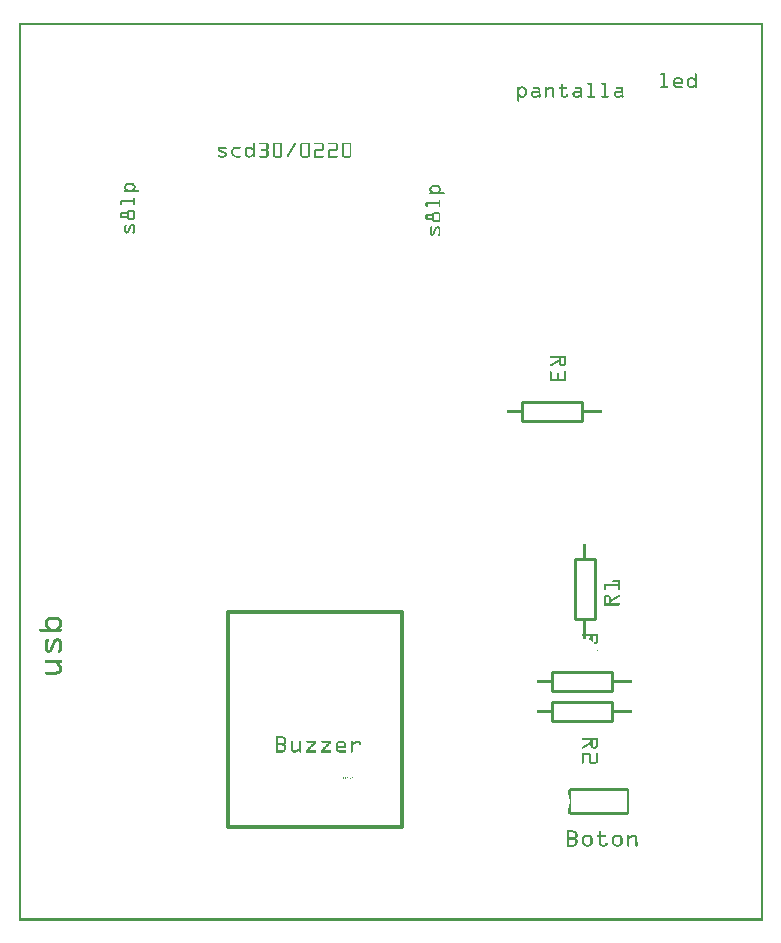
<source format=gto>
G04 MADE WITH FRITZING*
G04 WWW.FRITZING.ORG*
G04 DOUBLE SIDED*
G04 HOLES PLATED*
G04 CONTOUR ON CENTER OF CONTOUR VECTOR*
%ASAXBY*%
%FSLAX23Y23*%
%MOIN*%
%OFA0B0*%
%SFA1.0B1.0*%
%ADD10R,0.590551X0.728347X0.566807X0.704603*%
%ADD11C,0.011872*%
%ADD12C,0.010000*%
%ADD13R,0.001000X0.001000*%
%LNSILK1*%
G90*
G70*
G54D11*
X698Y1030D02*
X1277Y1030D01*
X1277Y313D01*
X698Y313D01*
X698Y1030D01*
D02*
G54D12*
X1977Y764D02*
X1777Y764D01*
D02*
X1777Y764D02*
X1777Y830D01*
D02*
X1777Y830D02*
X1977Y830D01*
D02*
X1977Y830D02*
X1977Y764D01*
D02*
X1877Y1664D02*
X1677Y1664D01*
D02*
X1677Y1664D02*
X1677Y1730D01*
D02*
X1677Y1730D02*
X1877Y1730D01*
D02*
X1877Y1730D02*
X1877Y1664D01*
D02*
X1977Y664D02*
X1777Y664D01*
D02*
X1777Y664D02*
X1777Y730D01*
D02*
X1777Y730D02*
X1977Y730D01*
D02*
X1977Y730D02*
X1977Y664D01*
D02*
X1854Y1006D02*
X1854Y1206D01*
D02*
X1854Y1206D02*
X1920Y1206D01*
D02*
X1920Y1206D02*
X1920Y1006D01*
D02*
X1920Y1006D02*
X1854Y1006D01*
G54D13*
X0Y2993D02*
X2480Y2993D01*
X0Y2992D02*
X2480Y2992D01*
X0Y2991D02*
X2480Y2991D01*
X0Y2990D02*
X2480Y2990D01*
X0Y2989D02*
X2480Y2989D01*
X0Y2988D02*
X2480Y2988D01*
X0Y2987D02*
X2480Y2987D01*
X0Y2986D02*
X2480Y2986D01*
X0Y2985D02*
X7Y2985D01*
X2473Y2985D02*
X2480Y2985D01*
X0Y2984D02*
X7Y2984D01*
X2473Y2984D02*
X2480Y2984D01*
X0Y2983D02*
X7Y2983D01*
X2473Y2983D02*
X2480Y2983D01*
X0Y2982D02*
X7Y2982D01*
X2473Y2982D02*
X2480Y2982D01*
X0Y2981D02*
X7Y2981D01*
X2473Y2981D02*
X2480Y2981D01*
X0Y2980D02*
X7Y2980D01*
X2473Y2980D02*
X2480Y2980D01*
X0Y2979D02*
X7Y2979D01*
X2473Y2979D02*
X2480Y2979D01*
X0Y2978D02*
X7Y2978D01*
X2473Y2978D02*
X2480Y2978D01*
X0Y2977D02*
X7Y2977D01*
X2473Y2977D02*
X2480Y2977D01*
X0Y2976D02*
X7Y2976D01*
X2473Y2976D02*
X2480Y2976D01*
X0Y2975D02*
X7Y2975D01*
X2473Y2975D02*
X2480Y2975D01*
X0Y2974D02*
X7Y2974D01*
X2473Y2974D02*
X2480Y2974D01*
X0Y2973D02*
X7Y2973D01*
X2473Y2973D02*
X2480Y2973D01*
X0Y2972D02*
X7Y2972D01*
X2473Y2972D02*
X2480Y2972D01*
X0Y2971D02*
X7Y2971D01*
X2473Y2971D02*
X2480Y2971D01*
X0Y2970D02*
X7Y2970D01*
X2473Y2970D02*
X2480Y2970D01*
X0Y2969D02*
X7Y2969D01*
X2473Y2969D02*
X2480Y2969D01*
X0Y2968D02*
X7Y2968D01*
X2473Y2968D02*
X2480Y2968D01*
X0Y2967D02*
X7Y2967D01*
X2473Y2967D02*
X2480Y2967D01*
X0Y2966D02*
X7Y2966D01*
X2473Y2966D02*
X2480Y2966D01*
X0Y2965D02*
X7Y2965D01*
X2473Y2965D02*
X2480Y2965D01*
X0Y2964D02*
X7Y2964D01*
X2473Y2964D02*
X2480Y2964D01*
X0Y2963D02*
X7Y2963D01*
X2473Y2963D02*
X2480Y2963D01*
X0Y2962D02*
X7Y2962D01*
X2473Y2962D02*
X2480Y2962D01*
X0Y2961D02*
X7Y2961D01*
X2473Y2961D02*
X2480Y2961D01*
X0Y2960D02*
X7Y2960D01*
X2473Y2960D02*
X2480Y2960D01*
X0Y2959D02*
X7Y2959D01*
X2473Y2959D02*
X2480Y2959D01*
X0Y2958D02*
X7Y2958D01*
X2473Y2958D02*
X2480Y2958D01*
X0Y2957D02*
X7Y2957D01*
X2473Y2957D02*
X2480Y2957D01*
X0Y2956D02*
X7Y2956D01*
X2473Y2956D02*
X2480Y2956D01*
X0Y2955D02*
X7Y2955D01*
X2473Y2955D02*
X2480Y2955D01*
X0Y2954D02*
X7Y2954D01*
X2473Y2954D02*
X2480Y2954D01*
X0Y2953D02*
X7Y2953D01*
X2473Y2953D02*
X2480Y2953D01*
X0Y2952D02*
X7Y2952D01*
X2473Y2952D02*
X2480Y2952D01*
X0Y2951D02*
X7Y2951D01*
X2473Y2951D02*
X2480Y2951D01*
X0Y2950D02*
X7Y2950D01*
X2473Y2950D02*
X2480Y2950D01*
X0Y2949D02*
X7Y2949D01*
X2473Y2949D02*
X2480Y2949D01*
X0Y2948D02*
X7Y2948D01*
X2473Y2948D02*
X2480Y2948D01*
X0Y2947D02*
X7Y2947D01*
X2473Y2947D02*
X2480Y2947D01*
X0Y2946D02*
X7Y2946D01*
X2473Y2946D02*
X2480Y2946D01*
X0Y2945D02*
X7Y2945D01*
X2473Y2945D02*
X2480Y2945D01*
X0Y2944D02*
X7Y2944D01*
X2473Y2944D02*
X2480Y2944D01*
X0Y2943D02*
X7Y2943D01*
X2473Y2943D02*
X2480Y2943D01*
X0Y2942D02*
X7Y2942D01*
X2473Y2942D02*
X2480Y2942D01*
X0Y2941D02*
X7Y2941D01*
X2473Y2941D02*
X2480Y2941D01*
X0Y2940D02*
X7Y2940D01*
X2473Y2940D02*
X2480Y2940D01*
X0Y2939D02*
X7Y2939D01*
X2473Y2939D02*
X2480Y2939D01*
X0Y2938D02*
X7Y2938D01*
X2473Y2938D02*
X2480Y2938D01*
X0Y2937D02*
X7Y2937D01*
X2473Y2937D02*
X2480Y2937D01*
X0Y2936D02*
X7Y2936D01*
X2473Y2936D02*
X2480Y2936D01*
X0Y2935D02*
X7Y2935D01*
X2473Y2935D02*
X2480Y2935D01*
X0Y2934D02*
X7Y2934D01*
X2473Y2934D02*
X2480Y2934D01*
X0Y2933D02*
X7Y2933D01*
X2473Y2933D02*
X2480Y2933D01*
X0Y2932D02*
X7Y2932D01*
X2473Y2932D02*
X2480Y2932D01*
X0Y2931D02*
X7Y2931D01*
X2473Y2931D02*
X2480Y2931D01*
X0Y2930D02*
X7Y2930D01*
X2473Y2930D02*
X2480Y2930D01*
X0Y2929D02*
X7Y2929D01*
X2473Y2929D02*
X2480Y2929D01*
X0Y2928D02*
X7Y2928D01*
X2473Y2928D02*
X2480Y2928D01*
X0Y2927D02*
X7Y2927D01*
X2473Y2927D02*
X2480Y2927D01*
X0Y2926D02*
X7Y2926D01*
X2473Y2926D02*
X2480Y2926D01*
X0Y2925D02*
X7Y2925D01*
X2473Y2925D02*
X2480Y2925D01*
X0Y2924D02*
X7Y2924D01*
X2473Y2924D02*
X2480Y2924D01*
X0Y2923D02*
X7Y2923D01*
X2473Y2923D02*
X2480Y2923D01*
X0Y2922D02*
X7Y2922D01*
X2473Y2922D02*
X2480Y2922D01*
X0Y2921D02*
X7Y2921D01*
X2473Y2921D02*
X2480Y2921D01*
X0Y2920D02*
X7Y2920D01*
X2473Y2920D02*
X2480Y2920D01*
X0Y2919D02*
X7Y2919D01*
X2473Y2919D02*
X2480Y2919D01*
X0Y2918D02*
X7Y2918D01*
X2473Y2918D02*
X2480Y2918D01*
X0Y2917D02*
X7Y2917D01*
X2473Y2917D02*
X2480Y2917D01*
X0Y2916D02*
X7Y2916D01*
X2473Y2916D02*
X2480Y2916D01*
X0Y2915D02*
X7Y2915D01*
X2473Y2915D02*
X2480Y2915D01*
X0Y2914D02*
X7Y2914D01*
X2473Y2914D02*
X2480Y2914D01*
X0Y2913D02*
X7Y2913D01*
X2473Y2913D02*
X2480Y2913D01*
X0Y2912D02*
X7Y2912D01*
X2473Y2912D02*
X2480Y2912D01*
X0Y2911D02*
X7Y2911D01*
X2473Y2911D02*
X2480Y2911D01*
X0Y2910D02*
X7Y2910D01*
X2473Y2910D02*
X2480Y2910D01*
X0Y2909D02*
X7Y2909D01*
X2473Y2909D02*
X2480Y2909D01*
X0Y2908D02*
X7Y2908D01*
X2473Y2908D02*
X2480Y2908D01*
X0Y2907D02*
X7Y2907D01*
X2473Y2907D02*
X2480Y2907D01*
X0Y2906D02*
X7Y2906D01*
X2473Y2906D02*
X2480Y2906D01*
X0Y2905D02*
X7Y2905D01*
X2473Y2905D02*
X2480Y2905D01*
X0Y2904D02*
X7Y2904D01*
X2473Y2904D02*
X2480Y2904D01*
X0Y2903D02*
X7Y2903D01*
X2473Y2903D02*
X2480Y2903D01*
X0Y2902D02*
X7Y2902D01*
X2473Y2902D02*
X2480Y2902D01*
X0Y2901D02*
X7Y2901D01*
X2473Y2901D02*
X2480Y2901D01*
X0Y2900D02*
X7Y2900D01*
X2473Y2900D02*
X2480Y2900D01*
X0Y2899D02*
X7Y2899D01*
X2473Y2899D02*
X2480Y2899D01*
X0Y2898D02*
X7Y2898D01*
X2473Y2898D02*
X2480Y2898D01*
X0Y2897D02*
X7Y2897D01*
X2473Y2897D02*
X2480Y2897D01*
X0Y2896D02*
X7Y2896D01*
X2473Y2896D02*
X2480Y2896D01*
X0Y2895D02*
X7Y2895D01*
X2473Y2895D02*
X2480Y2895D01*
X0Y2894D02*
X7Y2894D01*
X2473Y2894D02*
X2480Y2894D01*
X0Y2893D02*
X7Y2893D01*
X2473Y2893D02*
X2480Y2893D01*
X0Y2892D02*
X7Y2892D01*
X2473Y2892D02*
X2480Y2892D01*
X0Y2891D02*
X7Y2891D01*
X2473Y2891D02*
X2480Y2891D01*
X0Y2890D02*
X7Y2890D01*
X2473Y2890D02*
X2480Y2890D01*
X0Y2889D02*
X7Y2889D01*
X2473Y2889D02*
X2480Y2889D01*
X0Y2888D02*
X7Y2888D01*
X2473Y2888D02*
X2480Y2888D01*
X0Y2887D02*
X7Y2887D01*
X2473Y2887D02*
X2480Y2887D01*
X0Y2886D02*
X7Y2886D01*
X2473Y2886D02*
X2480Y2886D01*
X0Y2885D02*
X7Y2885D01*
X2473Y2885D02*
X2480Y2885D01*
X0Y2884D02*
X7Y2884D01*
X2473Y2884D02*
X2480Y2884D01*
X0Y2883D02*
X7Y2883D01*
X2473Y2883D02*
X2480Y2883D01*
X0Y2882D02*
X7Y2882D01*
X2473Y2882D02*
X2480Y2882D01*
X0Y2881D02*
X7Y2881D01*
X2473Y2881D02*
X2480Y2881D01*
X0Y2880D02*
X7Y2880D01*
X2473Y2880D02*
X2480Y2880D01*
X0Y2879D02*
X7Y2879D01*
X2473Y2879D02*
X2480Y2879D01*
X0Y2878D02*
X7Y2878D01*
X2473Y2878D02*
X2480Y2878D01*
X0Y2877D02*
X7Y2877D01*
X2473Y2877D02*
X2480Y2877D01*
X0Y2876D02*
X7Y2876D01*
X2473Y2876D02*
X2480Y2876D01*
X0Y2875D02*
X7Y2875D01*
X2473Y2875D02*
X2480Y2875D01*
X0Y2874D02*
X7Y2874D01*
X2473Y2874D02*
X2480Y2874D01*
X0Y2873D02*
X7Y2873D01*
X2473Y2873D02*
X2480Y2873D01*
X0Y2872D02*
X7Y2872D01*
X2473Y2872D02*
X2480Y2872D01*
X0Y2871D02*
X7Y2871D01*
X2473Y2871D02*
X2480Y2871D01*
X0Y2870D02*
X7Y2870D01*
X2473Y2870D02*
X2480Y2870D01*
X0Y2869D02*
X7Y2869D01*
X2473Y2869D02*
X2480Y2869D01*
X0Y2868D02*
X7Y2868D01*
X2473Y2868D02*
X2480Y2868D01*
X0Y2867D02*
X7Y2867D01*
X2473Y2867D02*
X2480Y2867D01*
X0Y2866D02*
X7Y2866D01*
X2473Y2866D02*
X2480Y2866D01*
X0Y2865D02*
X7Y2865D01*
X2473Y2865D02*
X2480Y2865D01*
X0Y2864D02*
X7Y2864D01*
X2473Y2864D02*
X2480Y2864D01*
X0Y2863D02*
X7Y2863D01*
X2473Y2863D02*
X2480Y2863D01*
X0Y2862D02*
X7Y2862D01*
X2473Y2862D02*
X2480Y2862D01*
X0Y2861D02*
X7Y2861D01*
X2473Y2861D02*
X2480Y2861D01*
X0Y2860D02*
X7Y2860D01*
X2473Y2860D02*
X2480Y2860D01*
X0Y2859D02*
X7Y2859D01*
X2473Y2859D02*
X2480Y2859D01*
X0Y2858D02*
X7Y2858D01*
X2473Y2858D02*
X2480Y2858D01*
X0Y2857D02*
X7Y2857D01*
X2473Y2857D02*
X2480Y2857D01*
X0Y2856D02*
X7Y2856D01*
X2473Y2856D02*
X2480Y2856D01*
X0Y2855D02*
X7Y2855D01*
X2473Y2855D02*
X2480Y2855D01*
X0Y2854D02*
X7Y2854D01*
X2473Y2854D02*
X2480Y2854D01*
X0Y2853D02*
X7Y2853D01*
X2473Y2853D02*
X2480Y2853D01*
X0Y2852D02*
X7Y2852D01*
X2473Y2852D02*
X2480Y2852D01*
X0Y2851D02*
X7Y2851D01*
X2473Y2851D02*
X2480Y2851D01*
X0Y2850D02*
X7Y2850D01*
X2473Y2850D02*
X2480Y2850D01*
X0Y2849D02*
X7Y2849D01*
X2473Y2849D02*
X2480Y2849D01*
X0Y2848D02*
X7Y2848D01*
X2473Y2848D02*
X2480Y2848D01*
X0Y2847D02*
X7Y2847D01*
X2473Y2847D02*
X2480Y2847D01*
X0Y2846D02*
X7Y2846D01*
X2473Y2846D02*
X2480Y2846D01*
X0Y2845D02*
X7Y2845D01*
X2473Y2845D02*
X2480Y2845D01*
X0Y2844D02*
X7Y2844D01*
X2473Y2844D02*
X2480Y2844D01*
X0Y2843D02*
X7Y2843D01*
X2473Y2843D02*
X2480Y2843D01*
X0Y2842D02*
X7Y2842D01*
X2473Y2842D02*
X2480Y2842D01*
X0Y2841D02*
X7Y2841D01*
X2473Y2841D02*
X2480Y2841D01*
X0Y2840D02*
X7Y2840D01*
X2473Y2840D02*
X2480Y2840D01*
X0Y2839D02*
X7Y2839D01*
X2473Y2839D02*
X2480Y2839D01*
X0Y2838D02*
X7Y2838D01*
X2473Y2838D02*
X2480Y2838D01*
X0Y2837D02*
X7Y2837D01*
X2473Y2837D02*
X2480Y2837D01*
X0Y2836D02*
X7Y2836D01*
X2473Y2836D02*
X2480Y2836D01*
X0Y2835D02*
X7Y2835D01*
X2473Y2835D02*
X2480Y2835D01*
X0Y2834D02*
X7Y2834D01*
X2473Y2834D02*
X2480Y2834D01*
X0Y2833D02*
X7Y2833D01*
X2473Y2833D02*
X2480Y2833D01*
X0Y2832D02*
X7Y2832D01*
X2473Y2832D02*
X2480Y2832D01*
X0Y2831D02*
X7Y2831D01*
X2473Y2831D02*
X2480Y2831D01*
X0Y2830D02*
X7Y2830D01*
X2473Y2830D02*
X2480Y2830D01*
X0Y2829D02*
X7Y2829D01*
X2473Y2829D02*
X2480Y2829D01*
X0Y2828D02*
X7Y2828D01*
X2473Y2828D02*
X2480Y2828D01*
X0Y2827D02*
X7Y2827D01*
X2473Y2827D02*
X2480Y2827D01*
X0Y2826D02*
X7Y2826D01*
X2473Y2826D02*
X2480Y2826D01*
X0Y2825D02*
X7Y2825D01*
X2473Y2825D02*
X2480Y2825D01*
X0Y2824D02*
X7Y2824D01*
X2140Y2824D02*
X2153Y2824D01*
X2255Y2824D02*
X2258Y2824D01*
X2473Y2824D02*
X2480Y2824D01*
X0Y2823D02*
X7Y2823D01*
X2140Y2823D02*
X2154Y2823D01*
X2254Y2823D02*
X2259Y2823D01*
X2473Y2823D02*
X2480Y2823D01*
X0Y2822D02*
X7Y2822D01*
X2139Y2822D02*
X2154Y2822D01*
X2254Y2822D02*
X2259Y2822D01*
X2473Y2822D02*
X2480Y2822D01*
X0Y2821D02*
X7Y2821D01*
X2139Y2821D02*
X2154Y2821D01*
X2254Y2821D02*
X2259Y2821D01*
X2473Y2821D02*
X2480Y2821D01*
X0Y2820D02*
X7Y2820D01*
X2140Y2820D02*
X2154Y2820D01*
X2254Y2820D02*
X2259Y2820D01*
X2473Y2820D02*
X2480Y2820D01*
X0Y2819D02*
X7Y2819D01*
X2141Y2819D02*
X2154Y2819D01*
X2254Y2819D02*
X2259Y2819D01*
X2473Y2819D02*
X2480Y2819D01*
X0Y2818D02*
X7Y2818D01*
X2149Y2818D02*
X2154Y2818D01*
X2254Y2818D02*
X2259Y2818D01*
X2473Y2818D02*
X2480Y2818D01*
X0Y2817D02*
X7Y2817D01*
X2149Y2817D02*
X2154Y2817D01*
X2254Y2817D02*
X2259Y2817D01*
X2473Y2817D02*
X2480Y2817D01*
X0Y2816D02*
X7Y2816D01*
X2149Y2816D02*
X2154Y2816D01*
X2254Y2816D02*
X2259Y2816D01*
X2473Y2816D02*
X2480Y2816D01*
X0Y2815D02*
X7Y2815D01*
X2149Y2815D02*
X2154Y2815D01*
X2254Y2815D02*
X2259Y2815D01*
X2473Y2815D02*
X2480Y2815D01*
X0Y2814D02*
X7Y2814D01*
X2149Y2814D02*
X2154Y2814D01*
X2254Y2814D02*
X2259Y2814D01*
X2473Y2814D02*
X2480Y2814D01*
X0Y2813D02*
X7Y2813D01*
X2149Y2813D02*
X2154Y2813D01*
X2254Y2813D02*
X2259Y2813D01*
X2473Y2813D02*
X2480Y2813D01*
X0Y2812D02*
X7Y2812D01*
X2149Y2812D02*
X2154Y2812D01*
X2254Y2812D02*
X2259Y2812D01*
X2473Y2812D02*
X2480Y2812D01*
X0Y2811D02*
X7Y2811D01*
X2149Y2811D02*
X2154Y2811D01*
X2192Y2811D02*
X2203Y2811D01*
X2238Y2811D02*
X2246Y2811D01*
X2254Y2811D02*
X2259Y2811D01*
X2473Y2811D02*
X2480Y2811D01*
X0Y2810D02*
X7Y2810D01*
X2149Y2810D02*
X2154Y2810D01*
X2189Y2810D02*
X2206Y2810D01*
X2235Y2810D02*
X2249Y2810D01*
X2254Y2810D02*
X2259Y2810D01*
X2473Y2810D02*
X2480Y2810D01*
X0Y2809D02*
X7Y2809D01*
X2149Y2809D02*
X2154Y2809D01*
X2188Y2809D02*
X2207Y2809D01*
X2234Y2809D02*
X2250Y2809D01*
X2254Y2809D02*
X2259Y2809D01*
X2473Y2809D02*
X2480Y2809D01*
X0Y2808D02*
X7Y2808D01*
X2149Y2808D02*
X2154Y2808D01*
X2187Y2808D02*
X2208Y2808D01*
X2233Y2808D02*
X2251Y2808D01*
X2254Y2808D02*
X2259Y2808D01*
X2473Y2808D02*
X2480Y2808D01*
X0Y2807D02*
X7Y2807D01*
X2149Y2807D02*
X2154Y2807D01*
X2186Y2807D02*
X2210Y2807D01*
X2232Y2807D02*
X2259Y2807D01*
X2473Y2807D02*
X2480Y2807D01*
X0Y2806D02*
X7Y2806D01*
X2149Y2806D02*
X2154Y2806D01*
X2185Y2806D02*
X2211Y2806D01*
X2231Y2806D02*
X2259Y2806D01*
X2473Y2806D02*
X2480Y2806D01*
X0Y2805D02*
X7Y2805D01*
X2149Y2805D02*
X2154Y2805D01*
X2184Y2805D02*
X2211Y2805D01*
X2230Y2805D02*
X2259Y2805D01*
X2473Y2805D02*
X2480Y2805D01*
X0Y2804D02*
X7Y2804D01*
X2149Y2804D02*
X2154Y2804D01*
X2183Y2804D02*
X2191Y2804D01*
X2204Y2804D02*
X2212Y2804D01*
X2229Y2804D02*
X2237Y2804D01*
X2247Y2804D02*
X2259Y2804D01*
X2473Y2804D02*
X2480Y2804D01*
X0Y2803D02*
X7Y2803D01*
X2149Y2803D02*
X2154Y2803D01*
X2183Y2803D02*
X2190Y2803D01*
X2206Y2803D02*
X2212Y2803D01*
X2229Y2803D02*
X2236Y2803D01*
X2248Y2803D02*
X2259Y2803D01*
X2473Y2803D02*
X2480Y2803D01*
X0Y2802D02*
X7Y2802D01*
X2149Y2802D02*
X2154Y2802D01*
X2182Y2802D02*
X2189Y2802D01*
X2206Y2802D02*
X2213Y2802D01*
X2229Y2802D02*
X2235Y2802D01*
X2249Y2802D02*
X2259Y2802D01*
X2473Y2802D02*
X2480Y2802D01*
X0Y2801D02*
X7Y2801D01*
X2149Y2801D02*
X2154Y2801D01*
X2182Y2801D02*
X2188Y2801D01*
X2207Y2801D02*
X2213Y2801D01*
X2228Y2801D02*
X2234Y2801D01*
X2250Y2801D02*
X2259Y2801D01*
X2473Y2801D02*
X2480Y2801D01*
X0Y2800D02*
X7Y2800D01*
X2149Y2800D02*
X2154Y2800D01*
X2182Y2800D02*
X2188Y2800D01*
X2207Y2800D02*
X2213Y2800D01*
X2228Y2800D02*
X2234Y2800D01*
X2252Y2800D02*
X2259Y2800D01*
X2473Y2800D02*
X2480Y2800D01*
X0Y2799D02*
X7Y2799D01*
X2149Y2799D02*
X2154Y2799D01*
X2182Y2799D02*
X2188Y2799D01*
X2208Y2799D02*
X2213Y2799D01*
X2228Y2799D02*
X2234Y2799D01*
X2253Y2799D02*
X2259Y2799D01*
X2473Y2799D02*
X2480Y2799D01*
X0Y2798D02*
X7Y2798D01*
X2149Y2798D02*
X2154Y2798D01*
X2182Y2798D02*
X2188Y2798D01*
X2208Y2798D02*
X2213Y2798D01*
X2228Y2798D02*
X2234Y2798D01*
X2253Y2798D02*
X2259Y2798D01*
X2473Y2798D02*
X2480Y2798D01*
X0Y2797D02*
X7Y2797D01*
X2149Y2797D02*
X2154Y2797D01*
X2182Y2797D02*
X2188Y2797D01*
X2208Y2797D02*
X2213Y2797D01*
X2228Y2797D02*
X2234Y2797D01*
X2254Y2797D02*
X2259Y2797D01*
X2473Y2797D02*
X2480Y2797D01*
X0Y2796D02*
X7Y2796D01*
X2149Y2796D02*
X2154Y2796D01*
X2182Y2796D02*
X2188Y2796D01*
X2208Y2796D02*
X2213Y2796D01*
X2228Y2796D02*
X2234Y2796D01*
X2254Y2796D02*
X2259Y2796D01*
X2473Y2796D02*
X2480Y2796D01*
X0Y2795D02*
X7Y2795D01*
X2149Y2795D02*
X2154Y2795D01*
X2182Y2795D02*
X2188Y2795D01*
X2207Y2795D02*
X2213Y2795D01*
X2228Y2795D02*
X2234Y2795D01*
X2254Y2795D02*
X2259Y2795D01*
X2473Y2795D02*
X2480Y2795D01*
X0Y2794D02*
X7Y2794D01*
X2149Y2794D02*
X2154Y2794D01*
X2182Y2794D02*
X2213Y2794D01*
X2228Y2794D02*
X2234Y2794D01*
X2254Y2794D02*
X2259Y2794D01*
X2473Y2794D02*
X2480Y2794D01*
X0Y2793D02*
X7Y2793D01*
X1897Y2793D02*
X1909Y2793D01*
X1944Y2793D02*
X1955Y2793D01*
X2149Y2793D02*
X2154Y2793D01*
X2182Y2793D02*
X2213Y2793D01*
X2228Y2793D02*
X2234Y2793D01*
X2254Y2793D02*
X2259Y2793D01*
X2473Y2793D02*
X2480Y2793D01*
X0Y2792D02*
X7Y2792D01*
X1896Y2792D02*
X1910Y2792D01*
X1942Y2792D02*
X1956Y2792D01*
X2149Y2792D02*
X2154Y2792D01*
X2182Y2792D02*
X2213Y2792D01*
X2228Y2792D02*
X2234Y2792D01*
X2254Y2792D02*
X2259Y2792D01*
X2473Y2792D02*
X2480Y2792D01*
X0Y2791D02*
X7Y2791D01*
X1896Y2791D02*
X1910Y2791D01*
X1942Y2791D02*
X1957Y2791D01*
X2149Y2791D02*
X2154Y2791D01*
X2182Y2791D02*
X2213Y2791D01*
X2228Y2791D02*
X2234Y2791D01*
X2254Y2791D02*
X2259Y2791D01*
X2473Y2791D02*
X2480Y2791D01*
X0Y2790D02*
X7Y2790D01*
X1808Y2790D02*
X1811Y2790D01*
X1896Y2790D02*
X1911Y2790D01*
X1942Y2790D02*
X1957Y2790D01*
X2149Y2790D02*
X2154Y2790D01*
X2182Y2790D02*
X2212Y2790D01*
X2228Y2790D02*
X2234Y2790D01*
X2254Y2790D02*
X2259Y2790D01*
X2473Y2790D02*
X2480Y2790D01*
X0Y2789D02*
X7Y2789D01*
X1807Y2789D02*
X1812Y2789D01*
X1896Y2789D02*
X1911Y2789D01*
X1942Y2789D02*
X1957Y2789D01*
X2149Y2789D02*
X2154Y2789D01*
X2182Y2789D02*
X2212Y2789D01*
X2228Y2789D02*
X2234Y2789D01*
X2254Y2789D02*
X2259Y2789D01*
X2473Y2789D02*
X2480Y2789D01*
X0Y2788D02*
X7Y2788D01*
X1807Y2788D02*
X1812Y2788D01*
X1896Y2788D02*
X1911Y2788D01*
X1943Y2788D02*
X1957Y2788D01*
X2149Y2788D02*
X2154Y2788D01*
X2182Y2788D02*
X2188Y2788D01*
X2228Y2788D02*
X2234Y2788D01*
X2253Y2788D02*
X2259Y2788D01*
X2473Y2788D02*
X2480Y2788D01*
X0Y2787D02*
X7Y2787D01*
X1807Y2787D02*
X1812Y2787D01*
X1898Y2787D02*
X1911Y2787D01*
X1944Y2787D02*
X1957Y2787D01*
X2149Y2787D02*
X2154Y2787D01*
X2182Y2787D02*
X2188Y2787D01*
X2228Y2787D02*
X2234Y2787D01*
X2253Y2787D02*
X2259Y2787D01*
X2473Y2787D02*
X2480Y2787D01*
X0Y2786D02*
X7Y2786D01*
X1807Y2786D02*
X1812Y2786D01*
X1905Y2786D02*
X1911Y2786D01*
X1951Y2786D02*
X1957Y2786D01*
X2149Y2786D02*
X2154Y2786D01*
X2182Y2786D02*
X2188Y2786D01*
X2228Y2786D02*
X2234Y2786D01*
X2252Y2786D02*
X2259Y2786D01*
X2473Y2786D02*
X2480Y2786D01*
X0Y2785D02*
X7Y2785D01*
X1807Y2785D02*
X1812Y2785D01*
X1905Y2785D02*
X1911Y2785D01*
X1951Y2785D02*
X1957Y2785D01*
X2149Y2785D02*
X2154Y2785D01*
X2182Y2785D02*
X2188Y2785D01*
X2228Y2785D02*
X2234Y2785D01*
X2250Y2785D02*
X2259Y2785D01*
X2473Y2785D02*
X2480Y2785D01*
X0Y2784D02*
X7Y2784D01*
X1807Y2784D02*
X1812Y2784D01*
X1905Y2784D02*
X1911Y2784D01*
X1951Y2784D02*
X1957Y2784D01*
X2149Y2784D02*
X2154Y2784D01*
X2182Y2784D02*
X2189Y2784D01*
X2229Y2784D02*
X2235Y2784D01*
X2249Y2784D02*
X2259Y2784D01*
X2473Y2784D02*
X2480Y2784D01*
X0Y2783D02*
X7Y2783D01*
X1807Y2783D02*
X1812Y2783D01*
X1905Y2783D02*
X1911Y2783D01*
X1951Y2783D02*
X1957Y2783D01*
X2149Y2783D02*
X2154Y2783D01*
X2183Y2783D02*
X2190Y2783D01*
X2229Y2783D02*
X2236Y2783D01*
X2248Y2783D02*
X2259Y2783D01*
X2473Y2783D02*
X2480Y2783D01*
X0Y2782D02*
X7Y2782D01*
X1807Y2782D02*
X1812Y2782D01*
X1905Y2782D02*
X1911Y2782D01*
X1951Y2782D02*
X1957Y2782D01*
X2149Y2782D02*
X2154Y2782D01*
X2183Y2782D02*
X2191Y2782D01*
X2229Y2782D02*
X2237Y2782D01*
X2247Y2782D02*
X2259Y2782D01*
X2473Y2782D02*
X2480Y2782D01*
X0Y2781D02*
X7Y2781D01*
X1664Y2781D02*
X1665Y2781D01*
X1675Y2781D02*
X1679Y2781D01*
X1807Y2781D02*
X1812Y2781D01*
X1905Y2781D02*
X1911Y2781D01*
X1951Y2781D02*
X1957Y2781D01*
X2141Y2781D02*
X2162Y2781D01*
X2184Y2781D02*
X2211Y2781D01*
X2230Y2781D02*
X2259Y2781D01*
X2473Y2781D02*
X2480Y2781D01*
X0Y2780D02*
X7Y2780D01*
X1663Y2780D02*
X1666Y2780D01*
X1673Y2780D02*
X1682Y2780D01*
X1806Y2780D02*
X1812Y2780D01*
X1905Y2780D02*
X1911Y2780D01*
X1951Y2780D02*
X1957Y2780D01*
X2140Y2780D02*
X2163Y2780D01*
X2185Y2780D02*
X2212Y2780D01*
X2231Y2780D02*
X2259Y2780D01*
X2473Y2780D02*
X2480Y2780D01*
X0Y2779D02*
X7Y2779D01*
X1662Y2779D02*
X1667Y2779D01*
X1671Y2779D02*
X1684Y2779D01*
X1715Y2779D02*
X1732Y2779D01*
X1755Y2779D02*
X1758Y2779D01*
X1768Y2779D02*
X1778Y2779D01*
X1801Y2779D02*
X1827Y2779D01*
X1854Y2779D02*
X1871Y2779D01*
X1905Y2779D02*
X1911Y2779D01*
X1951Y2779D02*
X1957Y2779D01*
X1992Y2779D02*
X2009Y2779D01*
X2139Y2779D02*
X2164Y2779D01*
X2186Y2779D02*
X2213Y2779D01*
X2232Y2779D02*
X2259Y2779D01*
X2473Y2779D02*
X2480Y2779D01*
X0Y2778D02*
X7Y2778D01*
X1662Y2778D02*
X1667Y2778D01*
X1670Y2778D02*
X1685Y2778D01*
X1715Y2778D02*
X1734Y2778D01*
X1754Y2778D02*
X1759Y2778D01*
X1766Y2778D02*
X1780Y2778D01*
X1801Y2778D02*
X1827Y2778D01*
X1853Y2778D02*
X1872Y2778D01*
X1905Y2778D02*
X1911Y2778D01*
X1951Y2778D02*
X1957Y2778D01*
X1991Y2778D02*
X2011Y2778D01*
X2139Y2778D02*
X2164Y2778D01*
X2187Y2778D02*
X2213Y2778D01*
X2233Y2778D02*
X2251Y2778D01*
X2254Y2778D02*
X2259Y2778D01*
X2473Y2778D02*
X2480Y2778D01*
X0Y2777D02*
X7Y2777D01*
X1662Y2777D02*
X1667Y2777D01*
X1669Y2777D02*
X1686Y2777D01*
X1714Y2777D02*
X1735Y2777D01*
X1754Y2777D02*
X1759Y2777D01*
X1765Y2777D02*
X1781Y2777D01*
X1800Y2777D02*
X1828Y2777D01*
X1853Y2777D02*
X1874Y2777D01*
X1905Y2777D02*
X1911Y2777D01*
X1951Y2777D02*
X1957Y2777D01*
X1991Y2777D02*
X2012Y2777D01*
X2139Y2777D02*
X2163Y2777D01*
X2188Y2777D02*
X2213Y2777D01*
X2234Y2777D02*
X2250Y2777D01*
X2254Y2777D02*
X2259Y2777D01*
X2473Y2777D02*
X2480Y2777D01*
X0Y2776D02*
X7Y2776D01*
X1662Y2776D02*
X1687Y2776D01*
X1714Y2776D02*
X1736Y2776D01*
X1754Y2776D02*
X1760Y2776D01*
X1763Y2776D02*
X1782Y2776D01*
X1800Y2776D02*
X1828Y2776D01*
X1853Y2776D02*
X1874Y2776D01*
X1905Y2776D02*
X1911Y2776D01*
X1951Y2776D02*
X1957Y2776D01*
X1991Y2776D02*
X2013Y2776D01*
X2140Y2776D02*
X2163Y2776D01*
X2189Y2776D02*
X2212Y2776D01*
X2236Y2776D02*
X2248Y2776D01*
X2254Y2776D02*
X2258Y2776D01*
X2473Y2776D02*
X2480Y2776D01*
X0Y2775D02*
X7Y2775D01*
X1662Y2775D02*
X1688Y2775D01*
X1715Y2775D02*
X1737Y2775D01*
X1754Y2775D02*
X1760Y2775D01*
X1762Y2775D02*
X1783Y2775D01*
X1801Y2775D02*
X1827Y2775D01*
X1853Y2775D02*
X1875Y2775D01*
X1905Y2775D02*
X1911Y2775D01*
X1951Y2775D02*
X1957Y2775D01*
X1991Y2775D02*
X2013Y2775D01*
X2142Y2775D02*
X2161Y2775D01*
X2192Y2775D02*
X2211Y2775D01*
X2238Y2775D02*
X2246Y2775D01*
X2256Y2775D02*
X2257Y2775D01*
X2473Y2775D02*
X2480Y2775D01*
X0Y2774D02*
X7Y2774D01*
X1662Y2774D02*
X1674Y2774D01*
X1680Y2774D02*
X1689Y2774D01*
X1716Y2774D02*
X1737Y2774D01*
X1754Y2774D02*
X1783Y2774D01*
X1802Y2774D02*
X1827Y2774D01*
X1854Y2774D02*
X1876Y2774D01*
X1905Y2774D02*
X1911Y2774D01*
X1951Y2774D02*
X1957Y2774D01*
X1992Y2774D02*
X2014Y2774D01*
X2473Y2774D02*
X2480Y2774D01*
X0Y2773D02*
X7Y2773D01*
X1662Y2773D02*
X1673Y2773D01*
X1682Y2773D02*
X1690Y2773D01*
X1731Y2773D02*
X1738Y2773D01*
X1754Y2773D02*
X1769Y2773D01*
X1777Y2773D02*
X1784Y2773D01*
X1806Y2773D02*
X1812Y2773D01*
X1869Y2773D02*
X1876Y2773D01*
X1905Y2773D02*
X1911Y2773D01*
X1951Y2773D02*
X1957Y2773D01*
X2008Y2773D02*
X2014Y2773D01*
X2473Y2773D02*
X2480Y2773D01*
X0Y2772D02*
X7Y2772D01*
X1662Y2772D02*
X1672Y2772D01*
X1683Y2772D02*
X1691Y2772D01*
X1732Y2772D02*
X1738Y2772D01*
X1754Y2772D02*
X1768Y2772D01*
X1778Y2772D02*
X1784Y2772D01*
X1807Y2772D02*
X1812Y2772D01*
X1870Y2772D02*
X1876Y2772D01*
X1905Y2772D02*
X1911Y2772D01*
X1951Y2772D02*
X1957Y2772D01*
X2009Y2772D02*
X2015Y2772D01*
X2473Y2772D02*
X2480Y2772D01*
X0Y2771D02*
X7Y2771D01*
X1662Y2771D02*
X1671Y2771D01*
X1684Y2771D02*
X1692Y2771D01*
X1732Y2771D02*
X1738Y2771D01*
X1754Y2771D02*
X1766Y2771D01*
X1778Y2771D02*
X1784Y2771D01*
X1807Y2771D02*
X1812Y2771D01*
X1871Y2771D02*
X1876Y2771D01*
X1905Y2771D02*
X1911Y2771D01*
X1951Y2771D02*
X1957Y2771D01*
X2009Y2771D02*
X2015Y2771D01*
X2473Y2771D02*
X2480Y2771D01*
X0Y2770D02*
X7Y2770D01*
X1662Y2770D02*
X1670Y2770D01*
X1685Y2770D02*
X1692Y2770D01*
X1732Y2770D02*
X1738Y2770D01*
X1754Y2770D02*
X1765Y2770D01*
X1779Y2770D02*
X1784Y2770D01*
X1807Y2770D02*
X1812Y2770D01*
X1871Y2770D02*
X1876Y2770D01*
X1905Y2770D02*
X1911Y2770D01*
X1951Y2770D02*
X1957Y2770D01*
X2009Y2770D02*
X2015Y2770D01*
X2473Y2770D02*
X2480Y2770D01*
X0Y2769D02*
X7Y2769D01*
X1662Y2769D02*
X1669Y2769D01*
X1686Y2769D02*
X1692Y2769D01*
X1733Y2769D02*
X1738Y2769D01*
X1754Y2769D02*
X1763Y2769D01*
X1779Y2769D02*
X1784Y2769D01*
X1807Y2769D02*
X1812Y2769D01*
X1871Y2769D02*
X1876Y2769D01*
X1905Y2769D02*
X1911Y2769D01*
X1951Y2769D02*
X1957Y2769D01*
X2009Y2769D02*
X2015Y2769D01*
X2473Y2769D02*
X2480Y2769D01*
X0Y2768D02*
X7Y2768D01*
X1662Y2768D02*
X1668Y2768D01*
X1687Y2768D02*
X1693Y2768D01*
X1733Y2768D02*
X1738Y2768D01*
X1754Y2768D02*
X1762Y2768D01*
X1779Y2768D02*
X1784Y2768D01*
X1807Y2768D02*
X1812Y2768D01*
X1871Y2768D02*
X1876Y2768D01*
X1905Y2768D02*
X1911Y2768D01*
X1951Y2768D02*
X1957Y2768D01*
X2009Y2768D02*
X2015Y2768D01*
X2473Y2768D02*
X2480Y2768D01*
X0Y2767D02*
X7Y2767D01*
X1662Y2767D02*
X1668Y2767D01*
X1687Y2767D02*
X1693Y2767D01*
X1733Y2767D02*
X1738Y2767D01*
X1754Y2767D02*
X1760Y2767D01*
X1779Y2767D02*
X1784Y2767D01*
X1807Y2767D02*
X1812Y2767D01*
X1871Y2767D02*
X1876Y2767D01*
X1905Y2767D02*
X1911Y2767D01*
X1951Y2767D02*
X1957Y2767D01*
X2009Y2767D02*
X2015Y2767D01*
X2473Y2767D02*
X2480Y2767D01*
X0Y2766D02*
X7Y2766D01*
X1662Y2766D02*
X1667Y2766D01*
X1687Y2766D02*
X1693Y2766D01*
X1715Y2766D02*
X1738Y2766D01*
X1754Y2766D02*
X1760Y2766D01*
X1779Y2766D02*
X1784Y2766D01*
X1807Y2766D02*
X1812Y2766D01*
X1854Y2766D02*
X1869Y2766D01*
X1871Y2766D02*
X1877Y2766D01*
X1905Y2766D02*
X1911Y2766D01*
X1951Y2766D02*
X1957Y2766D01*
X1992Y2766D02*
X2007Y2766D01*
X2009Y2766D02*
X2015Y2766D01*
X2473Y2766D02*
X2480Y2766D01*
X0Y2765D02*
X7Y2765D01*
X1662Y2765D02*
X1667Y2765D01*
X1687Y2765D02*
X1693Y2765D01*
X1713Y2765D02*
X1738Y2765D01*
X1754Y2765D02*
X1760Y2765D01*
X1779Y2765D02*
X1784Y2765D01*
X1807Y2765D02*
X1812Y2765D01*
X1851Y2765D02*
X1877Y2765D01*
X1905Y2765D02*
X1911Y2765D01*
X1951Y2765D02*
X1957Y2765D01*
X1990Y2765D02*
X2015Y2765D01*
X2473Y2765D02*
X2480Y2765D01*
X0Y2764D02*
X7Y2764D01*
X1662Y2764D02*
X1667Y2764D01*
X1687Y2764D02*
X1693Y2764D01*
X1711Y2764D02*
X1738Y2764D01*
X1754Y2764D02*
X1760Y2764D01*
X1779Y2764D02*
X1784Y2764D01*
X1807Y2764D02*
X1812Y2764D01*
X1850Y2764D02*
X1877Y2764D01*
X1905Y2764D02*
X1911Y2764D01*
X1951Y2764D02*
X1957Y2764D01*
X1988Y2764D02*
X2015Y2764D01*
X2473Y2764D02*
X2480Y2764D01*
X0Y2763D02*
X7Y2763D01*
X1662Y2763D02*
X1667Y2763D01*
X1687Y2763D02*
X1693Y2763D01*
X1710Y2763D02*
X1738Y2763D01*
X1754Y2763D02*
X1760Y2763D01*
X1779Y2763D02*
X1784Y2763D01*
X1807Y2763D02*
X1812Y2763D01*
X1849Y2763D02*
X1877Y2763D01*
X1905Y2763D02*
X1911Y2763D01*
X1951Y2763D02*
X1957Y2763D01*
X1987Y2763D02*
X2015Y2763D01*
X2473Y2763D02*
X2480Y2763D01*
X0Y2762D02*
X7Y2762D01*
X1662Y2762D02*
X1667Y2762D01*
X1687Y2762D02*
X1693Y2762D01*
X1710Y2762D02*
X1738Y2762D01*
X1754Y2762D02*
X1760Y2762D01*
X1779Y2762D02*
X1784Y2762D01*
X1807Y2762D02*
X1812Y2762D01*
X1848Y2762D02*
X1877Y2762D01*
X1905Y2762D02*
X1911Y2762D01*
X1951Y2762D02*
X1957Y2762D01*
X1986Y2762D02*
X2015Y2762D01*
X2473Y2762D02*
X2480Y2762D01*
X0Y2761D02*
X7Y2761D01*
X1662Y2761D02*
X1667Y2761D01*
X1687Y2761D02*
X1693Y2761D01*
X1709Y2761D02*
X1738Y2761D01*
X1754Y2761D02*
X1760Y2761D01*
X1779Y2761D02*
X1784Y2761D01*
X1807Y2761D02*
X1812Y2761D01*
X1847Y2761D02*
X1877Y2761D01*
X1905Y2761D02*
X1911Y2761D01*
X1951Y2761D02*
X1957Y2761D01*
X1986Y2761D02*
X2015Y2761D01*
X2473Y2761D02*
X2480Y2761D01*
X0Y2760D02*
X7Y2760D01*
X1662Y2760D02*
X1667Y2760D01*
X1687Y2760D02*
X1693Y2760D01*
X1709Y2760D02*
X1738Y2760D01*
X1754Y2760D02*
X1760Y2760D01*
X1779Y2760D02*
X1784Y2760D01*
X1807Y2760D02*
X1812Y2760D01*
X1847Y2760D02*
X1877Y2760D01*
X1905Y2760D02*
X1911Y2760D01*
X1951Y2760D02*
X1957Y2760D01*
X1985Y2760D02*
X2015Y2760D01*
X2473Y2760D02*
X2480Y2760D01*
X0Y2759D02*
X7Y2759D01*
X1662Y2759D02*
X1667Y2759D01*
X1687Y2759D02*
X1693Y2759D01*
X1708Y2759D02*
X1715Y2759D01*
X1732Y2759D02*
X1738Y2759D01*
X1754Y2759D02*
X1760Y2759D01*
X1779Y2759D02*
X1785Y2759D01*
X1807Y2759D02*
X1812Y2759D01*
X1847Y2759D02*
X1853Y2759D01*
X1870Y2759D02*
X1877Y2759D01*
X1905Y2759D02*
X1911Y2759D01*
X1951Y2759D02*
X1957Y2759D01*
X1985Y2759D02*
X1991Y2759D01*
X2008Y2759D02*
X2015Y2759D01*
X2473Y2759D02*
X2480Y2759D01*
X0Y2758D02*
X7Y2758D01*
X1662Y2758D02*
X1667Y2758D01*
X1687Y2758D02*
X1693Y2758D01*
X1708Y2758D02*
X1714Y2758D01*
X1733Y2758D02*
X1738Y2758D01*
X1754Y2758D02*
X1760Y2758D01*
X1779Y2758D02*
X1785Y2758D01*
X1807Y2758D02*
X1812Y2758D01*
X1846Y2758D02*
X1852Y2758D01*
X1871Y2758D02*
X1877Y2758D01*
X1905Y2758D02*
X1911Y2758D01*
X1951Y2758D02*
X1957Y2758D01*
X1985Y2758D02*
X1991Y2758D01*
X2009Y2758D02*
X2015Y2758D01*
X2473Y2758D02*
X2480Y2758D01*
X0Y2757D02*
X7Y2757D01*
X1662Y2757D02*
X1667Y2757D01*
X1687Y2757D02*
X1693Y2757D01*
X1708Y2757D02*
X1714Y2757D01*
X1733Y2757D02*
X1738Y2757D01*
X1754Y2757D02*
X1760Y2757D01*
X1779Y2757D02*
X1785Y2757D01*
X1807Y2757D02*
X1812Y2757D01*
X1846Y2757D02*
X1852Y2757D01*
X1871Y2757D02*
X1877Y2757D01*
X1905Y2757D02*
X1911Y2757D01*
X1951Y2757D02*
X1957Y2757D01*
X1985Y2757D02*
X1990Y2757D01*
X2010Y2757D02*
X2015Y2757D01*
X2473Y2757D02*
X2480Y2757D01*
X0Y2756D02*
X7Y2756D01*
X1662Y2756D02*
X1668Y2756D01*
X1687Y2756D02*
X1693Y2756D01*
X1708Y2756D02*
X1713Y2756D01*
X1733Y2756D02*
X1739Y2756D01*
X1754Y2756D02*
X1760Y2756D01*
X1779Y2756D02*
X1785Y2756D01*
X1807Y2756D02*
X1812Y2756D01*
X1846Y2756D02*
X1852Y2756D01*
X1871Y2756D02*
X1877Y2756D01*
X1905Y2756D02*
X1911Y2756D01*
X1951Y2756D02*
X1957Y2756D01*
X1985Y2756D02*
X1990Y2756D01*
X2010Y2756D02*
X2015Y2756D01*
X2473Y2756D02*
X2480Y2756D01*
X0Y2755D02*
X7Y2755D01*
X1662Y2755D02*
X1668Y2755D01*
X1687Y2755D02*
X1693Y2755D01*
X1708Y2755D02*
X1713Y2755D01*
X1733Y2755D02*
X1739Y2755D01*
X1754Y2755D02*
X1760Y2755D01*
X1779Y2755D02*
X1785Y2755D01*
X1807Y2755D02*
X1812Y2755D01*
X1828Y2755D02*
X1829Y2755D01*
X1846Y2755D02*
X1852Y2755D01*
X1871Y2755D02*
X1877Y2755D01*
X1905Y2755D02*
X1911Y2755D01*
X1951Y2755D02*
X1957Y2755D01*
X1985Y2755D02*
X1990Y2755D01*
X2010Y2755D02*
X2015Y2755D01*
X2473Y2755D02*
X2480Y2755D01*
X0Y2754D02*
X7Y2754D01*
X1662Y2754D02*
X1669Y2754D01*
X1686Y2754D02*
X1692Y2754D01*
X1708Y2754D02*
X1713Y2754D01*
X1733Y2754D02*
X1739Y2754D01*
X1754Y2754D02*
X1760Y2754D01*
X1779Y2754D02*
X1785Y2754D01*
X1807Y2754D02*
X1812Y2754D01*
X1826Y2754D02*
X1830Y2754D01*
X1846Y2754D02*
X1852Y2754D01*
X1871Y2754D02*
X1877Y2754D01*
X1905Y2754D02*
X1911Y2754D01*
X1951Y2754D02*
X1957Y2754D01*
X1985Y2754D02*
X1990Y2754D01*
X2010Y2754D02*
X2015Y2754D01*
X2473Y2754D02*
X2480Y2754D01*
X0Y2753D02*
X7Y2753D01*
X1662Y2753D02*
X1670Y2753D01*
X1685Y2753D02*
X1692Y2753D01*
X1708Y2753D02*
X1713Y2753D01*
X1731Y2753D02*
X1739Y2753D01*
X1754Y2753D02*
X1760Y2753D01*
X1779Y2753D02*
X1785Y2753D01*
X1807Y2753D02*
X1812Y2753D01*
X1826Y2753D02*
X1831Y2753D01*
X1846Y2753D02*
X1852Y2753D01*
X1870Y2753D02*
X1877Y2753D01*
X1905Y2753D02*
X1911Y2753D01*
X1951Y2753D02*
X1957Y2753D01*
X1985Y2753D02*
X1990Y2753D01*
X2008Y2753D02*
X2015Y2753D01*
X2473Y2753D02*
X2480Y2753D01*
X0Y2752D02*
X7Y2752D01*
X1662Y2752D02*
X1671Y2752D01*
X1684Y2752D02*
X1692Y2752D01*
X1708Y2752D02*
X1714Y2752D01*
X1730Y2752D02*
X1739Y2752D01*
X1754Y2752D02*
X1760Y2752D01*
X1779Y2752D02*
X1785Y2752D01*
X1807Y2752D02*
X1812Y2752D01*
X1825Y2752D02*
X1831Y2752D01*
X1846Y2752D02*
X1852Y2752D01*
X1868Y2752D02*
X1877Y2752D01*
X1905Y2752D02*
X1911Y2752D01*
X1951Y2752D02*
X1957Y2752D01*
X1985Y2752D02*
X1990Y2752D01*
X2006Y2752D02*
X2015Y2752D01*
X2473Y2752D02*
X2480Y2752D01*
X0Y2751D02*
X7Y2751D01*
X1662Y2751D02*
X1672Y2751D01*
X1683Y2751D02*
X1691Y2751D01*
X1708Y2751D02*
X1714Y2751D01*
X1728Y2751D02*
X1739Y2751D01*
X1754Y2751D02*
X1760Y2751D01*
X1779Y2751D02*
X1785Y2751D01*
X1807Y2751D02*
X1813Y2751D01*
X1825Y2751D02*
X1831Y2751D01*
X1847Y2751D02*
X1853Y2751D01*
X1866Y2751D02*
X1877Y2751D01*
X1905Y2751D02*
X1911Y2751D01*
X1951Y2751D02*
X1957Y2751D01*
X1985Y2751D02*
X1991Y2751D01*
X2005Y2751D02*
X2015Y2751D01*
X2473Y2751D02*
X2480Y2751D01*
X0Y2750D02*
X7Y2750D01*
X1662Y2750D02*
X1673Y2750D01*
X1681Y2750D02*
X1690Y2750D01*
X1708Y2750D02*
X1716Y2750D01*
X1726Y2750D02*
X1739Y2750D01*
X1754Y2750D02*
X1760Y2750D01*
X1779Y2750D02*
X1785Y2750D01*
X1807Y2750D02*
X1814Y2750D01*
X1823Y2750D02*
X1831Y2750D01*
X1847Y2750D02*
X1854Y2750D01*
X1865Y2750D02*
X1877Y2750D01*
X1905Y2750D02*
X1911Y2750D01*
X1951Y2750D02*
X1957Y2750D01*
X1985Y2750D02*
X1993Y2750D01*
X2003Y2750D02*
X2015Y2750D01*
X2473Y2750D02*
X2480Y2750D01*
X0Y2749D02*
X7Y2749D01*
X1662Y2749D02*
X1675Y2749D01*
X1680Y2749D02*
X1689Y2749D01*
X1709Y2749D02*
X1739Y2749D01*
X1754Y2749D02*
X1760Y2749D01*
X1779Y2749D02*
X1785Y2749D01*
X1807Y2749D02*
X1830Y2749D01*
X1847Y2749D02*
X1877Y2749D01*
X1897Y2749D02*
X1919Y2749D01*
X1943Y2749D02*
X1965Y2749D01*
X1986Y2749D02*
X2015Y2749D01*
X2473Y2749D02*
X2480Y2749D01*
X0Y2748D02*
X7Y2748D01*
X1662Y2748D02*
X1688Y2748D01*
X1709Y2748D02*
X1739Y2748D01*
X1754Y2748D02*
X1760Y2748D01*
X1779Y2748D02*
X1785Y2748D01*
X1808Y2748D02*
X1830Y2748D01*
X1848Y2748D02*
X1877Y2748D01*
X1896Y2748D02*
X1920Y2748D01*
X1942Y2748D02*
X1966Y2748D01*
X1986Y2748D02*
X2016Y2748D01*
X2473Y2748D02*
X2480Y2748D01*
X0Y2747D02*
X7Y2747D01*
X1662Y2747D02*
X1687Y2747D01*
X1710Y2747D02*
X1739Y2747D01*
X1754Y2747D02*
X1760Y2747D01*
X1779Y2747D02*
X1785Y2747D01*
X1809Y2747D02*
X1829Y2747D01*
X1848Y2747D02*
X1877Y2747D01*
X1896Y2747D02*
X1920Y2747D01*
X1942Y2747D02*
X1966Y2747D01*
X1987Y2747D02*
X2016Y2747D01*
X2473Y2747D02*
X2480Y2747D01*
X0Y2746D02*
X7Y2746D01*
X1662Y2746D02*
X1667Y2746D01*
X1669Y2746D02*
X1686Y2746D01*
X1711Y2746D02*
X1731Y2746D01*
X1733Y2746D02*
X1739Y2746D01*
X1754Y2746D02*
X1759Y2746D01*
X1780Y2746D02*
X1785Y2746D01*
X1810Y2746D02*
X1828Y2746D01*
X1849Y2746D02*
X1870Y2746D01*
X1872Y2746D02*
X1877Y2746D01*
X1896Y2746D02*
X1920Y2746D01*
X1942Y2746D02*
X1966Y2746D01*
X1988Y2746D02*
X2008Y2746D01*
X2010Y2746D02*
X2015Y2746D01*
X2473Y2746D02*
X2480Y2746D01*
X0Y2745D02*
X7Y2745D01*
X1662Y2745D02*
X1667Y2745D01*
X1670Y2745D02*
X1685Y2745D01*
X1712Y2745D02*
X1730Y2745D01*
X1734Y2745D02*
X1738Y2745D01*
X1755Y2745D02*
X1759Y2745D01*
X1780Y2745D02*
X1784Y2745D01*
X1811Y2745D02*
X1827Y2745D01*
X1851Y2745D02*
X1868Y2745D01*
X1872Y2745D02*
X1877Y2745D01*
X1896Y2745D02*
X1920Y2745D01*
X1942Y2745D02*
X1966Y2745D01*
X1989Y2745D02*
X2006Y2745D01*
X2011Y2745D02*
X2015Y2745D01*
X2473Y2745D02*
X2480Y2745D01*
X0Y2744D02*
X7Y2744D01*
X1662Y2744D02*
X1667Y2744D01*
X1672Y2744D02*
X1683Y2744D01*
X1714Y2744D02*
X1728Y2744D01*
X1735Y2744D02*
X1737Y2744D01*
X1756Y2744D02*
X1758Y2744D01*
X1781Y2744D02*
X1783Y2744D01*
X1813Y2744D02*
X1825Y2744D01*
X1853Y2744D02*
X1866Y2744D01*
X1873Y2744D02*
X1876Y2744D01*
X1897Y2744D02*
X1919Y2744D01*
X1943Y2744D02*
X1965Y2744D01*
X1991Y2744D02*
X2005Y2744D01*
X2012Y2744D02*
X2014Y2744D01*
X2473Y2744D02*
X2480Y2744D01*
X0Y2743D02*
X7Y2743D01*
X1662Y2743D02*
X1667Y2743D01*
X1673Y2743D02*
X1682Y2743D01*
X2473Y2743D02*
X2480Y2743D01*
X0Y2742D02*
X7Y2742D01*
X1662Y2742D02*
X1667Y2742D01*
X2473Y2742D02*
X2480Y2742D01*
X0Y2741D02*
X7Y2741D01*
X1662Y2741D02*
X1667Y2741D01*
X2473Y2741D02*
X2480Y2741D01*
X0Y2740D02*
X7Y2740D01*
X1662Y2740D02*
X1667Y2740D01*
X2473Y2740D02*
X2480Y2740D01*
X0Y2739D02*
X7Y2739D01*
X1662Y2739D02*
X1667Y2739D01*
X2473Y2739D02*
X2480Y2739D01*
X0Y2738D02*
X7Y2738D01*
X1662Y2738D02*
X1667Y2738D01*
X2473Y2738D02*
X2480Y2738D01*
X0Y2737D02*
X7Y2737D01*
X1662Y2737D02*
X1667Y2737D01*
X2473Y2737D02*
X2480Y2737D01*
X0Y2736D02*
X7Y2736D01*
X1662Y2736D02*
X1667Y2736D01*
X2473Y2736D02*
X2480Y2736D01*
X0Y2735D02*
X7Y2735D01*
X1662Y2735D02*
X1667Y2735D01*
X2473Y2735D02*
X2480Y2735D01*
X0Y2734D02*
X7Y2734D01*
X1662Y2734D02*
X1667Y2734D01*
X2473Y2734D02*
X2480Y2734D01*
X0Y2733D02*
X7Y2733D01*
X1662Y2733D02*
X1667Y2733D01*
X2473Y2733D02*
X2480Y2733D01*
X0Y2732D02*
X7Y2732D01*
X1662Y2732D02*
X1667Y2732D01*
X2473Y2732D02*
X2480Y2732D01*
X0Y2731D02*
X7Y2731D01*
X1663Y2731D02*
X1666Y2731D01*
X2473Y2731D02*
X2480Y2731D01*
X0Y2730D02*
X7Y2730D01*
X1664Y2730D02*
X1665Y2730D01*
X2473Y2730D02*
X2480Y2730D01*
X0Y2729D02*
X7Y2729D01*
X2473Y2729D02*
X2480Y2729D01*
X0Y2728D02*
X7Y2728D01*
X2473Y2728D02*
X2480Y2728D01*
X0Y2727D02*
X7Y2727D01*
X2473Y2727D02*
X2480Y2727D01*
X0Y2726D02*
X7Y2726D01*
X2473Y2726D02*
X2480Y2726D01*
X0Y2725D02*
X7Y2725D01*
X2473Y2725D02*
X2480Y2725D01*
X0Y2724D02*
X7Y2724D01*
X2473Y2724D02*
X2480Y2724D01*
X0Y2723D02*
X7Y2723D01*
X2473Y2723D02*
X2480Y2723D01*
X0Y2722D02*
X7Y2722D01*
X2473Y2722D02*
X2480Y2722D01*
X0Y2721D02*
X7Y2721D01*
X2473Y2721D02*
X2480Y2721D01*
X0Y2720D02*
X7Y2720D01*
X2473Y2720D02*
X2480Y2720D01*
X0Y2719D02*
X7Y2719D01*
X2473Y2719D02*
X2480Y2719D01*
X0Y2718D02*
X7Y2718D01*
X2473Y2718D02*
X2480Y2718D01*
X0Y2717D02*
X7Y2717D01*
X2473Y2717D02*
X2480Y2717D01*
X0Y2716D02*
X7Y2716D01*
X2473Y2716D02*
X2480Y2716D01*
X0Y2715D02*
X7Y2715D01*
X2473Y2715D02*
X2480Y2715D01*
X0Y2714D02*
X7Y2714D01*
X2473Y2714D02*
X2480Y2714D01*
X0Y2713D02*
X7Y2713D01*
X2473Y2713D02*
X2480Y2713D01*
X0Y2712D02*
X7Y2712D01*
X2473Y2712D02*
X2480Y2712D01*
X0Y2711D02*
X7Y2711D01*
X2473Y2711D02*
X2480Y2711D01*
X0Y2710D02*
X7Y2710D01*
X2473Y2710D02*
X2480Y2710D01*
X0Y2709D02*
X7Y2709D01*
X2473Y2709D02*
X2480Y2709D01*
X0Y2708D02*
X7Y2708D01*
X2473Y2708D02*
X2480Y2708D01*
X0Y2707D02*
X7Y2707D01*
X2473Y2707D02*
X2480Y2707D01*
X0Y2706D02*
X7Y2706D01*
X2473Y2706D02*
X2480Y2706D01*
X0Y2705D02*
X7Y2705D01*
X2473Y2705D02*
X2480Y2705D01*
X0Y2704D02*
X7Y2704D01*
X2473Y2704D02*
X2480Y2704D01*
X0Y2703D02*
X7Y2703D01*
X2473Y2703D02*
X2480Y2703D01*
X0Y2702D02*
X7Y2702D01*
X2473Y2702D02*
X2480Y2702D01*
X0Y2701D02*
X7Y2701D01*
X2473Y2701D02*
X2480Y2701D01*
X0Y2700D02*
X7Y2700D01*
X2473Y2700D02*
X2480Y2700D01*
X0Y2699D02*
X7Y2699D01*
X2473Y2699D02*
X2480Y2699D01*
X0Y2698D02*
X7Y2698D01*
X2473Y2698D02*
X2480Y2698D01*
X0Y2697D02*
X7Y2697D01*
X2473Y2697D02*
X2480Y2697D01*
X0Y2696D02*
X7Y2696D01*
X2473Y2696D02*
X2480Y2696D01*
X0Y2695D02*
X7Y2695D01*
X2473Y2695D02*
X2480Y2695D01*
X0Y2694D02*
X7Y2694D01*
X2473Y2694D02*
X2480Y2694D01*
X0Y2693D02*
X7Y2693D01*
X2473Y2693D02*
X2480Y2693D01*
X0Y2692D02*
X7Y2692D01*
X2473Y2692D02*
X2480Y2692D01*
X0Y2691D02*
X7Y2691D01*
X2473Y2691D02*
X2480Y2691D01*
X0Y2690D02*
X7Y2690D01*
X2473Y2690D02*
X2480Y2690D01*
X0Y2689D02*
X7Y2689D01*
X2473Y2689D02*
X2480Y2689D01*
X0Y2688D02*
X7Y2688D01*
X2473Y2688D02*
X2480Y2688D01*
X0Y2687D02*
X7Y2687D01*
X2473Y2687D02*
X2480Y2687D01*
X0Y2686D02*
X7Y2686D01*
X2473Y2686D02*
X2480Y2686D01*
X0Y2685D02*
X7Y2685D01*
X2473Y2685D02*
X2480Y2685D01*
X0Y2684D02*
X7Y2684D01*
X2473Y2684D02*
X2480Y2684D01*
X0Y2683D02*
X7Y2683D01*
X2473Y2683D02*
X2480Y2683D01*
X0Y2682D02*
X7Y2682D01*
X2473Y2682D02*
X2480Y2682D01*
X0Y2681D02*
X7Y2681D01*
X2473Y2681D02*
X2480Y2681D01*
X0Y2680D02*
X7Y2680D01*
X2473Y2680D02*
X2480Y2680D01*
X0Y2679D02*
X7Y2679D01*
X2473Y2679D02*
X2480Y2679D01*
X0Y2678D02*
X7Y2678D01*
X2473Y2678D02*
X2480Y2678D01*
X0Y2677D02*
X7Y2677D01*
X2473Y2677D02*
X2480Y2677D01*
X0Y2676D02*
X7Y2676D01*
X2473Y2676D02*
X2480Y2676D01*
X0Y2675D02*
X7Y2675D01*
X2473Y2675D02*
X2480Y2675D01*
X0Y2674D02*
X7Y2674D01*
X2473Y2674D02*
X2480Y2674D01*
X0Y2673D02*
X7Y2673D01*
X2473Y2673D02*
X2480Y2673D01*
X0Y2672D02*
X7Y2672D01*
X2473Y2672D02*
X2480Y2672D01*
X0Y2671D02*
X7Y2671D01*
X2473Y2671D02*
X2480Y2671D01*
X0Y2670D02*
X7Y2670D01*
X2473Y2670D02*
X2480Y2670D01*
X0Y2669D02*
X7Y2669D01*
X2473Y2669D02*
X2480Y2669D01*
X0Y2668D02*
X7Y2668D01*
X2473Y2668D02*
X2480Y2668D01*
X0Y2667D02*
X7Y2667D01*
X2473Y2667D02*
X2480Y2667D01*
X0Y2666D02*
X7Y2666D01*
X2473Y2666D02*
X2480Y2666D01*
X0Y2665D02*
X7Y2665D01*
X2473Y2665D02*
X2480Y2665D01*
X0Y2664D02*
X7Y2664D01*
X2473Y2664D02*
X2480Y2664D01*
X0Y2663D02*
X7Y2663D01*
X2473Y2663D02*
X2480Y2663D01*
X0Y2662D02*
X7Y2662D01*
X2473Y2662D02*
X2480Y2662D01*
X0Y2661D02*
X7Y2661D01*
X2473Y2661D02*
X2480Y2661D01*
X0Y2660D02*
X7Y2660D01*
X2473Y2660D02*
X2480Y2660D01*
X0Y2659D02*
X7Y2659D01*
X2473Y2659D02*
X2480Y2659D01*
X0Y2658D02*
X7Y2658D01*
X2473Y2658D02*
X2480Y2658D01*
X0Y2657D02*
X7Y2657D01*
X2473Y2657D02*
X2480Y2657D01*
X0Y2656D02*
X7Y2656D01*
X2473Y2656D02*
X2480Y2656D01*
X0Y2655D02*
X7Y2655D01*
X2473Y2655D02*
X2480Y2655D01*
X0Y2654D02*
X7Y2654D01*
X2473Y2654D02*
X2480Y2654D01*
X0Y2653D02*
X7Y2653D01*
X2473Y2653D02*
X2480Y2653D01*
X0Y2652D02*
X7Y2652D01*
X2473Y2652D02*
X2480Y2652D01*
X0Y2651D02*
X7Y2651D01*
X2473Y2651D02*
X2480Y2651D01*
X0Y2650D02*
X7Y2650D01*
X2473Y2650D02*
X2480Y2650D01*
X0Y2649D02*
X7Y2649D01*
X2473Y2649D02*
X2480Y2649D01*
X0Y2648D02*
X7Y2648D01*
X2473Y2648D02*
X2480Y2648D01*
X0Y2647D02*
X7Y2647D01*
X2473Y2647D02*
X2480Y2647D01*
X0Y2646D02*
X7Y2646D01*
X2473Y2646D02*
X2480Y2646D01*
X0Y2645D02*
X7Y2645D01*
X2473Y2645D02*
X2480Y2645D01*
X0Y2644D02*
X7Y2644D01*
X2473Y2644D02*
X2480Y2644D01*
X0Y2643D02*
X7Y2643D01*
X2473Y2643D02*
X2480Y2643D01*
X0Y2642D02*
X7Y2642D01*
X2473Y2642D02*
X2480Y2642D01*
X0Y2641D02*
X7Y2641D01*
X2473Y2641D02*
X2480Y2641D01*
X0Y2640D02*
X7Y2640D01*
X2473Y2640D02*
X2480Y2640D01*
X0Y2639D02*
X7Y2639D01*
X2473Y2639D02*
X2480Y2639D01*
X0Y2638D02*
X7Y2638D01*
X2473Y2638D02*
X2480Y2638D01*
X0Y2637D02*
X7Y2637D01*
X2473Y2637D02*
X2480Y2637D01*
X0Y2636D02*
X7Y2636D01*
X2473Y2636D02*
X2480Y2636D01*
X0Y2635D02*
X7Y2635D01*
X2473Y2635D02*
X2480Y2635D01*
X0Y2634D02*
X7Y2634D01*
X2473Y2634D02*
X2480Y2634D01*
X0Y2633D02*
X7Y2633D01*
X2473Y2633D02*
X2480Y2633D01*
X0Y2632D02*
X7Y2632D01*
X2473Y2632D02*
X2480Y2632D01*
X0Y2631D02*
X7Y2631D01*
X2473Y2631D02*
X2480Y2631D01*
X0Y2630D02*
X7Y2630D01*
X2473Y2630D02*
X2480Y2630D01*
X0Y2629D02*
X7Y2629D01*
X2473Y2629D02*
X2480Y2629D01*
X0Y2628D02*
X7Y2628D01*
X2473Y2628D02*
X2480Y2628D01*
X0Y2627D02*
X7Y2627D01*
X2473Y2627D02*
X2480Y2627D01*
X0Y2626D02*
X7Y2626D01*
X2473Y2626D02*
X2480Y2626D01*
X0Y2625D02*
X7Y2625D01*
X2473Y2625D02*
X2480Y2625D01*
X0Y2624D02*
X7Y2624D01*
X2473Y2624D02*
X2480Y2624D01*
X0Y2623D02*
X7Y2623D01*
X2473Y2623D02*
X2480Y2623D01*
X0Y2622D02*
X7Y2622D01*
X2473Y2622D02*
X2480Y2622D01*
X0Y2621D02*
X7Y2621D01*
X2473Y2621D02*
X2480Y2621D01*
X0Y2620D02*
X7Y2620D01*
X2473Y2620D02*
X2480Y2620D01*
X0Y2619D02*
X7Y2619D01*
X2473Y2619D02*
X2480Y2619D01*
X0Y2618D02*
X7Y2618D01*
X2473Y2618D02*
X2480Y2618D01*
X0Y2617D02*
X7Y2617D01*
X2473Y2617D02*
X2480Y2617D01*
X0Y2616D02*
X7Y2616D01*
X2473Y2616D02*
X2480Y2616D01*
X0Y2615D02*
X7Y2615D01*
X2473Y2615D02*
X2480Y2615D01*
X0Y2614D02*
X7Y2614D01*
X2473Y2614D02*
X2480Y2614D01*
X0Y2613D02*
X7Y2613D01*
X2473Y2613D02*
X2480Y2613D01*
X0Y2612D02*
X7Y2612D01*
X2473Y2612D02*
X2480Y2612D01*
X0Y2611D02*
X7Y2611D01*
X2473Y2611D02*
X2480Y2611D01*
X0Y2610D02*
X7Y2610D01*
X2473Y2610D02*
X2480Y2610D01*
X0Y2609D02*
X7Y2609D01*
X2473Y2609D02*
X2480Y2609D01*
X0Y2608D02*
X7Y2608D01*
X2473Y2608D02*
X2480Y2608D01*
X0Y2607D02*
X7Y2607D01*
X2473Y2607D02*
X2480Y2607D01*
X0Y2606D02*
X7Y2606D01*
X2473Y2606D02*
X2480Y2606D01*
X0Y2605D02*
X7Y2605D01*
X2473Y2605D02*
X2480Y2605D01*
X0Y2604D02*
X7Y2604D01*
X2473Y2604D02*
X2480Y2604D01*
X0Y2603D02*
X7Y2603D01*
X2473Y2603D02*
X2480Y2603D01*
X0Y2602D02*
X7Y2602D01*
X2473Y2602D02*
X2480Y2602D01*
X0Y2601D02*
X7Y2601D01*
X2473Y2601D02*
X2480Y2601D01*
X0Y2600D02*
X7Y2600D01*
X2473Y2600D02*
X2480Y2600D01*
X0Y2599D02*
X7Y2599D01*
X2473Y2599D02*
X2480Y2599D01*
X0Y2598D02*
X7Y2598D01*
X2473Y2598D02*
X2480Y2598D01*
X0Y2597D02*
X7Y2597D01*
X2473Y2597D02*
X2480Y2597D01*
X0Y2596D02*
X7Y2596D01*
X2473Y2596D02*
X2480Y2596D01*
X0Y2595D02*
X7Y2595D01*
X2473Y2595D02*
X2480Y2595D01*
X0Y2594D02*
X7Y2594D01*
X2473Y2594D02*
X2480Y2594D01*
X0Y2593D02*
X7Y2593D01*
X781Y2593D02*
X784Y2593D01*
X802Y2593D02*
X828Y2593D01*
X850Y2593D02*
X874Y2593D01*
X920Y2593D02*
X923Y2593D01*
X943Y2593D02*
X967Y2593D01*
X986Y2593D02*
X1013Y2593D01*
X1032Y2593D02*
X1059Y2593D01*
X1081Y2593D02*
X1105Y2593D01*
X2473Y2593D02*
X2480Y2593D01*
X0Y2592D02*
X7Y2592D01*
X780Y2592D02*
X785Y2592D01*
X801Y2592D02*
X830Y2592D01*
X849Y2592D02*
X876Y2592D01*
X919Y2592D02*
X924Y2592D01*
X941Y2592D02*
X968Y2592D01*
X986Y2592D02*
X1014Y2592D01*
X1032Y2592D02*
X1060Y2592D01*
X1080Y2592D02*
X1106Y2592D01*
X2473Y2592D02*
X2480Y2592D01*
X0Y2591D02*
X7Y2591D01*
X780Y2591D02*
X786Y2591D01*
X801Y2591D02*
X830Y2591D01*
X848Y2591D02*
X877Y2591D01*
X918Y2591D02*
X924Y2591D01*
X940Y2591D02*
X969Y2591D01*
X985Y2591D02*
X1015Y2591D01*
X1031Y2591D02*
X1061Y2591D01*
X1079Y2591D02*
X1107Y2591D01*
X2473Y2591D02*
X2480Y2591D01*
X0Y2590D02*
X7Y2590D01*
X780Y2590D02*
X786Y2590D01*
X801Y2590D02*
X831Y2590D01*
X847Y2590D02*
X877Y2590D01*
X917Y2590D02*
X924Y2590D01*
X940Y2590D02*
X969Y2590D01*
X985Y2590D02*
X1016Y2590D01*
X1032Y2590D02*
X1062Y2590D01*
X1078Y2590D02*
X1108Y2590D01*
X2473Y2590D02*
X2480Y2590D01*
X0Y2589D02*
X7Y2589D01*
X780Y2589D02*
X786Y2589D01*
X801Y2589D02*
X831Y2589D01*
X847Y2589D02*
X878Y2589D01*
X917Y2589D02*
X923Y2589D01*
X939Y2589D02*
X970Y2589D01*
X986Y2589D02*
X1016Y2589D01*
X1032Y2589D02*
X1062Y2589D01*
X1078Y2589D02*
X1108Y2589D01*
X2473Y2589D02*
X2480Y2589D01*
X0Y2588D02*
X7Y2588D01*
X780Y2588D02*
X786Y2588D01*
X802Y2588D02*
X832Y2588D01*
X847Y2588D02*
X878Y2588D01*
X916Y2588D02*
X923Y2588D01*
X939Y2588D02*
X970Y2588D01*
X987Y2588D02*
X1016Y2588D01*
X1033Y2588D02*
X1062Y2588D01*
X1078Y2588D02*
X1108Y2588D01*
X2473Y2588D02*
X2480Y2588D01*
X0Y2587D02*
X7Y2587D01*
X780Y2587D02*
X786Y2587D01*
X826Y2587D02*
X832Y2587D01*
X847Y2587D02*
X852Y2587D01*
X872Y2587D02*
X878Y2587D01*
X916Y2587D02*
X922Y2587D01*
X939Y2587D02*
X945Y2587D01*
X965Y2587D02*
X970Y2587D01*
X1011Y2587D02*
X1016Y2587D01*
X1057Y2587D02*
X1062Y2587D01*
X1078Y2587D02*
X1083Y2587D01*
X1103Y2587D02*
X1108Y2587D01*
X2473Y2587D02*
X2480Y2587D01*
X0Y2586D02*
X7Y2586D01*
X780Y2586D02*
X786Y2586D01*
X826Y2586D02*
X832Y2586D01*
X847Y2586D02*
X852Y2586D01*
X872Y2586D02*
X878Y2586D01*
X915Y2586D02*
X922Y2586D01*
X939Y2586D02*
X945Y2586D01*
X965Y2586D02*
X970Y2586D01*
X1011Y2586D02*
X1016Y2586D01*
X1057Y2586D02*
X1062Y2586D01*
X1078Y2586D02*
X1083Y2586D01*
X1103Y2586D02*
X1108Y2586D01*
X2473Y2586D02*
X2480Y2586D01*
X0Y2585D02*
X7Y2585D01*
X780Y2585D02*
X786Y2585D01*
X826Y2585D02*
X832Y2585D01*
X847Y2585D02*
X852Y2585D01*
X872Y2585D02*
X878Y2585D01*
X915Y2585D02*
X921Y2585D01*
X939Y2585D02*
X945Y2585D01*
X965Y2585D02*
X970Y2585D01*
X1011Y2585D02*
X1016Y2585D01*
X1057Y2585D02*
X1062Y2585D01*
X1078Y2585D02*
X1083Y2585D01*
X1103Y2585D02*
X1108Y2585D01*
X2473Y2585D02*
X2480Y2585D01*
X0Y2584D02*
X7Y2584D01*
X780Y2584D02*
X786Y2584D01*
X826Y2584D02*
X832Y2584D01*
X847Y2584D02*
X852Y2584D01*
X872Y2584D02*
X878Y2584D01*
X914Y2584D02*
X921Y2584D01*
X939Y2584D02*
X945Y2584D01*
X965Y2584D02*
X970Y2584D01*
X1011Y2584D02*
X1016Y2584D01*
X1057Y2584D02*
X1062Y2584D01*
X1078Y2584D02*
X1083Y2584D01*
X1103Y2584D02*
X1108Y2584D01*
X2473Y2584D02*
X2480Y2584D01*
X0Y2583D02*
X7Y2583D01*
X780Y2583D02*
X786Y2583D01*
X826Y2583D02*
X832Y2583D01*
X847Y2583D02*
X852Y2583D01*
X872Y2583D02*
X878Y2583D01*
X913Y2583D02*
X920Y2583D01*
X939Y2583D02*
X945Y2583D01*
X965Y2583D02*
X970Y2583D01*
X1011Y2583D02*
X1016Y2583D01*
X1057Y2583D02*
X1062Y2583D01*
X1078Y2583D02*
X1083Y2583D01*
X1103Y2583D02*
X1108Y2583D01*
X2473Y2583D02*
X2480Y2583D01*
X0Y2582D02*
X7Y2582D01*
X780Y2582D02*
X786Y2582D01*
X826Y2582D02*
X832Y2582D01*
X847Y2582D02*
X852Y2582D01*
X872Y2582D02*
X878Y2582D01*
X913Y2582D02*
X919Y2582D01*
X939Y2582D02*
X945Y2582D01*
X965Y2582D02*
X970Y2582D01*
X1011Y2582D02*
X1016Y2582D01*
X1057Y2582D02*
X1062Y2582D01*
X1078Y2582D02*
X1083Y2582D01*
X1103Y2582D02*
X1108Y2582D01*
X2473Y2582D02*
X2480Y2582D01*
X0Y2581D02*
X7Y2581D01*
X780Y2581D02*
X786Y2581D01*
X826Y2581D02*
X832Y2581D01*
X847Y2581D02*
X852Y2581D01*
X872Y2581D02*
X878Y2581D01*
X912Y2581D02*
X919Y2581D01*
X939Y2581D02*
X945Y2581D01*
X965Y2581D02*
X970Y2581D01*
X1011Y2581D02*
X1016Y2581D01*
X1057Y2581D02*
X1062Y2581D01*
X1078Y2581D02*
X1083Y2581D01*
X1103Y2581D02*
X1108Y2581D01*
X2473Y2581D02*
X2480Y2581D01*
X0Y2580D02*
X7Y2580D01*
X669Y2580D02*
X687Y2580D01*
X721Y2580D02*
X738Y2580D01*
X764Y2580D02*
X773Y2580D01*
X780Y2580D02*
X786Y2580D01*
X826Y2580D02*
X832Y2580D01*
X847Y2580D02*
X852Y2580D01*
X872Y2580D02*
X878Y2580D01*
X912Y2580D02*
X918Y2580D01*
X939Y2580D02*
X945Y2580D01*
X965Y2580D02*
X970Y2580D01*
X1011Y2580D02*
X1016Y2580D01*
X1057Y2580D02*
X1062Y2580D01*
X1078Y2580D02*
X1083Y2580D01*
X1103Y2580D02*
X1108Y2580D01*
X2473Y2580D02*
X2480Y2580D01*
X0Y2579D02*
X7Y2579D01*
X667Y2579D02*
X689Y2579D01*
X719Y2579D02*
X739Y2579D01*
X762Y2579D02*
X775Y2579D01*
X780Y2579D02*
X786Y2579D01*
X826Y2579D02*
X832Y2579D01*
X847Y2579D02*
X852Y2579D01*
X872Y2579D02*
X878Y2579D01*
X911Y2579D02*
X918Y2579D01*
X939Y2579D02*
X945Y2579D01*
X965Y2579D02*
X970Y2579D01*
X1011Y2579D02*
X1016Y2579D01*
X1057Y2579D02*
X1062Y2579D01*
X1078Y2579D02*
X1083Y2579D01*
X1103Y2579D02*
X1108Y2579D01*
X2473Y2579D02*
X2480Y2579D01*
X0Y2578D02*
X7Y2578D01*
X666Y2578D02*
X690Y2578D01*
X717Y2578D02*
X739Y2578D01*
X760Y2578D02*
X777Y2578D01*
X780Y2578D02*
X786Y2578D01*
X826Y2578D02*
X832Y2578D01*
X847Y2578D02*
X852Y2578D01*
X872Y2578D02*
X878Y2578D01*
X910Y2578D02*
X917Y2578D01*
X939Y2578D02*
X945Y2578D01*
X965Y2578D02*
X970Y2578D01*
X1011Y2578D02*
X1016Y2578D01*
X1057Y2578D02*
X1062Y2578D01*
X1078Y2578D02*
X1083Y2578D01*
X1103Y2578D02*
X1108Y2578D01*
X2473Y2578D02*
X2480Y2578D01*
X0Y2577D02*
X7Y2577D01*
X665Y2577D02*
X691Y2577D01*
X716Y2577D02*
X739Y2577D01*
X759Y2577D02*
X778Y2577D01*
X780Y2577D02*
X786Y2577D01*
X826Y2577D02*
X832Y2577D01*
X847Y2577D02*
X852Y2577D01*
X872Y2577D02*
X878Y2577D01*
X910Y2577D02*
X916Y2577D01*
X939Y2577D02*
X945Y2577D01*
X965Y2577D02*
X970Y2577D01*
X1011Y2577D02*
X1016Y2577D01*
X1057Y2577D02*
X1062Y2577D01*
X1078Y2577D02*
X1083Y2577D01*
X1103Y2577D02*
X1108Y2577D01*
X2473Y2577D02*
X2480Y2577D01*
X0Y2576D02*
X7Y2576D01*
X664Y2576D02*
X692Y2576D01*
X715Y2576D02*
X739Y2576D01*
X758Y2576D02*
X786Y2576D01*
X826Y2576D02*
X832Y2576D01*
X847Y2576D02*
X852Y2576D01*
X872Y2576D02*
X878Y2576D01*
X909Y2576D02*
X916Y2576D01*
X939Y2576D02*
X945Y2576D01*
X965Y2576D02*
X970Y2576D01*
X1011Y2576D02*
X1016Y2576D01*
X1057Y2576D02*
X1062Y2576D01*
X1078Y2576D02*
X1083Y2576D01*
X1103Y2576D02*
X1108Y2576D01*
X2473Y2576D02*
X2480Y2576D01*
X0Y2575D02*
X7Y2575D01*
X664Y2575D02*
X693Y2575D01*
X714Y2575D02*
X739Y2575D01*
X757Y2575D02*
X786Y2575D01*
X826Y2575D02*
X832Y2575D01*
X847Y2575D02*
X852Y2575D01*
X872Y2575D02*
X878Y2575D01*
X909Y2575D02*
X915Y2575D01*
X939Y2575D02*
X945Y2575D01*
X965Y2575D02*
X970Y2575D01*
X1011Y2575D02*
X1016Y2575D01*
X1057Y2575D02*
X1062Y2575D01*
X1078Y2575D02*
X1083Y2575D01*
X1103Y2575D02*
X1108Y2575D01*
X2473Y2575D02*
X2480Y2575D01*
X0Y2574D02*
X7Y2574D01*
X663Y2574D02*
X693Y2574D01*
X713Y2574D02*
X737Y2574D01*
X756Y2574D02*
X786Y2574D01*
X826Y2574D02*
X832Y2574D01*
X847Y2574D02*
X852Y2574D01*
X872Y2574D02*
X878Y2574D01*
X908Y2574D02*
X915Y2574D01*
X939Y2574D02*
X945Y2574D01*
X965Y2574D02*
X970Y2574D01*
X1011Y2574D02*
X1016Y2574D01*
X1057Y2574D02*
X1062Y2574D01*
X1078Y2574D02*
X1083Y2574D01*
X1103Y2574D02*
X1108Y2574D01*
X2473Y2574D02*
X2480Y2574D01*
X0Y2573D02*
X7Y2573D01*
X663Y2573D02*
X669Y2573D01*
X687Y2573D02*
X692Y2573D01*
X712Y2573D02*
X721Y2573D01*
X756Y2573D02*
X763Y2573D01*
X774Y2573D02*
X786Y2573D01*
X825Y2573D02*
X831Y2573D01*
X847Y2573D02*
X852Y2573D01*
X872Y2573D02*
X878Y2573D01*
X908Y2573D02*
X914Y2573D01*
X939Y2573D02*
X945Y2573D01*
X965Y2573D02*
X970Y2573D01*
X1011Y2573D02*
X1016Y2573D01*
X1057Y2573D02*
X1062Y2573D01*
X1078Y2573D02*
X1083Y2573D01*
X1103Y2573D02*
X1108Y2573D01*
X2473Y2573D02*
X2480Y2573D01*
X0Y2572D02*
X7Y2572D01*
X663Y2572D02*
X669Y2572D01*
X688Y2572D02*
X692Y2572D01*
X711Y2572D02*
X719Y2572D01*
X755Y2572D02*
X762Y2572D01*
X775Y2572D02*
X786Y2572D01*
X809Y2572D02*
X831Y2572D01*
X847Y2572D02*
X852Y2572D01*
X872Y2572D02*
X878Y2572D01*
X907Y2572D02*
X914Y2572D01*
X939Y2572D02*
X945Y2572D01*
X965Y2572D02*
X970Y2572D01*
X990Y2572D02*
X1016Y2572D01*
X1037Y2572D02*
X1062Y2572D01*
X1078Y2572D02*
X1083Y2572D01*
X1103Y2572D02*
X1108Y2572D01*
X2473Y2572D02*
X2480Y2572D01*
X0Y2571D02*
X7Y2571D01*
X663Y2571D02*
X669Y2571D01*
X710Y2571D02*
X718Y2571D01*
X755Y2571D02*
X761Y2571D01*
X776Y2571D02*
X786Y2571D01*
X808Y2571D02*
X831Y2571D01*
X847Y2571D02*
X852Y2571D01*
X872Y2571D02*
X878Y2571D01*
X906Y2571D02*
X913Y2571D01*
X939Y2571D02*
X945Y2571D01*
X965Y2571D02*
X970Y2571D01*
X988Y2571D02*
X1016Y2571D01*
X1034Y2571D02*
X1062Y2571D01*
X1078Y2571D02*
X1083Y2571D01*
X1103Y2571D02*
X1108Y2571D01*
X2473Y2571D02*
X2480Y2571D01*
X0Y2570D02*
X7Y2570D01*
X664Y2570D02*
X671Y2570D01*
X709Y2570D02*
X717Y2570D01*
X755Y2570D02*
X760Y2570D01*
X777Y2570D02*
X786Y2570D01*
X807Y2570D02*
X830Y2570D01*
X847Y2570D02*
X852Y2570D01*
X872Y2570D02*
X878Y2570D01*
X906Y2570D02*
X912Y2570D01*
X939Y2570D02*
X945Y2570D01*
X965Y2570D02*
X970Y2570D01*
X987Y2570D02*
X1016Y2570D01*
X1033Y2570D02*
X1062Y2570D01*
X1078Y2570D02*
X1083Y2570D01*
X1103Y2570D02*
X1108Y2570D01*
X2473Y2570D02*
X2480Y2570D01*
X0Y2569D02*
X7Y2569D01*
X664Y2569D02*
X673Y2569D01*
X709Y2569D02*
X716Y2569D01*
X755Y2569D02*
X760Y2569D01*
X778Y2569D02*
X786Y2569D01*
X807Y2569D02*
X829Y2569D01*
X847Y2569D02*
X852Y2569D01*
X872Y2569D02*
X878Y2569D01*
X905Y2569D02*
X912Y2569D01*
X939Y2569D02*
X945Y2569D01*
X965Y2569D02*
X970Y2569D01*
X986Y2569D02*
X1015Y2569D01*
X1032Y2569D02*
X1061Y2569D01*
X1078Y2569D02*
X1083Y2569D01*
X1103Y2569D02*
X1108Y2569D01*
X2473Y2569D02*
X2480Y2569D01*
X0Y2568D02*
X7Y2568D01*
X664Y2568D02*
X675Y2568D01*
X709Y2568D02*
X715Y2568D01*
X755Y2568D02*
X760Y2568D01*
X779Y2568D02*
X786Y2568D01*
X807Y2568D02*
X830Y2568D01*
X847Y2568D02*
X852Y2568D01*
X872Y2568D02*
X878Y2568D01*
X905Y2568D02*
X911Y2568D01*
X939Y2568D02*
X945Y2568D01*
X965Y2568D02*
X970Y2568D01*
X986Y2568D02*
X1014Y2568D01*
X1032Y2568D02*
X1061Y2568D01*
X1078Y2568D02*
X1083Y2568D01*
X1103Y2568D02*
X1108Y2568D01*
X2473Y2568D02*
X2480Y2568D01*
X0Y2567D02*
X7Y2567D01*
X665Y2567D02*
X678Y2567D01*
X709Y2567D02*
X714Y2567D01*
X755Y2567D02*
X760Y2567D01*
X780Y2567D02*
X786Y2567D01*
X808Y2567D02*
X831Y2567D01*
X847Y2567D02*
X852Y2567D01*
X872Y2567D02*
X878Y2567D01*
X904Y2567D02*
X911Y2567D01*
X939Y2567D02*
X945Y2567D01*
X965Y2567D02*
X970Y2567D01*
X985Y2567D02*
X1013Y2567D01*
X1032Y2567D02*
X1059Y2567D01*
X1078Y2567D02*
X1083Y2567D01*
X1103Y2567D02*
X1108Y2567D01*
X2473Y2567D02*
X2480Y2567D01*
X0Y2566D02*
X7Y2566D01*
X666Y2566D02*
X680Y2566D01*
X709Y2566D02*
X714Y2566D01*
X755Y2566D02*
X760Y2566D01*
X780Y2566D02*
X786Y2566D01*
X809Y2566D02*
X831Y2566D01*
X847Y2566D02*
X852Y2566D01*
X872Y2566D02*
X878Y2566D01*
X903Y2566D02*
X910Y2566D01*
X939Y2566D02*
X945Y2566D01*
X965Y2566D02*
X970Y2566D01*
X985Y2566D02*
X1011Y2566D01*
X1031Y2566D02*
X1058Y2566D01*
X1078Y2566D02*
X1083Y2566D01*
X1103Y2566D02*
X1108Y2566D01*
X2473Y2566D02*
X2480Y2566D01*
X0Y2565D02*
X7Y2565D01*
X667Y2565D02*
X682Y2565D01*
X709Y2565D02*
X714Y2565D01*
X755Y2565D02*
X760Y2565D01*
X780Y2565D02*
X786Y2565D01*
X825Y2565D02*
X831Y2565D01*
X847Y2565D02*
X852Y2565D01*
X872Y2565D02*
X878Y2565D01*
X903Y2565D02*
X909Y2565D01*
X939Y2565D02*
X945Y2565D01*
X965Y2565D02*
X970Y2565D01*
X985Y2565D02*
X991Y2565D01*
X1031Y2565D02*
X1037Y2565D01*
X1078Y2565D02*
X1083Y2565D01*
X1103Y2565D02*
X1108Y2565D01*
X2473Y2565D02*
X2480Y2565D01*
X0Y2564D02*
X7Y2564D01*
X669Y2564D02*
X685Y2564D01*
X709Y2564D02*
X714Y2564D01*
X755Y2564D02*
X760Y2564D01*
X780Y2564D02*
X786Y2564D01*
X826Y2564D02*
X832Y2564D01*
X847Y2564D02*
X852Y2564D01*
X872Y2564D02*
X878Y2564D01*
X902Y2564D02*
X909Y2564D01*
X939Y2564D02*
X945Y2564D01*
X965Y2564D02*
X970Y2564D01*
X985Y2564D02*
X991Y2564D01*
X1031Y2564D02*
X1037Y2564D01*
X1078Y2564D02*
X1083Y2564D01*
X1103Y2564D02*
X1108Y2564D01*
X2473Y2564D02*
X2480Y2564D01*
X0Y2563D02*
X7Y2563D01*
X672Y2563D02*
X687Y2563D01*
X709Y2563D02*
X714Y2563D01*
X755Y2563D02*
X760Y2563D01*
X780Y2563D02*
X786Y2563D01*
X826Y2563D02*
X832Y2563D01*
X847Y2563D02*
X852Y2563D01*
X872Y2563D02*
X878Y2563D01*
X902Y2563D02*
X908Y2563D01*
X939Y2563D02*
X945Y2563D01*
X965Y2563D02*
X970Y2563D01*
X985Y2563D02*
X991Y2563D01*
X1031Y2563D02*
X1037Y2563D01*
X1078Y2563D02*
X1083Y2563D01*
X1103Y2563D02*
X1108Y2563D01*
X2473Y2563D02*
X2480Y2563D01*
X0Y2562D02*
X7Y2562D01*
X674Y2562D02*
X689Y2562D01*
X709Y2562D02*
X714Y2562D01*
X755Y2562D02*
X760Y2562D01*
X780Y2562D02*
X786Y2562D01*
X826Y2562D02*
X832Y2562D01*
X847Y2562D02*
X852Y2562D01*
X872Y2562D02*
X878Y2562D01*
X901Y2562D02*
X908Y2562D01*
X939Y2562D02*
X945Y2562D01*
X965Y2562D02*
X970Y2562D01*
X985Y2562D02*
X991Y2562D01*
X1031Y2562D02*
X1037Y2562D01*
X1078Y2562D02*
X1083Y2562D01*
X1103Y2562D02*
X1108Y2562D01*
X2473Y2562D02*
X2480Y2562D01*
X0Y2561D02*
X7Y2561D01*
X676Y2561D02*
X690Y2561D01*
X709Y2561D02*
X714Y2561D01*
X755Y2561D02*
X760Y2561D01*
X780Y2561D02*
X786Y2561D01*
X826Y2561D02*
X832Y2561D01*
X847Y2561D02*
X852Y2561D01*
X872Y2561D02*
X878Y2561D01*
X901Y2561D02*
X907Y2561D01*
X939Y2561D02*
X945Y2561D01*
X965Y2561D02*
X970Y2561D01*
X985Y2561D02*
X991Y2561D01*
X1031Y2561D02*
X1037Y2561D01*
X1078Y2561D02*
X1083Y2561D01*
X1103Y2561D02*
X1108Y2561D01*
X2473Y2561D02*
X2480Y2561D01*
X0Y2560D02*
X7Y2560D01*
X679Y2560D02*
X691Y2560D01*
X709Y2560D02*
X714Y2560D01*
X755Y2560D02*
X760Y2560D01*
X780Y2560D02*
X786Y2560D01*
X826Y2560D02*
X832Y2560D01*
X847Y2560D02*
X852Y2560D01*
X872Y2560D02*
X878Y2560D01*
X900Y2560D02*
X907Y2560D01*
X939Y2560D02*
X945Y2560D01*
X965Y2560D02*
X970Y2560D01*
X985Y2560D02*
X991Y2560D01*
X1031Y2560D02*
X1037Y2560D01*
X1078Y2560D02*
X1083Y2560D01*
X1103Y2560D02*
X1108Y2560D01*
X2473Y2560D02*
X2480Y2560D01*
X0Y2559D02*
X7Y2559D01*
X681Y2559D02*
X692Y2559D01*
X709Y2559D02*
X714Y2559D01*
X755Y2559D02*
X760Y2559D01*
X780Y2559D02*
X786Y2559D01*
X826Y2559D02*
X832Y2559D01*
X847Y2559D02*
X852Y2559D01*
X872Y2559D02*
X878Y2559D01*
X899Y2559D02*
X906Y2559D01*
X939Y2559D02*
X945Y2559D01*
X965Y2559D02*
X970Y2559D01*
X985Y2559D02*
X991Y2559D01*
X1031Y2559D02*
X1037Y2559D01*
X1078Y2559D02*
X1083Y2559D01*
X1103Y2559D02*
X1108Y2559D01*
X2473Y2559D02*
X2480Y2559D01*
X0Y2558D02*
X7Y2558D01*
X683Y2558D02*
X692Y2558D01*
X709Y2558D02*
X714Y2558D01*
X755Y2558D02*
X760Y2558D01*
X780Y2558D02*
X786Y2558D01*
X826Y2558D02*
X832Y2558D01*
X847Y2558D02*
X852Y2558D01*
X872Y2558D02*
X878Y2558D01*
X899Y2558D02*
X905Y2558D01*
X939Y2558D02*
X945Y2558D01*
X965Y2558D02*
X970Y2558D01*
X985Y2558D02*
X991Y2558D01*
X1031Y2558D02*
X1037Y2558D01*
X1078Y2558D02*
X1083Y2558D01*
X1103Y2558D02*
X1108Y2558D01*
X2473Y2558D02*
X2480Y2558D01*
X0Y2557D02*
X7Y2557D01*
X686Y2557D02*
X693Y2557D01*
X709Y2557D02*
X714Y2557D01*
X755Y2557D02*
X760Y2557D01*
X780Y2557D02*
X786Y2557D01*
X826Y2557D02*
X832Y2557D01*
X847Y2557D02*
X852Y2557D01*
X872Y2557D02*
X878Y2557D01*
X898Y2557D02*
X905Y2557D01*
X939Y2557D02*
X945Y2557D01*
X965Y2557D02*
X970Y2557D01*
X985Y2557D02*
X991Y2557D01*
X1031Y2557D02*
X1037Y2557D01*
X1078Y2557D02*
X1083Y2557D01*
X1103Y2557D02*
X1108Y2557D01*
X2473Y2557D02*
X2480Y2557D01*
X0Y2556D02*
X7Y2556D01*
X687Y2556D02*
X693Y2556D01*
X709Y2556D02*
X715Y2556D01*
X755Y2556D02*
X760Y2556D01*
X779Y2556D02*
X786Y2556D01*
X826Y2556D02*
X832Y2556D01*
X847Y2556D02*
X852Y2556D01*
X872Y2556D02*
X878Y2556D01*
X898Y2556D02*
X904Y2556D01*
X939Y2556D02*
X945Y2556D01*
X965Y2556D02*
X970Y2556D01*
X985Y2556D02*
X991Y2556D01*
X1031Y2556D02*
X1037Y2556D01*
X1078Y2556D02*
X1083Y2556D01*
X1103Y2556D02*
X1108Y2556D01*
X2473Y2556D02*
X2480Y2556D01*
X0Y2555D02*
X7Y2555D01*
X687Y2555D02*
X693Y2555D01*
X709Y2555D02*
X716Y2555D01*
X755Y2555D02*
X760Y2555D01*
X778Y2555D02*
X786Y2555D01*
X826Y2555D02*
X832Y2555D01*
X847Y2555D02*
X852Y2555D01*
X872Y2555D02*
X878Y2555D01*
X897Y2555D02*
X904Y2555D01*
X939Y2555D02*
X945Y2555D01*
X965Y2555D02*
X970Y2555D01*
X985Y2555D02*
X991Y2555D01*
X1031Y2555D02*
X1037Y2555D01*
X1078Y2555D02*
X1083Y2555D01*
X1103Y2555D02*
X1108Y2555D01*
X2473Y2555D02*
X2480Y2555D01*
X0Y2554D02*
X7Y2554D01*
X688Y2554D02*
X693Y2554D01*
X710Y2554D02*
X717Y2554D01*
X755Y2554D02*
X761Y2554D01*
X777Y2554D02*
X786Y2554D01*
X826Y2554D02*
X832Y2554D01*
X847Y2554D02*
X852Y2554D01*
X872Y2554D02*
X878Y2554D01*
X896Y2554D02*
X903Y2554D01*
X939Y2554D02*
X945Y2554D01*
X965Y2554D02*
X970Y2554D01*
X985Y2554D02*
X991Y2554D01*
X1031Y2554D02*
X1037Y2554D01*
X1078Y2554D02*
X1083Y2554D01*
X1103Y2554D02*
X1108Y2554D01*
X2473Y2554D02*
X2480Y2554D01*
X0Y2553D02*
X7Y2553D01*
X665Y2553D02*
X665Y2553D01*
X688Y2553D02*
X693Y2553D01*
X710Y2553D02*
X718Y2553D01*
X755Y2553D02*
X761Y2553D01*
X776Y2553D02*
X786Y2553D01*
X826Y2553D02*
X832Y2553D01*
X847Y2553D02*
X852Y2553D01*
X872Y2553D02*
X878Y2553D01*
X896Y2553D02*
X902Y2553D01*
X939Y2553D02*
X945Y2553D01*
X965Y2553D02*
X970Y2553D01*
X985Y2553D02*
X991Y2553D01*
X1031Y2553D02*
X1037Y2553D01*
X1078Y2553D02*
X1083Y2553D01*
X1103Y2553D02*
X1108Y2553D01*
X2473Y2553D02*
X2480Y2553D01*
X0Y2552D02*
X7Y2552D01*
X663Y2552D02*
X667Y2552D01*
X687Y2552D02*
X693Y2552D01*
X711Y2552D02*
X720Y2552D01*
X755Y2552D02*
X763Y2552D01*
X774Y2552D02*
X786Y2552D01*
X826Y2552D02*
X832Y2552D01*
X847Y2552D02*
X852Y2552D01*
X872Y2552D02*
X878Y2552D01*
X895Y2552D02*
X902Y2552D01*
X939Y2552D02*
X945Y2552D01*
X965Y2552D02*
X970Y2552D01*
X985Y2552D02*
X991Y2552D01*
X1031Y2552D02*
X1037Y2552D01*
X1078Y2552D02*
X1083Y2552D01*
X1103Y2552D02*
X1108Y2552D01*
X2473Y2552D02*
X2480Y2552D01*
X0Y2551D02*
X7Y2551D01*
X663Y2551D02*
X669Y2551D01*
X686Y2551D02*
X693Y2551D01*
X712Y2551D02*
X721Y2551D01*
X756Y2551D02*
X764Y2551D01*
X773Y2551D02*
X786Y2551D01*
X826Y2551D02*
X832Y2551D01*
X847Y2551D02*
X852Y2551D01*
X872Y2551D02*
X878Y2551D01*
X895Y2551D02*
X901Y2551D01*
X939Y2551D02*
X945Y2551D01*
X965Y2551D02*
X970Y2551D01*
X985Y2551D02*
X991Y2551D01*
X1031Y2551D02*
X1037Y2551D01*
X1078Y2551D02*
X1083Y2551D01*
X1103Y2551D02*
X1108Y2551D01*
X2473Y2551D02*
X2480Y2551D01*
X0Y2550D02*
X7Y2550D01*
X662Y2550D02*
X692Y2550D01*
X713Y2550D02*
X738Y2550D01*
X756Y2550D02*
X786Y2550D01*
X803Y2550D02*
X832Y2550D01*
X847Y2550D02*
X878Y2550D01*
X894Y2550D02*
X901Y2550D01*
X939Y2550D02*
X970Y2550D01*
X985Y2550D02*
X1014Y2550D01*
X1031Y2550D02*
X1061Y2550D01*
X1078Y2550D02*
X1108Y2550D01*
X2473Y2550D02*
X2480Y2550D01*
X0Y2549D02*
X7Y2549D01*
X663Y2549D02*
X692Y2549D01*
X714Y2549D02*
X739Y2549D01*
X757Y2549D02*
X786Y2549D01*
X801Y2549D02*
X832Y2549D01*
X847Y2549D02*
X878Y2549D01*
X894Y2549D02*
X900Y2549D01*
X939Y2549D02*
X970Y2549D01*
X985Y2549D02*
X1016Y2549D01*
X1031Y2549D02*
X1062Y2549D01*
X1078Y2549D02*
X1108Y2549D01*
X2473Y2549D02*
X2480Y2549D01*
X0Y2548D02*
X7Y2548D01*
X663Y2548D02*
X691Y2548D01*
X715Y2548D02*
X739Y2548D01*
X758Y2548D02*
X786Y2548D01*
X801Y2548D02*
X831Y2548D01*
X847Y2548D02*
X877Y2548D01*
X893Y2548D02*
X899Y2548D01*
X940Y2548D02*
X970Y2548D01*
X985Y2548D02*
X1016Y2548D01*
X1031Y2548D02*
X1062Y2548D01*
X1078Y2548D02*
X1108Y2548D01*
X2473Y2548D02*
X2480Y2548D01*
X0Y2547D02*
X7Y2547D01*
X664Y2547D02*
X690Y2547D01*
X717Y2547D02*
X739Y2547D01*
X759Y2547D02*
X778Y2547D01*
X780Y2547D02*
X786Y2547D01*
X801Y2547D02*
X831Y2547D01*
X848Y2547D02*
X877Y2547D01*
X893Y2547D02*
X899Y2547D01*
X940Y2547D02*
X969Y2547D01*
X985Y2547D02*
X1016Y2547D01*
X1031Y2547D02*
X1062Y2547D01*
X1079Y2547D02*
X1107Y2547D01*
X2473Y2547D02*
X2480Y2547D01*
X0Y2546D02*
X7Y2546D01*
X666Y2546D02*
X689Y2546D01*
X718Y2546D02*
X739Y2546D01*
X761Y2546D02*
X777Y2546D01*
X780Y2546D02*
X785Y2546D01*
X801Y2546D02*
X830Y2546D01*
X849Y2546D02*
X876Y2546D01*
X893Y2546D02*
X898Y2546D01*
X941Y2546D02*
X968Y2546D01*
X985Y2546D02*
X1016Y2546D01*
X1031Y2546D02*
X1062Y2546D01*
X1079Y2546D02*
X1106Y2546D01*
X2473Y2546D02*
X2480Y2546D01*
X0Y2545D02*
X7Y2545D01*
X667Y2545D02*
X688Y2545D01*
X719Y2545D02*
X739Y2545D01*
X762Y2545D02*
X775Y2545D01*
X781Y2545D02*
X785Y2545D01*
X802Y2545D02*
X828Y2545D01*
X850Y2545D02*
X875Y2545D01*
X894Y2545D02*
X898Y2545D01*
X942Y2545D02*
X967Y2545D01*
X985Y2545D02*
X1015Y2545D01*
X1031Y2545D02*
X1061Y2545D01*
X1081Y2545D02*
X1105Y2545D01*
X2473Y2545D02*
X2480Y2545D01*
X0Y2544D02*
X7Y2544D01*
X672Y2544D02*
X684Y2544D01*
X723Y2544D02*
X736Y2544D01*
X766Y2544D02*
X771Y2544D01*
X804Y2544D02*
X826Y2544D01*
X853Y2544D02*
X872Y2544D01*
X945Y2544D02*
X964Y2544D01*
X986Y2544D02*
X1013Y2544D01*
X1032Y2544D02*
X1059Y2544D01*
X1083Y2544D02*
X1102Y2544D01*
X2473Y2544D02*
X2480Y2544D01*
X0Y2543D02*
X7Y2543D01*
X2473Y2543D02*
X2480Y2543D01*
X0Y2542D02*
X7Y2542D01*
X2473Y2542D02*
X2480Y2542D01*
X0Y2541D02*
X7Y2541D01*
X2473Y2541D02*
X2480Y2541D01*
X0Y2540D02*
X7Y2540D01*
X2473Y2540D02*
X2480Y2540D01*
X0Y2539D02*
X7Y2539D01*
X2473Y2539D02*
X2480Y2539D01*
X0Y2538D02*
X7Y2538D01*
X2473Y2538D02*
X2480Y2538D01*
X0Y2537D02*
X7Y2537D01*
X2473Y2537D02*
X2480Y2537D01*
X0Y2536D02*
X7Y2536D01*
X2473Y2536D02*
X2480Y2536D01*
X0Y2535D02*
X7Y2535D01*
X2473Y2535D02*
X2480Y2535D01*
X0Y2534D02*
X7Y2534D01*
X2473Y2534D02*
X2480Y2534D01*
X0Y2533D02*
X7Y2533D01*
X2473Y2533D02*
X2480Y2533D01*
X0Y2532D02*
X7Y2532D01*
X2473Y2532D02*
X2480Y2532D01*
X0Y2531D02*
X7Y2531D01*
X2473Y2531D02*
X2480Y2531D01*
X0Y2530D02*
X7Y2530D01*
X2473Y2530D02*
X2480Y2530D01*
X0Y2529D02*
X7Y2529D01*
X2473Y2529D02*
X2480Y2529D01*
X0Y2528D02*
X7Y2528D01*
X2473Y2528D02*
X2480Y2528D01*
X0Y2527D02*
X7Y2527D01*
X2473Y2527D02*
X2480Y2527D01*
X0Y2526D02*
X7Y2526D01*
X2473Y2526D02*
X2480Y2526D01*
X0Y2525D02*
X7Y2525D01*
X2473Y2525D02*
X2480Y2525D01*
X0Y2524D02*
X7Y2524D01*
X2473Y2524D02*
X2480Y2524D01*
X0Y2523D02*
X7Y2523D01*
X2473Y2523D02*
X2480Y2523D01*
X0Y2522D02*
X7Y2522D01*
X2473Y2522D02*
X2480Y2522D01*
X0Y2521D02*
X7Y2521D01*
X2473Y2521D02*
X2480Y2521D01*
X0Y2520D02*
X7Y2520D01*
X2473Y2520D02*
X2480Y2520D01*
X0Y2519D02*
X7Y2519D01*
X2473Y2519D02*
X2480Y2519D01*
X0Y2518D02*
X7Y2518D01*
X2473Y2518D02*
X2480Y2518D01*
X0Y2517D02*
X7Y2517D01*
X2473Y2517D02*
X2480Y2517D01*
X0Y2516D02*
X7Y2516D01*
X2473Y2516D02*
X2480Y2516D01*
X0Y2515D02*
X7Y2515D01*
X2473Y2515D02*
X2480Y2515D01*
X0Y2514D02*
X7Y2514D01*
X2473Y2514D02*
X2480Y2514D01*
X0Y2513D02*
X7Y2513D01*
X2473Y2513D02*
X2480Y2513D01*
X0Y2512D02*
X7Y2512D01*
X2473Y2512D02*
X2480Y2512D01*
X0Y2511D02*
X7Y2511D01*
X2473Y2511D02*
X2480Y2511D01*
X0Y2510D02*
X7Y2510D01*
X2473Y2510D02*
X2480Y2510D01*
X0Y2509D02*
X7Y2509D01*
X2473Y2509D02*
X2480Y2509D01*
X0Y2508D02*
X7Y2508D01*
X2473Y2508D02*
X2480Y2508D01*
X0Y2507D02*
X7Y2507D01*
X2473Y2507D02*
X2480Y2507D01*
X0Y2506D02*
X7Y2506D01*
X2473Y2506D02*
X2480Y2506D01*
X0Y2505D02*
X7Y2505D01*
X2473Y2505D02*
X2480Y2505D01*
X0Y2504D02*
X7Y2504D01*
X2473Y2504D02*
X2480Y2504D01*
X0Y2503D02*
X7Y2503D01*
X2473Y2503D02*
X2480Y2503D01*
X0Y2502D02*
X7Y2502D01*
X2473Y2502D02*
X2480Y2502D01*
X0Y2501D02*
X7Y2501D01*
X2473Y2501D02*
X2480Y2501D01*
X0Y2500D02*
X7Y2500D01*
X2473Y2500D02*
X2480Y2500D01*
X0Y2499D02*
X7Y2499D01*
X2473Y2499D02*
X2480Y2499D01*
X0Y2498D02*
X7Y2498D01*
X2473Y2498D02*
X2480Y2498D01*
X0Y2497D02*
X7Y2497D01*
X2473Y2497D02*
X2480Y2497D01*
X0Y2496D02*
X7Y2496D01*
X2473Y2496D02*
X2480Y2496D01*
X0Y2495D02*
X7Y2495D01*
X2473Y2495D02*
X2480Y2495D01*
X0Y2494D02*
X7Y2494D01*
X2473Y2494D02*
X2480Y2494D01*
X0Y2493D02*
X7Y2493D01*
X2473Y2493D02*
X2480Y2493D01*
X0Y2492D02*
X7Y2492D01*
X2473Y2492D02*
X2480Y2492D01*
X0Y2491D02*
X7Y2491D01*
X2473Y2491D02*
X2480Y2491D01*
X0Y2490D02*
X7Y2490D01*
X2473Y2490D02*
X2480Y2490D01*
X0Y2489D02*
X7Y2489D01*
X2473Y2489D02*
X2480Y2489D01*
X0Y2488D02*
X7Y2488D01*
X2473Y2488D02*
X2480Y2488D01*
X0Y2487D02*
X7Y2487D01*
X2473Y2487D02*
X2480Y2487D01*
X0Y2486D02*
X7Y2486D01*
X2473Y2486D02*
X2480Y2486D01*
X0Y2485D02*
X7Y2485D01*
X2473Y2485D02*
X2480Y2485D01*
X0Y2484D02*
X7Y2484D01*
X2473Y2484D02*
X2480Y2484D01*
X0Y2483D02*
X7Y2483D01*
X2473Y2483D02*
X2480Y2483D01*
X0Y2482D02*
X7Y2482D01*
X2473Y2482D02*
X2480Y2482D01*
X0Y2481D02*
X7Y2481D01*
X2473Y2481D02*
X2480Y2481D01*
X0Y2480D02*
X7Y2480D01*
X2473Y2480D02*
X2480Y2480D01*
X0Y2479D02*
X7Y2479D01*
X2473Y2479D02*
X2480Y2479D01*
X0Y2478D02*
X7Y2478D01*
X2473Y2478D02*
X2480Y2478D01*
X0Y2477D02*
X7Y2477D01*
X2473Y2477D02*
X2480Y2477D01*
X0Y2476D02*
X7Y2476D01*
X2473Y2476D02*
X2480Y2476D01*
X0Y2475D02*
X7Y2475D01*
X2473Y2475D02*
X2480Y2475D01*
X0Y2474D02*
X7Y2474D01*
X2473Y2474D02*
X2480Y2474D01*
X0Y2473D02*
X7Y2473D01*
X2473Y2473D02*
X2480Y2473D01*
X0Y2472D02*
X7Y2472D01*
X2473Y2472D02*
X2480Y2472D01*
X0Y2471D02*
X7Y2471D01*
X2473Y2471D02*
X2480Y2471D01*
X0Y2470D02*
X7Y2470D01*
X2473Y2470D02*
X2480Y2470D01*
X0Y2469D02*
X7Y2469D01*
X2473Y2469D02*
X2480Y2469D01*
X0Y2468D02*
X7Y2468D01*
X2473Y2468D02*
X2480Y2468D01*
X0Y2467D02*
X7Y2467D01*
X2473Y2467D02*
X2480Y2467D01*
X0Y2466D02*
X7Y2466D01*
X2473Y2466D02*
X2480Y2466D01*
X0Y2465D02*
X7Y2465D01*
X2473Y2465D02*
X2480Y2465D01*
X0Y2464D02*
X7Y2464D01*
X2473Y2464D02*
X2480Y2464D01*
X0Y2463D02*
X7Y2463D01*
X2473Y2463D02*
X2480Y2463D01*
X0Y2462D02*
X7Y2462D01*
X2473Y2462D02*
X2480Y2462D01*
X0Y2461D02*
X7Y2461D01*
X2473Y2461D02*
X2480Y2461D01*
X0Y2460D02*
X7Y2460D01*
X362Y2460D02*
X377Y2460D01*
X2473Y2460D02*
X2480Y2460D01*
X0Y2459D02*
X7Y2459D01*
X360Y2459D02*
X379Y2459D01*
X2473Y2459D02*
X2480Y2459D01*
X0Y2458D02*
X7Y2458D01*
X359Y2458D02*
X381Y2458D01*
X2473Y2458D02*
X2480Y2458D01*
X0Y2457D02*
X7Y2457D01*
X358Y2457D02*
X382Y2457D01*
X2473Y2457D02*
X2480Y2457D01*
X0Y2456D02*
X7Y2456D01*
X357Y2456D02*
X383Y2456D01*
X2473Y2456D02*
X2480Y2456D01*
X0Y2455D02*
X7Y2455D01*
X356Y2455D02*
X383Y2455D01*
X2473Y2455D02*
X2480Y2455D01*
X0Y2454D02*
X7Y2454D01*
X355Y2454D02*
X384Y2454D01*
X2473Y2454D02*
X2480Y2454D01*
X0Y2453D02*
X7Y2453D01*
X354Y2453D02*
X362Y2453D01*
X377Y2453D02*
X385Y2453D01*
X1381Y2453D02*
X1395Y2453D01*
X2473Y2453D02*
X2480Y2453D01*
X0Y2452D02*
X7Y2452D01*
X353Y2452D02*
X361Y2452D01*
X378Y2452D02*
X386Y2452D01*
X1378Y2452D02*
X1397Y2452D01*
X2473Y2452D02*
X2480Y2452D01*
X0Y2451D02*
X7Y2451D01*
X353Y2451D02*
X360Y2451D01*
X379Y2451D02*
X387Y2451D01*
X1377Y2451D02*
X1399Y2451D01*
X2473Y2451D02*
X2480Y2451D01*
X0Y2450D02*
X7Y2450D01*
X352Y2450D02*
X359Y2450D01*
X380Y2450D02*
X387Y2450D01*
X1376Y2450D02*
X1400Y2450D01*
X2473Y2450D02*
X2480Y2450D01*
X0Y2449D02*
X7Y2449D01*
X352Y2449D02*
X358Y2449D01*
X381Y2449D02*
X388Y2449D01*
X1375Y2449D02*
X1400Y2449D01*
X2473Y2449D02*
X2480Y2449D01*
X0Y2448D02*
X7Y2448D01*
X351Y2448D02*
X358Y2448D01*
X382Y2448D02*
X388Y2448D01*
X1374Y2448D02*
X1401Y2448D01*
X2473Y2448D02*
X2480Y2448D01*
X0Y2447D02*
X7Y2447D01*
X351Y2447D02*
X357Y2447D01*
X383Y2447D02*
X389Y2447D01*
X1373Y2447D02*
X1402Y2447D01*
X2473Y2447D02*
X2480Y2447D01*
X0Y2446D02*
X7Y2446D01*
X351Y2446D02*
X356Y2446D01*
X383Y2446D02*
X389Y2446D01*
X1372Y2446D02*
X1380Y2446D01*
X1395Y2446D02*
X1403Y2446D01*
X2473Y2446D02*
X2480Y2446D01*
X0Y2445D02*
X7Y2445D01*
X351Y2445D02*
X356Y2445D01*
X383Y2445D02*
X389Y2445D01*
X1372Y2445D02*
X1379Y2445D01*
X1396Y2445D02*
X1404Y2445D01*
X2473Y2445D02*
X2480Y2445D01*
X0Y2444D02*
X7Y2444D01*
X351Y2444D02*
X356Y2444D01*
X383Y2444D02*
X389Y2444D01*
X1371Y2444D02*
X1378Y2444D01*
X1397Y2444D02*
X1405Y2444D01*
X2473Y2444D02*
X2480Y2444D01*
X0Y2443D02*
X7Y2443D01*
X351Y2443D02*
X356Y2443D01*
X383Y2443D02*
X389Y2443D01*
X1370Y2443D02*
X1377Y2443D01*
X1398Y2443D02*
X1405Y2443D01*
X2473Y2443D02*
X2480Y2443D01*
X0Y2442D02*
X7Y2442D01*
X351Y2442D02*
X357Y2442D01*
X383Y2442D02*
X389Y2442D01*
X1370Y2442D02*
X1377Y2442D01*
X1399Y2442D02*
X1406Y2442D01*
X2473Y2442D02*
X2480Y2442D01*
X0Y2441D02*
X7Y2441D01*
X351Y2441D02*
X358Y2441D01*
X382Y2441D02*
X388Y2441D01*
X1369Y2441D02*
X1376Y2441D01*
X1400Y2441D02*
X1406Y2441D01*
X2473Y2441D02*
X2480Y2441D01*
X0Y2440D02*
X7Y2440D01*
X351Y2440D02*
X359Y2440D01*
X381Y2440D02*
X388Y2440D01*
X1369Y2440D02*
X1375Y2440D01*
X1401Y2440D02*
X1407Y2440D01*
X2473Y2440D02*
X2480Y2440D01*
X0Y2439D02*
X7Y2439D01*
X352Y2439D02*
X360Y2439D01*
X380Y2439D02*
X387Y2439D01*
X1369Y2439D02*
X1374Y2439D01*
X1401Y2439D02*
X1407Y2439D01*
X2473Y2439D02*
X2480Y2439D01*
X0Y2438D02*
X7Y2438D01*
X353Y2438D02*
X361Y2438D01*
X379Y2438D02*
X387Y2438D01*
X1369Y2438D02*
X1374Y2438D01*
X1401Y2438D02*
X1407Y2438D01*
X2473Y2438D02*
X2480Y2438D01*
X0Y2437D02*
X7Y2437D01*
X354Y2437D02*
X362Y2437D01*
X378Y2437D02*
X386Y2437D01*
X1369Y2437D02*
X1374Y2437D01*
X1401Y2437D02*
X1407Y2437D01*
X2473Y2437D02*
X2480Y2437D01*
X0Y2436D02*
X7Y2436D01*
X354Y2436D02*
X363Y2436D01*
X377Y2436D02*
X385Y2436D01*
X1369Y2436D02*
X1374Y2436D01*
X1401Y2436D02*
X1407Y2436D01*
X2473Y2436D02*
X2480Y2436D01*
X0Y2435D02*
X7Y2435D01*
X355Y2435D02*
X365Y2435D01*
X375Y2435D02*
X385Y2435D01*
X1369Y2435D02*
X1375Y2435D01*
X1401Y2435D02*
X1407Y2435D01*
X2473Y2435D02*
X2480Y2435D01*
X0Y2434D02*
X7Y2434D01*
X352Y2434D02*
X400Y2434D01*
X1369Y2434D02*
X1376Y2434D01*
X1400Y2434D02*
X1406Y2434D01*
X2473Y2434D02*
X2480Y2434D01*
X0Y2433D02*
X7Y2433D01*
X351Y2433D02*
X401Y2433D01*
X1369Y2433D02*
X1377Y2433D01*
X1399Y2433D02*
X1406Y2433D01*
X2473Y2433D02*
X2480Y2433D01*
X0Y2432D02*
X7Y2432D01*
X351Y2432D02*
X401Y2432D01*
X1370Y2432D02*
X1378Y2432D01*
X1398Y2432D02*
X1405Y2432D01*
X2473Y2432D02*
X2480Y2432D01*
X0Y2431D02*
X7Y2431D01*
X351Y2431D02*
X401Y2431D01*
X1371Y2431D02*
X1379Y2431D01*
X1397Y2431D02*
X1405Y2431D01*
X2473Y2431D02*
X2480Y2431D01*
X0Y2430D02*
X7Y2430D01*
X351Y2430D02*
X400Y2430D01*
X1371Y2430D02*
X1380Y2430D01*
X1396Y2430D02*
X1404Y2430D01*
X2473Y2430D02*
X2480Y2430D01*
X0Y2429D02*
X7Y2429D01*
X352Y2429D02*
X400Y2429D01*
X1372Y2429D02*
X1381Y2429D01*
X1395Y2429D02*
X1403Y2429D01*
X2473Y2429D02*
X2480Y2429D01*
X0Y2428D02*
X7Y2428D01*
X1373Y2428D02*
X1382Y2428D01*
X1393Y2428D02*
X1403Y2428D01*
X2473Y2428D02*
X2480Y2428D01*
X0Y2427D02*
X7Y2427D01*
X1370Y2427D02*
X1418Y2427D01*
X2473Y2427D02*
X2480Y2427D01*
X0Y2426D02*
X7Y2426D01*
X1369Y2426D02*
X1419Y2426D01*
X2473Y2426D02*
X2480Y2426D01*
X0Y2425D02*
X7Y2425D01*
X1369Y2425D02*
X1419Y2425D01*
X2473Y2425D02*
X2480Y2425D01*
X0Y2424D02*
X7Y2424D01*
X1369Y2424D02*
X1419Y2424D01*
X2473Y2424D02*
X2480Y2424D01*
X0Y2423D02*
X7Y2423D01*
X1369Y2423D02*
X1419Y2423D01*
X2473Y2423D02*
X2480Y2423D01*
X0Y2422D02*
X7Y2422D01*
X1370Y2422D02*
X1418Y2422D01*
X2473Y2422D02*
X2480Y2422D01*
X0Y2421D02*
X7Y2421D01*
X2473Y2421D02*
X2480Y2421D01*
X0Y2420D02*
X7Y2420D01*
X2473Y2420D02*
X2480Y2420D01*
X0Y2419D02*
X7Y2419D01*
X2473Y2419D02*
X2480Y2419D01*
X0Y2418D02*
X7Y2418D01*
X2473Y2418D02*
X2480Y2418D01*
X0Y2417D02*
X7Y2417D01*
X2473Y2417D02*
X2480Y2417D01*
X0Y2416D02*
X7Y2416D01*
X2473Y2416D02*
X2480Y2416D01*
X0Y2415D02*
X7Y2415D01*
X2473Y2415D02*
X2480Y2415D01*
X0Y2414D02*
X7Y2414D01*
X2473Y2414D02*
X2480Y2414D01*
X0Y2413D02*
X7Y2413D01*
X2473Y2413D02*
X2480Y2413D01*
X0Y2412D02*
X7Y2412D01*
X2473Y2412D02*
X2480Y2412D01*
X0Y2411D02*
X7Y2411D01*
X2473Y2411D02*
X2480Y2411D01*
X0Y2410D02*
X7Y2410D01*
X383Y2410D02*
X386Y2410D01*
X2473Y2410D02*
X2480Y2410D01*
X0Y2409D02*
X7Y2409D01*
X382Y2409D02*
X387Y2409D01*
X2473Y2409D02*
X2480Y2409D01*
X0Y2408D02*
X7Y2408D01*
X382Y2408D02*
X387Y2408D01*
X2473Y2408D02*
X2480Y2408D01*
X0Y2407D02*
X7Y2407D01*
X382Y2407D02*
X387Y2407D01*
X2473Y2407D02*
X2480Y2407D01*
X0Y2406D02*
X7Y2406D01*
X382Y2406D02*
X387Y2406D01*
X2473Y2406D02*
X2480Y2406D01*
X0Y2405D02*
X7Y2405D01*
X382Y2405D02*
X387Y2405D01*
X2473Y2405D02*
X2480Y2405D01*
X0Y2404D02*
X7Y2404D01*
X382Y2404D02*
X387Y2404D01*
X2473Y2404D02*
X2480Y2404D01*
X0Y2403D02*
X7Y2403D01*
X382Y2403D02*
X387Y2403D01*
X1401Y2403D02*
X1404Y2403D01*
X2473Y2403D02*
X2480Y2403D01*
X0Y2402D02*
X7Y2402D01*
X382Y2402D02*
X387Y2402D01*
X1400Y2402D02*
X1405Y2402D01*
X2473Y2402D02*
X2480Y2402D01*
X0Y2401D02*
X7Y2401D01*
X340Y2401D02*
X387Y2401D01*
X1400Y2401D02*
X1405Y2401D01*
X2473Y2401D02*
X2480Y2401D01*
X0Y2400D02*
X7Y2400D01*
X339Y2400D02*
X387Y2400D01*
X1400Y2400D02*
X1405Y2400D01*
X2473Y2400D02*
X2480Y2400D01*
X0Y2399D02*
X7Y2399D01*
X339Y2399D02*
X387Y2399D01*
X1400Y2399D02*
X1405Y2399D01*
X2473Y2399D02*
X2480Y2399D01*
X0Y2398D02*
X7Y2398D01*
X338Y2398D02*
X387Y2398D01*
X1400Y2398D02*
X1405Y2398D01*
X2473Y2398D02*
X2480Y2398D01*
X0Y2397D02*
X7Y2397D01*
X338Y2397D02*
X387Y2397D01*
X1400Y2397D02*
X1405Y2397D01*
X2473Y2397D02*
X2480Y2397D01*
X0Y2396D02*
X7Y2396D01*
X338Y2396D02*
X387Y2396D01*
X1400Y2396D02*
X1405Y2396D01*
X2473Y2396D02*
X2480Y2396D01*
X0Y2395D02*
X7Y2395D01*
X338Y2395D02*
X387Y2395D01*
X1400Y2395D02*
X1405Y2395D01*
X2473Y2395D02*
X2480Y2395D01*
X0Y2394D02*
X7Y2394D01*
X338Y2394D02*
X344Y2394D01*
X382Y2394D02*
X387Y2394D01*
X1358Y2394D02*
X1405Y2394D01*
X2473Y2394D02*
X2480Y2394D01*
X0Y2393D02*
X7Y2393D01*
X338Y2393D02*
X344Y2393D01*
X382Y2393D02*
X387Y2393D01*
X1357Y2393D02*
X1405Y2393D01*
X2473Y2393D02*
X2480Y2393D01*
X0Y2392D02*
X7Y2392D01*
X338Y2392D02*
X344Y2392D01*
X382Y2392D02*
X387Y2392D01*
X1357Y2392D02*
X1405Y2392D01*
X2473Y2392D02*
X2480Y2392D01*
X0Y2391D02*
X7Y2391D01*
X338Y2391D02*
X344Y2391D01*
X382Y2391D02*
X387Y2391D01*
X1356Y2391D02*
X1405Y2391D01*
X2473Y2391D02*
X2480Y2391D01*
X0Y2390D02*
X7Y2390D01*
X338Y2390D02*
X344Y2390D01*
X382Y2390D02*
X387Y2390D01*
X1356Y2390D02*
X1405Y2390D01*
X2473Y2390D02*
X2480Y2390D01*
X0Y2389D02*
X7Y2389D01*
X338Y2389D02*
X344Y2389D01*
X382Y2389D02*
X387Y2389D01*
X1356Y2389D02*
X1405Y2389D01*
X2473Y2389D02*
X2480Y2389D01*
X0Y2388D02*
X7Y2388D01*
X339Y2388D02*
X344Y2388D01*
X382Y2388D02*
X387Y2388D01*
X1356Y2388D02*
X1405Y2388D01*
X2473Y2388D02*
X2480Y2388D01*
X0Y2387D02*
X7Y2387D01*
X339Y2387D02*
X343Y2387D01*
X382Y2387D02*
X387Y2387D01*
X1356Y2387D02*
X1362Y2387D01*
X1400Y2387D02*
X1405Y2387D01*
X2473Y2387D02*
X2480Y2387D01*
X0Y2386D02*
X7Y2386D01*
X340Y2386D02*
X342Y2386D01*
X384Y2386D02*
X386Y2386D01*
X1356Y2386D02*
X1362Y2386D01*
X1400Y2386D02*
X1405Y2386D01*
X2473Y2386D02*
X2480Y2386D01*
X0Y2385D02*
X7Y2385D01*
X1356Y2385D02*
X1362Y2385D01*
X1400Y2385D02*
X1405Y2385D01*
X2473Y2385D02*
X2480Y2385D01*
X0Y2384D02*
X7Y2384D01*
X1356Y2384D02*
X1362Y2384D01*
X1400Y2384D02*
X1405Y2384D01*
X2473Y2384D02*
X2480Y2384D01*
X0Y2383D02*
X7Y2383D01*
X1356Y2383D02*
X1362Y2383D01*
X1400Y2383D02*
X1405Y2383D01*
X2473Y2383D02*
X2480Y2383D01*
X0Y2382D02*
X7Y2382D01*
X1356Y2382D02*
X1362Y2382D01*
X1400Y2382D02*
X1405Y2382D01*
X2473Y2382D02*
X2480Y2382D01*
X0Y2381D02*
X7Y2381D01*
X1357Y2381D02*
X1362Y2381D01*
X1400Y2381D02*
X1405Y2381D01*
X2473Y2381D02*
X2480Y2381D01*
X0Y2380D02*
X7Y2380D01*
X1357Y2380D02*
X1361Y2380D01*
X1400Y2380D02*
X1405Y2380D01*
X2473Y2380D02*
X2480Y2380D01*
X0Y2379D02*
X7Y2379D01*
X1358Y2379D02*
X1361Y2379D01*
X1401Y2379D02*
X1404Y2379D01*
X2473Y2379D02*
X2480Y2379D01*
X0Y2378D02*
X7Y2378D01*
X2473Y2378D02*
X2480Y2378D01*
X0Y2377D02*
X7Y2377D01*
X2473Y2377D02*
X2480Y2377D01*
X0Y2376D02*
X7Y2376D01*
X2473Y2376D02*
X2480Y2376D01*
X0Y2375D02*
X7Y2375D01*
X2473Y2375D02*
X2480Y2375D01*
X0Y2374D02*
X7Y2374D01*
X2473Y2374D02*
X2480Y2374D01*
X0Y2373D02*
X7Y2373D01*
X2473Y2373D02*
X2480Y2373D01*
X0Y2372D02*
X7Y2372D01*
X2473Y2372D02*
X2480Y2372D01*
X0Y2371D02*
X7Y2371D01*
X2473Y2371D02*
X2480Y2371D01*
X0Y2370D02*
X7Y2370D01*
X2473Y2370D02*
X2480Y2370D01*
X0Y2369D02*
X7Y2369D01*
X2473Y2369D02*
X2480Y2369D01*
X0Y2368D02*
X7Y2368D01*
X366Y2368D02*
X382Y2368D01*
X2473Y2368D02*
X2480Y2368D01*
X0Y2367D02*
X7Y2367D01*
X363Y2367D02*
X384Y2367D01*
X2473Y2367D02*
X2480Y2367D01*
X0Y2366D02*
X7Y2366D01*
X362Y2366D02*
X386Y2366D01*
X2473Y2366D02*
X2480Y2366D01*
X0Y2365D02*
X7Y2365D01*
X361Y2365D02*
X386Y2365D01*
X2473Y2365D02*
X2480Y2365D01*
X0Y2364D02*
X7Y2364D01*
X361Y2364D02*
X387Y2364D01*
X2473Y2364D02*
X2480Y2364D01*
X0Y2363D02*
X7Y2363D01*
X360Y2363D02*
X387Y2363D01*
X2473Y2363D02*
X2480Y2363D01*
X0Y2362D02*
X7Y2362D01*
X360Y2362D02*
X387Y2362D01*
X2473Y2362D02*
X2480Y2362D01*
X0Y2361D02*
X7Y2361D01*
X340Y2361D02*
X366Y2361D01*
X382Y2361D02*
X387Y2361D01*
X1385Y2361D02*
X1399Y2361D01*
X2473Y2361D02*
X2480Y2361D01*
X0Y2360D02*
X7Y2360D01*
X339Y2360D02*
X366Y2360D01*
X382Y2360D02*
X387Y2360D01*
X1381Y2360D02*
X1402Y2360D01*
X2473Y2360D02*
X2480Y2360D01*
X0Y2359D02*
X7Y2359D01*
X339Y2359D02*
X366Y2359D01*
X382Y2359D02*
X387Y2359D01*
X1380Y2359D02*
X1403Y2359D01*
X2473Y2359D02*
X2480Y2359D01*
X0Y2358D02*
X7Y2358D01*
X338Y2358D02*
X366Y2358D01*
X382Y2358D02*
X387Y2358D01*
X1379Y2358D02*
X1404Y2358D01*
X2473Y2358D02*
X2480Y2358D01*
X0Y2357D02*
X7Y2357D01*
X338Y2357D02*
X366Y2357D01*
X382Y2357D02*
X387Y2357D01*
X1379Y2357D02*
X1405Y2357D01*
X2473Y2357D02*
X2480Y2357D01*
X0Y2356D02*
X7Y2356D01*
X338Y2356D02*
X366Y2356D01*
X382Y2356D02*
X387Y2356D01*
X1378Y2356D02*
X1405Y2356D01*
X2473Y2356D02*
X2480Y2356D01*
X0Y2355D02*
X7Y2355D01*
X338Y2355D02*
X344Y2355D01*
X360Y2355D02*
X366Y2355D01*
X382Y2355D02*
X387Y2355D01*
X1378Y2355D02*
X1405Y2355D01*
X2473Y2355D02*
X2480Y2355D01*
X0Y2354D02*
X7Y2354D01*
X338Y2354D02*
X344Y2354D01*
X360Y2354D02*
X366Y2354D01*
X382Y2354D02*
X387Y2354D01*
X1358Y2354D02*
X1384Y2354D01*
X1400Y2354D02*
X1405Y2354D01*
X2473Y2354D02*
X2480Y2354D01*
X0Y2353D02*
X7Y2353D01*
X338Y2353D02*
X344Y2353D01*
X360Y2353D02*
X366Y2353D01*
X382Y2353D02*
X387Y2353D01*
X1357Y2353D02*
X1384Y2353D01*
X1400Y2353D02*
X1405Y2353D01*
X2473Y2353D02*
X2480Y2353D01*
X0Y2352D02*
X7Y2352D01*
X338Y2352D02*
X344Y2352D01*
X360Y2352D02*
X366Y2352D01*
X382Y2352D02*
X387Y2352D01*
X1357Y2352D02*
X1384Y2352D01*
X1400Y2352D02*
X1405Y2352D01*
X2473Y2352D02*
X2480Y2352D01*
X0Y2351D02*
X7Y2351D01*
X338Y2351D02*
X344Y2351D01*
X360Y2351D02*
X366Y2351D01*
X382Y2351D02*
X387Y2351D01*
X1356Y2351D02*
X1384Y2351D01*
X1400Y2351D02*
X1405Y2351D01*
X2473Y2351D02*
X2480Y2351D01*
X0Y2350D02*
X7Y2350D01*
X338Y2350D02*
X344Y2350D01*
X360Y2350D02*
X366Y2350D01*
X382Y2350D02*
X387Y2350D01*
X1356Y2350D02*
X1384Y2350D01*
X1400Y2350D02*
X1405Y2350D01*
X2473Y2350D02*
X2480Y2350D01*
X0Y2349D02*
X7Y2349D01*
X338Y2349D02*
X366Y2349D01*
X382Y2349D02*
X387Y2349D01*
X1356Y2349D02*
X1384Y2349D01*
X1400Y2349D02*
X1405Y2349D01*
X2473Y2349D02*
X2480Y2349D01*
X0Y2348D02*
X7Y2348D01*
X338Y2348D02*
X366Y2348D01*
X382Y2348D02*
X387Y2348D01*
X1356Y2348D02*
X1362Y2348D01*
X1378Y2348D02*
X1384Y2348D01*
X1400Y2348D02*
X1405Y2348D01*
X2473Y2348D02*
X2480Y2348D01*
X0Y2347D02*
X7Y2347D01*
X338Y2347D02*
X366Y2347D01*
X382Y2347D02*
X387Y2347D01*
X1356Y2347D02*
X1362Y2347D01*
X1378Y2347D02*
X1384Y2347D01*
X1400Y2347D02*
X1405Y2347D01*
X2473Y2347D02*
X2480Y2347D01*
X0Y2346D02*
X7Y2346D01*
X338Y2346D02*
X366Y2346D01*
X382Y2346D02*
X387Y2346D01*
X1356Y2346D02*
X1362Y2346D01*
X1378Y2346D02*
X1384Y2346D01*
X1400Y2346D02*
X1405Y2346D01*
X2473Y2346D02*
X2480Y2346D01*
X0Y2345D02*
X7Y2345D01*
X339Y2345D02*
X366Y2345D01*
X382Y2345D02*
X387Y2345D01*
X1356Y2345D02*
X1362Y2345D01*
X1378Y2345D02*
X1384Y2345D01*
X1400Y2345D02*
X1405Y2345D01*
X2473Y2345D02*
X2480Y2345D01*
X0Y2344D02*
X7Y2344D01*
X339Y2344D02*
X366Y2344D01*
X382Y2344D02*
X387Y2344D01*
X1356Y2344D02*
X1362Y2344D01*
X1378Y2344D02*
X1384Y2344D01*
X1400Y2344D02*
X1405Y2344D01*
X2473Y2344D02*
X2480Y2344D01*
X0Y2343D02*
X7Y2343D01*
X340Y2343D02*
X366Y2343D01*
X382Y2343D02*
X387Y2343D01*
X1356Y2343D02*
X1362Y2343D01*
X1378Y2343D02*
X1384Y2343D01*
X1400Y2343D02*
X1405Y2343D01*
X2473Y2343D02*
X2480Y2343D01*
X0Y2342D02*
X7Y2342D01*
X360Y2342D02*
X387Y2342D01*
X1356Y2342D02*
X1362Y2342D01*
X1378Y2342D02*
X1384Y2342D01*
X1400Y2342D02*
X1405Y2342D01*
X2473Y2342D02*
X2480Y2342D01*
X0Y2341D02*
X7Y2341D01*
X360Y2341D02*
X387Y2341D01*
X1356Y2341D02*
X1384Y2341D01*
X1400Y2341D02*
X1405Y2341D01*
X2473Y2341D02*
X2480Y2341D01*
X0Y2340D02*
X7Y2340D01*
X361Y2340D02*
X387Y2340D01*
X1356Y2340D02*
X1384Y2340D01*
X1400Y2340D02*
X1405Y2340D01*
X2473Y2340D02*
X2480Y2340D01*
X0Y2339D02*
X7Y2339D01*
X361Y2339D02*
X386Y2339D01*
X1356Y2339D02*
X1384Y2339D01*
X1400Y2339D02*
X1405Y2339D01*
X2473Y2339D02*
X2480Y2339D01*
X0Y2338D02*
X7Y2338D01*
X362Y2338D02*
X385Y2338D01*
X1357Y2338D02*
X1384Y2338D01*
X1400Y2338D02*
X1405Y2338D01*
X2473Y2338D02*
X2480Y2338D01*
X0Y2337D02*
X7Y2337D01*
X364Y2337D02*
X384Y2337D01*
X1357Y2337D02*
X1384Y2337D01*
X1400Y2337D02*
X1405Y2337D01*
X2473Y2337D02*
X2480Y2337D01*
X0Y2336D02*
X7Y2336D01*
X1358Y2336D02*
X1384Y2336D01*
X1400Y2336D02*
X1405Y2336D01*
X2473Y2336D02*
X2480Y2336D01*
X0Y2335D02*
X7Y2335D01*
X1378Y2335D02*
X1405Y2335D01*
X2473Y2335D02*
X2480Y2335D01*
X0Y2334D02*
X7Y2334D01*
X1378Y2334D02*
X1405Y2334D01*
X2473Y2334D02*
X2480Y2334D01*
X0Y2333D02*
X7Y2333D01*
X1379Y2333D02*
X1405Y2333D01*
X2473Y2333D02*
X2480Y2333D01*
X0Y2332D02*
X7Y2332D01*
X1379Y2332D02*
X1404Y2332D01*
X2473Y2332D02*
X2480Y2332D01*
X0Y2331D02*
X7Y2331D01*
X1380Y2331D02*
X1403Y2331D01*
X2473Y2331D02*
X2480Y2331D01*
X0Y2330D02*
X7Y2330D01*
X1382Y2330D02*
X1402Y2330D01*
X2473Y2330D02*
X2480Y2330D01*
X0Y2329D02*
X7Y2329D01*
X2473Y2329D02*
X2480Y2329D01*
X0Y2328D02*
X7Y2328D01*
X2473Y2328D02*
X2480Y2328D01*
X0Y2327D02*
X7Y2327D01*
X2473Y2327D02*
X2480Y2327D01*
X0Y2326D02*
X7Y2326D01*
X2473Y2326D02*
X2480Y2326D01*
X0Y2325D02*
X7Y2325D01*
X2473Y2325D02*
X2480Y2325D01*
X0Y2324D02*
X7Y2324D01*
X2473Y2324D02*
X2480Y2324D01*
X0Y2323D02*
X7Y2323D01*
X2473Y2323D02*
X2480Y2323D01*
X0Y2322D02*
X7Y2322D01*
X2473Y2322D02*
X2480Y2322D01*
X0Y2321D02*
X7Y2321D01*
X357Y2321D02*
X358Y2321D01*
X375Y2321D02*
X382Y2321D01*
X2473Y2321D02*
X2480Y2321D01*
X0Y2320D02*
X7Y2320D01*
X355Y2320D02*
X359Y2320D01*
X373Y2320D02*
X383Y2320D01*
X2473Y2320D02*
X2480Y2320D01*
X0Y2319D02*
X7Y2319D01*
X354Y2319D02*
X360Y2319D01*
X372Y2319D02*
X384Y2319D01*
X2473Y2319D02*
X2480Y2319D01*
X0Y2318D02*
X7Y2318D01*
X354Y2318D02*
X360Y2318D01*
X371Y2318D02*
X385Y2318D01*
X2473Y2318D02*
X2480Y2318D01*
X0Y2317D02*
X7Y2317D01*
X353Y2317D02*
X360Y2317D01*
X370Y2317D02*
X386Y2317D01*
X2473Y2317D02*
X2480Y2317D01*
X0Y2316D02*
X7Y2316D01*
X353Y2316D02*
X359Y2316D01*
X370Y2316D02*
X387Y2316D01*
X2473Y2316D02*
X2480Y2316D01*
X0Y2315D02*
X7Y2315D01*
X352Y2315D02*
X359Y2315D01*
X369Y2315D02*
X376Y2315D01*
X380Y2315D02*
X387Y2315D01*
X2473Y2315D02*
X2480Y2315D01*
X0Y2314D02*
X7Y2314D01*
X352Y2314D02*
X358Y2314D01*
X369Y2314D02*
X375Y2314D01*
X381Y2314D02*
X387Y2314D01*
X1375Y2314D02*
X1376Y2314D01*
X1393Y2314D02*
X1399Y2314D01*
X2473Y2314D02*
X2480Y2314D01*
X0Y2313D02*
X7Y2313D01*
X352Y2313D02*
X358Y2313D01*
X368Y2313D02*
X374Y2313D01*
X382Y2313D02*
X387Y2313D01*
X1374Y2313D02*
X1377Y2313D01*
X1391Y2313D02*
X1401Y2313D01*
X2473Y2313D02*
X2480Y2313D01*
X0Y2312D02*
X7Y2312D01*
X352Y2312D02*
X357Y2312D01*
X368Y2312D02*
X374Y2312D01*
X382Y2312D02*
X387Y2312D01*
X1372Y2312D02*
X1378Y2312D01*
X1390Y2312D02*
X1402Y2312D01*
X2473Y2312D02*
X2480Y2312D01*
X0Y2311D02*
X7Y2311D01*
X352Y2311D02*
X357Y2311D01*
X367Y2311D02*
X373Y2311D01*
X382Y2311D02*
X387Y2311D01*
X1372Y2311D02*
X1378Y2311D01*
X1389Y2311D02*
X1403Y2311D01*
X2473Y2311D02*
X2480Y2311D01*
X0Y2310D02*
X7Y2310D01*
X352Y2310D02*
X357Y2310D01*
X367Y2310D02*
X373Y2310D01*
X382Y2310D02*
X387Y2310D01*
X1371Y2310D02*
X1378Y2310D01*
X1388Y2310D02*
X1404Y2310D01*
X2473Y2310D02*
X2480Y2310D01*
X0Y2309D02*
X7Y2309D01*
X352Y2309D02*
X357Y2309D01*
X367Y2309D02*
X373Y2309D01*
X382Y2309D02*
X387Y2309D01*
X1371Y2309D02*
X1377Y2309D01*
X1388Y2309D02*
X1405Y2309D01*
X2473Y2309D02*
X2480Y2309D01*
X0Y2308D02*
X7Y2308D01*
X352Y2308D02*
X357Y2308D01*
X366Y2308D02*
X372Y2308D01*
X382Y2308D02*
X387Y2308D01*
X1370Y2308D02*
X1377Y2308D01*
X1387Y2308D02*
X1394Y2308D01*
X1398Y2308D02*
X1405Y2308D01*
X2473Y2308D02*
X2480Y2308D01*
X0Y2307D02*
X7Y2307D01*
X352Y2307D02*
X357Y2307D01*
X366Y2307D02*
X372Y2307D01*
X382Y2307D02*
X387Y2307D01*
X1370Y2307D02*
X1376Y2307D01*
X1387Y2307D02*
X1393Y2307D01*
X1399Y2307D02*
X1405Y2307D01*
X2473Y2307D02*
X2480Y2307D01*
X0Y2306D02*
X7Y2306D01*
X352Y2306D02*
X357Y2306D01*
X365Y2306D02*
X371Y2306D01*
X382Y2306D02*
X387Y2306D01*
X1370Y2306D02*
X1376Y2306D01*
X1386Y2306D02*
X1392Y2306D01*
X1400Y2306D02*
X1405Y2306D01*
X2473Y2306D02*
X2480Y2306D01*
X0Y2305D02*
X7Y2305D01*
X352Y2305D02*
X357Y2305D01*
X365Y2305D02*
X371Y2305D01*
X382Y2305D02*
X387Y2305D01*
X1370Y2305D02*
X1376Y2305D01*
X1386Y2305D02*
X1392Y2305D01*
X1400Y2305D02*
X1405Y2305D01*
X2473Y2305D02*
X2480Y2305D01*
X0Y2304D02*
X7Y2304D01*
X352Y2304D02*
X357Y2304D01*
X364Y2304D02*
X370Y2304D01*
X382Y2304D02*
X387Y2304D01*
X1370Y2304D02*
X1376Y2304D01*
X1385Y2304D02*
X1391Y2304D01*
X1400Y2304D02*
X1405Y2304D01*
X2473Y2304D02*
X2480Y2304D01*
X0Y2303D02*
X7Y2303D01*
X352Y2303D02*
X357Y2303D01*
X364Y2303D02*
X370Y2303D01*
X382Y2303D02*
X387Y2303D01*
X1370Y2303D02*
X1376Y2303D01*
X1385Y2303D02*
X1391Y2303D01*
X1400Y2303D02*
X1405Y2303D01*
X2473Y2303D02*
X2480Y2303D01*
X0Y2302D02*
X7Y2302D01*
X352Y2302D02*
X357Y2302D01*
X363Y2302D02*
X370Y2302D01*
X382Y2302D02*
X387Y2302D01*
X1370Y2302D02*
X1376Y2302D01*
X1385Y2302D02*
X1391Y2302D01*
X1400Y2302D02*
X1405Y2302D01*
X2473Y2302D02*
X2480Y2302D01*
X0Y2301D02*
X7Y2301D01*
X352Y2301D02*
X357Y2301D01*
X363Y2301D02*
X369Y2301D01*
X382Y2301D02*
X387Y2301D01*
X1370Y2301D02*
X1376Y2301D01*
X1384Y2301D02*
X1390Y2301D01*
X1400Y2301D02*
X1405Y2301D01*
X2473Y2301D02*
X2480Y2301D01*
X0Y2300D02*
X7Y2300D01*
X352Y2300D02*
X357Y2300D01*
X363Y2300D02*
X369Y2300D01*
X382Y2300D02*
X387Y2300D01*
X1370Y2300D02*
X1376Y2300D01*
X1384Y2300D02*
X1390Y2300D01*
X1400Y2300D02*
X1405Y2300D01*
X2473Y2300D02*
X2480Y2300D01*
X0Y2299D02*
X7Y2299D01*
X352Y2299D02*
X358Y2299D01*
X362Y2299D02*
X368Y2299D01*
X382Y2299D02*
X387Y2299D01*
X1370Y2299D02*
X1376Y2299D01*
X1383Y2299D02*
X1389Y2299D01*
X1400Y2299D02*
X1405Y2299D01*
X2473Y2299D02*
X2480Y2299D01*
X0Y2298D02*
X7Y2298D01*
X352Y2298D02*
X358Y2298D01*
X362Y2298D02*
X368Y2298D01*
X382Y2298D02*
X387Y2298D01*
X1370Y2298D02*
X1376Y2298D01*
X1383Y2298D02*
X1389Y2298D01*
X1400Y2298D02*
X1405Y2298D01*
X2473Y2298D02*
X2480Y2298D01*
X0Y2297D02*
X7Y2297D01*
X352Y2297D02*
X367Y2297D01*
X381Y2297D02*
X387Y2297D01*
X1370Y2297D02*
X1376Y2297D01*
X1382Y2297D02*
X1388Y2297D01*
X1400Y2297D02*
X1405Y2297D01*
X2473Y2297D02*
X2480Y2297D01*
X0Y2296D02*
X7Y2296D01*
X353Y2296D02*
X367Y2296D01*
X380Y2296D02*
X387Y2296D01*
X1370Y2296D02*
X1376Y2296D01*
X1382Y2296D02*
X1388Y2296D01*
X1400Y2296D02*
X1405Y2296D01*
X2473Y2296D02*
X2480Y2296D01*
X0Y2295D02*
X7Y2295D01*
X353Y2295D02*
X366Y2295D01*
X380Y2295D02*
X386Y2295D01*
X1370Y2295D02*
X1376Y2295D01*
X1382Y2295D02*
X1388Y2295D01*
X1400Y2295D02*
X1405Y2295D01*
X2473Y2295D02*
X2480Y2295D01*
X0Y2294D02*
X7Y2294D01*
X354Y2294D02*
X366Y2294D01*
X379Y2294D02*
X386Y2294D01*
X1370Y2294D02*
X1376Y2294D01*
X1381Y2294D02*
X1387Y2294D01*
X1400Y2294D02*
X1405Y2294D01*
X2473Y2294D02*
X2480Y2294D01*
X0Y2293D02*
X7Y2293D01*
X355Y2293D02*
X365Y2293D01*
X379Y2293D02*
X385Y2293D01*
X1370Y2293D02*
X1376Y2293D01*
X1381Y2293D02*
X1387Y2293D01*
X1400Y2293D02*
X1405Y2293D01*
X2473Y2293D02*
X2480Y2293D01*
X0Y2292D02*
X7Y2292D01*
X356Y2292D02*
X363Y2292D01*
X380Y2292D02*
X385Y2292D01*
X1370Y2292D02*
X1376Y2292D01*
X1380Y2292D02*
X1386Y2292D01*
X1400Y2292D02*
X1405Y2292D01*
X2473Y2292D02*
X2480Y2292D01*
X0Y2291D02*
X7Y2291D01*
X359Y2291D02*
X360Y2291D01*
X380Y2291D02*
X384Y2291D01*
X1370Y2291D02*
X1376Y2291D01*
X1380Y2291D02*
X1386Y2291D01*
X1400Y2291D02*
X1405Y2291D01*
X2473Y2291D02*
X2480Y2291D01*
X0Y2290D02*
X7Y2290D01*
X1370Y2290D02*
X1385Y2290D01*
X1399Y2290D02*
X1405Y2290D01*
X2473Y2290D02*
X2480Y2290D01*
X0Y2289D02*
X7Y2289D01*
X1371Y2289D02*
X1385Y2289D01*
X1399Y2289D02*
X1405Y2289D01*
X2473Y2289D02*
X2480Y2289D01*
X0Y2288D02*
X7Y2288D01*
X1371Y2288D02*
X1384Y2288D01*
X1398Y2288D02*
X1404Y2288D01*
X2473Y2288D02*
X2480Y2288D01*
X0Y2287D02*
X7Y2287D01*
X1372Y2287D02*
X1384Y2287D01*
X1397Y2287D02*
X1404Y2287D01*
X2473Y2287D02*
X2480Y2287D01*
X0Y2286D02*
X7Y2286D01*
X1373Y2286D02*
X1383Y2286D01*
X1397Y2286D02*
X1403Y2286D01*
X2473Y2286D02*
X2480Y2286D01*
X0Y2285D02*
X7Y2285D01*
X1374Y2285D02*
X1381Y2285D01*
X1398Y2285D02*
X1403Y2285D01*
X2473Y2285D02*
X2480Y2285D01*
X0Y2284D02*
X7Y2284D01*
X1376Y2284D02*
X1379Y2284D01*
X1398Y2284D02*
X1402Y2284D01*
X2473Y2284D02*
X2480Y2284D01*
X0Y2283D02*
X7Y2283D01*
X2473Y2283D02*
X2480Y2283D01*
X0Y2282D02*
X7Y2282D01*
X2473Y2282D02*
X2480Y2282D01*
X0Y2281D02*
X7Y2281D01*
X2473Y2281D02*
X2480Y2281D01*
X0Y2280D02*
X7Y2280D01*
X2473Y2280D02*
X2480Y2280D01*
X0Y2279D02*
X7Y2279D01*
X2473Y2279D02*
X2480Y2279D01*
X0Y2278D02*
X7Y2278D01*
X2473Y2278D02*
X2480Y2278D01*
X0Y2277D02*
X7Y2277D01*
X2473Y2277D02*
X2480Y2277D01*
X0Y2276D02*
X7Y2276D01*
X2473Y2276D02*
X2480Y2276D01*
X0Y2275D02*
X7Y2275D01*
X2473Y2275D02*
X2480Y2275D01*
X0Y2274D02*
X7Y2274D01*
X2473Y2274D02*
X2480Y2274D01*
X0Y2273D02*
X7Y2273D01*
X2473Y2273D02*
X2480Y2273D01*
X0Y2272D02*
X7Y2272D01*
X2473Y2272D02*
X2480Y2272D01*
X0Y2271D02*
X7Y2271D01*
X2473Y2271D02*
X2480Y2271D01*
X0Y2270D02*
X7Y2270D01*
X2473Y2270D02*
X2480Y2270D01*
X0Y2269D02*
X7Y2269D01*
X2473Y2269D02*
X2480Y2269D01*
X0Y2268D02*
X7Y2268D01*
X2473Y2268D02*
X2480Y2268D01*
X0Y2267D02*
X7Y2267D01*
X2473Y2267D02*
X2480Y2267D01*
X0Y2266D02*
X7Y2266D01*
X2473Y2266D02*
X2480Y2266D01*
X0Y2265D02*
X7Y2265D01*
X2473Y2265D02*
X2480Y2265D01*
X0Y2264D02*
X7Y2264D01*
X2473Y2264D02*
X2480Y2264D01*
X0Y2263D02*
X7Y2263D01*
X2473Y2263D02*
X2480Y2263D01*
X0Y2262D02*
X7Y2262D01*
X2473Y2262D02*
X2480Y2262D01*
X0Y2261D02*
X7Y2261D01*
X2473Y2261D02*
X2480Y2261D01*
X0Y2260D02*
X7Y2260D01*
X2473Y2260D02*
X2480Y2260D01*
X0Y2259D02*
X7Y2259D01*
X2473Y2259D02*
X2480Y2259D01*
X0Y2258D02*
X7Y2258D01*
X2473Y2258D02*
X2480Y2258D01*
X0Y2257D02*
X7Y2257D01*
X2473Y2257D02*
X2480Y2257D01*
X0Y2256D02*
X7Y2256D01*
X2473Y2256D02*
X2480Y2256D01*
X0Y2255D02*
X7Y2255D01*
X2473Y2255D02*
X2480Y2255D01*
X0Y2254D02*
X7Y2254D01*
X2473Y2254D02*
X2480Y2254D01*
X0Y2253D02*
X7Y2253D01*
X2473Y2253D02*
X2480Y2253D01*
X0Y2252D02*
X7Y2252D01*
X2473Y2252D02*
X2480Y2252D01*
X0Y2251D02*
X7Y2251D01*
X2473Y2251D02*
X2480Y2251D01*
X0Y2250D02*
X7Y2250D01*
X2473Y2250D02*
X2480Y2250D01*
X0Y2249D02*
X7Y2249D01*
X2473Y2249D02*
X2480Y2249D01*
X0Y2248D02*
X7Y2248D01*
X2473Y2248D02*
X2480Y2248D01*
X0Y2247D02*
X7Y2247D01*
X2473Y2247D02*
X2480Y2247D01*
X0Y2246D02*
X7Y2246D01*
X2473Y2246D02*
X2480Y2246D01*
X0Y2245D02*
X7Y2245D01*
X2473Y2245D02*
X2480Y2245D01*
X0Y2244D02*
X7Y2244D01*
X2473Y2244D02*
X2480Y2244D01*
X0Y2243D02*
X7Y2243D01*
X2473Y2243D02*
X2480Y2243D01*
X0Y2242D02*
X7Y2242D01*
X2473Y2242D02*
X2480Y2242D01*
X0Y2241D02*
X7Y2241D01*
X2473Y2241D02*
X2480Y2241D01*
X0Y2240D02*
X7Y2240D01*
X2473Y2240D02*
X2480Y2240D01*
X0Y2239D02*
X7Y2239D01*
X2473Y2239D02*
X2480Y2239D01*
X0Y2238D02*
X7Y2238D01*
X2473Y2238D02*
X2480Y2238D01*
X0Y2237D02*
X7Y2237D01*
X2473Y2237D02*
X2480Y2237D01*
X0Y2236D02*
X7Y2236D01*
X2473Y2236D02*
X2480Y2236D01*
X0Y2235D02*
X7Y2235D01*
X2473Y2235D02*
X2480Y2235D01*
X0Y2234D02*
X7Y2234D01*
X2473Y2234D02*
X2480Y2234D01*
X0Y2233D02*
X7Y2233D01*
X2473Y2233D02*
X2480Y2233D01*
X0Y2232D02*
X7Y2232D01*
X2473Y2232D02*
X2480Y2232D01*
X0Y2231D02*
X7Y2231D01*
X2473Y2231D02*
X2480Y2231D01*
X0Y2230D02*
X7Y2230D01*
X2473Y2230D02*
X2480Y2230D01*
X0Y2229D02*
X7Y2229D01*
X2473Y2229D02*
X2480Y2229D01*
X0Y2228D02*
X7Y2228D01*
X2473Y2228D02*
X2480Y2228D01*
X0Y2227D02*
X7Y2227D01*
X2473Y2227D02*
X2480Y2227D01*
X0Y2226D02*
X7Y2226D01*
X2473Y2226D02*
X2480Y2226D01*
X0Y2225D02*
X7Y2225D01*
X2473Y2225D02*
X2480Y2225D01*
X0Y2224D02*
X7Y2224D01*
X2473Y2224D02*
X2480Y2224D01*
X0Y2223D02*
X7Y2223D01*
X2473Y2223D02*
X2480Y2223D01*
X0Y2222D02*
X7Y2222D01*
X2473Y2222D02*
X2480Y2222D01*
X0Y2221D02*
X7Y2221D01*
X2473Y2221D02*
X2480Y2221D01*
X0Y2220D02*
X7Y2220D01*
X2473Y2220D02*
X2480Y2220D01*
X0Y2219D02*
X7Y2219D01*
X2473Y2219D02*
X2480Y2219D01*
X0Y2218D02*
X7Y2218D01*
X2473Y2218D02*
X2480Y2218D01*
X0Y2217D02*
X7Y2217D01*
X2473Y2217D02*
X2480Y2217D01*
X0Y2216D02*
X7Y2216D01*
X2473Y2216D02*
X2480Y2216D01*
X0Y2215D02*
X7Y2215D01*
X2473Y2215D02*
X2480Y2215D01*
X0Y2214D02*
X7Y2214D01*
X2473Y2214D02*
X2480Y2214D01*
X0Y2213D02*
X7Y2213D01*
X2473Y2213D02*
X2480Y2213D01*
X0Y2212D02*
X7Y2212D01*
X2473Y2212D02*
X2480Y2212D01*
X0Y2211D02*
X7Y2211D01*
X2473Y2211D02*
X2480Y2211D01*
X0Y2210D02*
X7Y2210D01*
X2473Y2210D02*
X2480Y2210D01*
X0Y2209D02*
X7Y2209D01*
X2473Y2209D02*
X2480Y2209D01*
X0Y2208D02*
X7Y2208D01*
X2473Y2208D02*
X2480Y2208D01*
X0Y2207D02*
X7Y2207D01*
X2473Y2207D02*
X2480Y2207D01*
X0Y2206D02*
X7Y2206D01*
X2473Y2206D02*
X2480Y2206D01*
X0Y2205D02*
X7Y2205D01*
X2473Y2205D02*
X2480Y2205D01*
X0Y2204D02*
X7Y2204D01*
X2473Y2204D02*
X2480Y2204D01*
X0Y2203D02*
X7Y2203D01*
X2473Y2203D02*
X2480Y2203D01*
X0Y2202D02*
X7Y2202D01*
X2473Y2202D02*
X2480Y2202D01*
X0Y2201D02*
X7Y2201D01*
X2473Y2201D02*
X2480Y2201D01*
X0Y2200D02*
X7Y2200D01*
X2473Y2200D02*
X2480Y2200D01*
X0Y2199D02*
X7Y2199D01*
X2473Y2199D02*
X2480Y2199D01*
X0Y2198D02*
X7Y2198D01*
X2473Y2198D02*
X2480Y2198D01*
X0Y2197D02*
X7Y2197D01*
X2473Y2197D02*
X2480Y2197D01*
X0Y2196D02*
X7Y2196D01*
X2473Y2196D02*
X2480Y2196D01*
X0Y2195D02*
X7Y2195D01*
X2473Y2195D02*
X2480Y2195D01*
X0Y2194D02*
X7Y2194D01*
X2473Y2194D02*
X2480Y2194D01*
X0Y2193D02*
X7Y2193D01*
X2473Y2193D02*
X2480Y2193D01*
X0Y2192D02*
X7Y2192D01*
X2473Y2192D02*
X2480Y2192D01*
X0Y2191D02*
X7Y2191D01*
X2473Y2191D02*
X2480Y2191D01*
X0Y2190D02*
X7Y2190D01*
X2473Y2190D02*
X2480Y2190D01*
X0Y2189D02*
X7Y2189D01*
X2473Y2189D02*
X2480Y2189D01*
X0Y2188D02*
X7Y2188D01*
X2473Y2188D02*
X2480Y2188D01*
X0Y2187D02*
X7Y2187D01*
X2473Y2187D02*
X2480Y2187D01*
X0Y2186D02*
X7Y2186D01*
X2473Y2186D02*
X2480Y2186D01*
X0Y2185D02*
X7Y2185D01*
X2473Y2185D02*
X2480Y2185D01*
X0Y2184D02*
X7Y2184D01*
X2473Y2184D02*
X2480Y2184D01*
X0Y2183D02*
X7Y2183D01*
X2473Y2183D02*
X2480Y2183D01*
X0Y2182D02*
X7Y2182D01*
X2473Y2182D02*
X2480Y2182D01*
X0Y2181D02*
X7Y2181D01*
X2473Y2181D02*
X2480Y2181D01*
X0Y2180D02*
X7Y2180D01*
X2473Y2180D02*
X2480Y2180D01*
X0Y2179D02*
X7Y2179D01*
X2473Y2179D02*
X2480Y2179D01*
X0Y2178D02*
X7Y2178D01*
X2473Y2178D02*
X2480Y2178D01*
X0Y2177D02*
X7Y2177D01*
X2473Y2177D02*
X2480Y2177D01*
X0Y2176D02*
X7Y2176D01*
X2473Y2176D02*
X2480Y2176D01*
X0Y2175D02*
X7Y2175D01*
X2473Y2175D02*
X2480Y2175D01*
X0Y2174D02*
X7Y2174D01*
X2473Y2174D02*
X2480Y2174D01*
X0Y2173D02*
X7Y2173D01*
X2473Y2173D02*
X2480Y2173D01*
X0Y2172D02*
X7Y2172D01*
X2473Y2172D02*
X2480Y2172D01*
X0Y2171D02*
X7Y2171D01*
X2473Y2171D02*
X2480Y2171D01*
X0Y2170D02*
X7Y2170D01*
X2473Y2170D02*
X2480Y2170D01*
X0Y2169D02*
X7Y2169D01*
X2473Y2169D02*
X2480Y2169D01*
X0Y2168D02*
X7Y2168D01*
X2473Y2168D02*
X2480Y2168D01*
X0Y2167D02*
X7Y2167D01*
X2473Y2167D02*
X2480Y2167D01*
X0Y2166D02*
X7Y2166D01*
X2473Y2166D02*
X2480Y2166D01*
X0Y2165D02*
X7Y2165D01*
X2473Y2165D02*
X2480Y2165D01*
X0Y2164D02*
X7Y2164D01*
X2473Y2164D02*
X2480Y2164D01*
X0Y2163D02*
X7Y2163D01*
X2473Y2163D02*
X2480Y2163D01*
X0Y2162D02*
X7Y2162D01*
X2473Y2162D02*
X2480Y2162D01*
X0Y2161D02*
X7Y2161D01*
X2473Y2161D02*
X2480Y2161D01*
X0Y2160D02*
X7Y2160D01*
X2473Y2160D02*
X2480Y2160D01*
X0Y2159D02*
X7Y2159D01*
X2473Y2159D02*
X2480Y2159D01*
X0Y2158D02*
X7Y2158D01*
X2473Y2158D02*
X2480Y2158D01*
X0Y2157D02*
X7Y2157D01*
X2473Y2157D02*
X2480Y2157D01*
X0Y2156D02*
X7Y2156D01*
X2473Y2156D02*
X2480Y2156D01*
X0Y2155D02*
X7Y2155D01*
X2473Y2155D02*
X2480Y2155D01*
X0Y2154D02*
X7Y2154D01*
X2473Y2154D02*
X2480Y2154D01*
X0Y2153D02*
X7Y2153D01*
X2473Y2153D02*
X2480Y2153D01*
X0Y2152D02*
X7Y2152D01*
X2473Y2152D02*
X2480Y2152D01*
X0Y2151D02*
X7Y2151D01*
X2473Y2151D02*
X2480Y2151D01*
X0Y2150D02*
X7Y2150D01*
X2473Y2150D02*
X2480Y2150D01*
X0Y2149D02*
X7Y2149D01*
X2473Y2149D02*
X2480Y2149D01*
X0Y2148D02*
X7Y2148D01*
X2473Y2148D02*
X2480Y2148D01*
X0Y2147D02*
X7Y2147D01*
X2473Y2147D02*
X2480Y2147D01*
X0Y2146D02*
X7Y2146D01*
X2473Y2146D02*
X2480Y2146D01*
X0Y2145D02*
X7Y2145D01*
X2473Y2145D02*
X2480Y2145D01*
X0Y2144D02*
X7Y2144D01*
X2473Y2144D02*
X2480Y2144D01*
X0Y2143D02*
X7Y2143D01*
X2473Y2143D02*
X2480Y2143D01*
X0Y2142D02*
X7Y2142D01*
X2473Y2142D02*
X2480Y2142D01*
X0Y2141D02*
X7Y2141D01*
X2473Y2141D02*
X2480Y2141D01*
X0Y2140D02*
X7Y2140D01*
X2473Y2140D02*
X2480Y2140D01*
X0Y2139D02*
X7Y2139D01*
X2473Y2139D02*
X2480Y2139D01*
X0Y2138D02*
X7Y2138D01*
X2473Y2138D02*
X2480Y2138D01*
X0Y2137D02*
X7Y2137D01*
X2473Y2137D02*
X2480Y2137D01*
X0Y2136D02*
X7Y2136D01*
X2473Y2136D02*
X2480Y2136D01*
X0Y2135D02*
X7Y2135D01*
X2473Y2135D02*
X2480Y2135D01*
X0Y2134D02*
X7Y2134D01*
X2473Y2134D02*
X2480Y2134D01*
X0Y2133D02*
X7Y2133D01*
X2473Y2133D02*
X2480Y2133D01*
X0Y2132D02*
X7Y2132D01*
X2473Y2132D02*
X2480Y2132D01*
X0Y2131D02*
X7Y2131D01*
X2473Y2131D02*
X2480Y2131D01*
X0Y2130D02*
X7Y2130D01*
X2473Y2130D02*
X2480Y2130D01*
X0Y2129D02*
X7Y2129D01*
X2473Y2129D02*
X2480Y2129D01*
X0Y2128D02*
X7Y2128D01*
X2473Y2128D02*
X2480Y2128D01*
X0Y2127D02*
X7Y2127D01*
X2473Y2127D02*
X2480Y2127D01*
X0Y2126D02*
X7Y2126D01*
X2473Y2126D02*
X2480Y2126D01*
X0Y2125D02*
X7Y2125D01*
X2473Y2125D02*
X2480Y2125D01*
X0Y2124D02*
X7Y2124D01*
X2473Y2124D02*
X2480Y2124D01*
X0Y2123D02*
X7Y2123D01*
X2473Y2123D02*
X2480Y2123D01*
X0Y2122D02*
X7Y2122D01*
X2473Y2122D02*
X2480Y2122D01*
X0Y2121D02*
X7Y2121D01*
X2473Y2121D02*
X2480Y2121D01*
X0Y2120D02*
X7Y2120D01*
X2473Y2120D02*
X2480Y2120D01*
X0Y2119D02*
X7Y2119D01*
X2473Y2119D02*
X2480Y2119D01*
X0Y2118D02*
X7Y2118D01*
X2473Y2118D02*
X2480Y2118D01*
X0Y2117D02*
X7Y2117D01*
X2473Y2117D02*
X2480Y2117D01*
X0Y2116D02*
X7Y2116D01*
X2473Y2116D02*
X2480Y2116D01*
X0Y2115D02*
X7Y2115D01*
X2473Y2115D02*
X2480Y2115D01*
X0Y2114D02*
X7Y2114D01*
X2473Y2114D02*
X2480Y2114D01*
X0Y2113D02*
X7Y2113D01*
X2473Y2113D02*
X2480Y2113D01*
X0Y2112D02*
X7Y2112D01*
X2473Y2112D02*
X2480Y2112D01*
X0Y2111D02*
X7Y2111D01*
X2473Y2111D02*
X2480Y2111D01*
X0Y2110D02*
X7Y2110D01*
X2473Y2110D02*
X2480Y2110D01*
X0Y2109D02*
X7Y2109D01*
X2473Y2109D02*
X2480Y2109D01*
X0Y2108D02*
X7Y2108D01*
X2473Y2108D02*
X2480Y2108D01*
X0Y2107D02*
X7Y2107D01*
X2473Y2107D02*
X2480Y2107D01*
X0Y2106D02*
X7Y2106D01*
X2473Y2106D02*
X2480Y2106D01*
X0Y2105D02*
X7Y2105D01*
X2473Y2105D02*
X2480Y2105D01*
X0Y2104D02*
X7Y2104D01*
X2473Y2104D02*
X2480Y2104D01*
X0Y2103D02*
X7Y2103D01*
X2473Y2103D02*
X2480Y2103D01*
X0Y2102D02*
X7Y2102D01*
X2473Y2102D02*
X2480Y2102D01*
X0Y2101D02*
X7Y2101D01*
X2473Y2101D02*
X2480Y2101D01*
X0Y2100D02*
X7Y2100D01*
X2473Y2100D02*
X2480Y2100D01*
X0Y2099D02*
X7Y2099D01*
X2473Y2099D02*
X2480Y2099D01*
X0Y2098D02*
X7Y2098D01*
X2473Y2098D02*
X2480Y2098D01*
X0Y2097D02*
X7Y2097D01*
X2473Y2097D02*
X2480Y2097D01*
X0Y2096D02*
X7Y2096D01*
X2473Y2096D02*
X2480Y2096D01*
X0Y2095D02*
X7Y2095D01*
X2473Y2095D02*
X2480Y2095D01*
X0Y2094D02*
X7Y2094D01*
X2473Y2094D02*
X2480Y2094D01*
X0Y2093D02*
X7Y2093D01*
X2473Y2093D02*
X2480Y2093D01*
X0Y2092D02*
X7Y2092D01*
X2473Y2092D02*
X2480Y2092D01*
X0Y2091D02*
X7Y2091D01*
X2473Y2091D02*
X2480Y2091D01*
X0Y2090D02*
X7Y2090D01*
X2473Y2090D02*
X2480Y2090D01*
X0Y2089D02*
X7Y2089D01*
X2473Y2089D02*
X2480Y2089D01*
X0Y2088D02*
X7Y2088D01*
X2473Y2088D02*
X2480Y2088D01*
X0Y2087D02*
X7Y2087D01*
X2473Y2087D02*
X2480Y2087D01*
X0Y2086D02*
X7Y2086D01*
X2473Y2086D02*
X2480Y2086D01*
X0Y2085D02*
X7Y2085D01*
X2473Y2085D02*
X2480Y2085D01*
X0Y2084D02*
X7Y2084D01*
X2473Y2084D02*
X2480Y2084D01*
X0Y2083D02*
X7Y2083D01*
X2473Y2083D02*
X2480Y2083D01*
X0Y2082D02*
X7Y2082D01*
X2473Y2082D02*
X2480Y2082D01*
X0Y2081D02*
X7Y2081D01*
X2473Y2081D02*
X2480Y2081D01*
X0Y2080D02*
X7Y2080D01*
X2473Y2080D02*
X2480Y2080D01*
X0Y2079D02*
X7Y2079D01*
X2473Y2079D02*
X2480Y2079D01*
X0Y2078D02*
X7Y2078D01*
X2473Y2078D02*
X2480Y2078D01*
X0Y2077D02*
X7Y2077D01*
X2473Y2077D02*
X2480Y2077D01*
X0Y2076D02*
X7Y2076D01*
X2473Y2076D02*
X2480Y2076D01*
X0Y2075D02*
X7Y2075D01*
X2473Y2075D02*
X2480Y2075D01*
X0Y2074D02*
X7Y2074D01*
X2473Y2074D02*
X2480Y2074D01*
X0Y2073D02*
X7Y2073D01*
X2473Y2073D02*
X2480Y2073D01*
X0Y2072D02*
X7Y2072D01*
X2473Y2072D02*
X2480Y2072D01*
X0Y2071D02*
X7Y2071D01*
X2473Y2071D02*
X2480Y2071D01*
X0Y2070D02*
X7Y2070D01*
X2473Y2070D02*
X2480Y2070D01*
X0Y2069D02*
X7Y2069D01*
X2473Y2069D02*
X2480Y2069D01*
X0Y2068D02*
X7Y2068D01*
X2473Y2068D02*
X2480Y2068D01*
X0Y2067D02*
X7Y2067D01*
X2473Y2067D02*
X2480Y2067D01*
X0Y2066D02*
X7Y2066D01*
X2473Y2066D02*
X2480Y2066D01*
X0Y2065D02*
X7Y2065D01*
X2473Y2065D02*
X2480Y2065D01*
X0Y2064D02*
X7Y2064D01*
X2473Y2064D02*
X2480Y2064D01*
X0Y2063D02*
X7Y2063D01*
X2473Y2063D02*
X2480Y2063D01*
X0Y2062D02*
X7Y2062D01*
X2473Y2062D02*
X2480Y2062D01*
X0Y2061D02*
X7Y2061D01*
X2473Y2061D02*
X2480Y2061D01*
X0Y2060D02*
X7Y2060D01*
X2473Y2060D02*
X2480Y2060D01*
X0Y2059D02*
X7Y2059D01*
X2473Y2059D02*
X2480Y2059D01*
X0Y2058D02*
X7Y2058D01*
X2473Y2058D02*
X2480Y2058D01*
X0Y2057D02*
X7Y2057D01*
X2473Y2057D02*
X2480Y2057D01*
X0Y2056D02*
X7Y2056D01*
X2473Y2056D02*
X2480Y2056D01*
X0Y2055D02*
X7Y2055D01*
X2473Y2055D02*
X2480Y2055D01*
X0Y2054D02*
X7Y2054D01*
X2473Y2054D02*
X2480Y2054D01*
X0Y2053D02*
X7Y2053D01*
X2473Y2053D02*
X2480Y2053D01*
X0Y2052D02*
X7Y2052D01*
X2473Y2052D02*
X2480Y2052D01*
X0Y2051D02*
X7Y2051D01*
X2473Y2051D02*
X2480Y2051D01*
X0Y2050D02*
X7Y2050D01*
X2473Y2050D02*
X2480Y2050D01*
X0Y2049D02*
X7Y2049D01*
X2473Y2049D02*
X2480Y2049D01*
X0Y2048D02*
X7Y2048D01*
X2473Y2048D02*
X2480Y2048D01*
X0Y2047D02*
X7Y2047D01*
X2473Y2047D02*
X2480Y2047D01*
X0Y2046D02*
X7Y2046D01*
X2473Y2046D02*
X2480Y2046D01*
X0Y2045D02*
X7Y2045D01*
X2473Y2045D02*
X2480Y2045D01*
X0Y2044D02*
X7Y2044D01*
X2473Y2044D02*
X2480Y2044D01*
X0Y2043D02*
X7Y2043D01*
X2473Y2043D02*
X2480Y2043D01*
X0Y2042D02*
X7Y2042D01*
X2473Y2042D02*
X2480Y2042D01*
X0Y2041D02*
X7Y2041D01*
X2473Y2041D02*
X2480Y2041D01*
X0Y2040D02*
X7Y2040D01*
X2473Y2040D02*
X2480Y2040D01*
X0Y2039D02*
X7Y2039D01*
X2473Y2039D02*
X2480Y2039D01*
X0Y2038D02*
X7Y2038D01*
X2473Y2038D02*
X2480Y2038D01*
X0Y2037D02*
X7Y2037D01*
X2473Y2037D02*
X2480Y2037D01*
X0Y2036D02*
X7Y2036D01*
X2473Y2036D02*
X2480Y2036D01*
X0Y2035D02*
X7Y2035D01*
X2473Y2035D02*
X2480Y2035D01*
X0Y2034D02*
X7Y2034D01*
X2473Y2034D02*
X2480Y2034D01*
X0Y2033D02*
X7Y2033D01*
X2473Y2033D02*
X2480Y2033D01*
X0Y2032D02*
X7Y2032D01*
X2473Y2032D02*
X2480Y2032D01*
X0Y2031D02*
X7Y2031D01*
X2473Y2031D02*
X2480Y2031D01*
X0Y2030D02*
X7Y2030D01*
X2473Y2030D02*
X2480Y2030D01*
X0Y2029D02*
X7Y2029D01*
X2473Y2029D02*
X2480Y2029D01*
X0Y2028D02*
X7Y2028D01*
X2473Y2028D02*
X2480Y2028D01*
X0Y2027D02*
X7Y2027D01*
X2473Y2027D02*
X2480Y2027D01*
X0Y2026D02*
X7Y2026D01*
X2473Y2026D02*
X2480Y2026D01*
X0Y2025D02*
X7Y2025D01*
X2473Y2025D02*
X2480Y2025D01*
X0Y2024D02*
X7Y2024D01*
X2473Y2024D02*
X2480Y2024D01*
X0Y2023D02*
X7Y2023D01*
X2473Y2023D02*
X2480Y2023D01*
X0Y2022D02*
X7Y2022D01*
X2473Y2022D02*
X2480Y2022D01*
X0Y2021D02*
X7Y2021D01*
X2473Y2021D02*
X2480Y2021D01*
X0Y2020D02*
X7Y2020D01*
X2473Y2020D02*
X2480Y2020D01*
X0Y2019D02*
X7Y2019D01*
X2473Y2019D02*
X2480Y2019D01*
X0Y2018D02*
X7Y2018D01*
X2473Y2018D02*
X2480Y2018D01*
X0Y2017D02*
X7Y2017D01*
X2473Y2017D02*
X2480Y2017D01*
X0Y2016D02*
X7Y2016D01*
X2473Y2016D02*
X2480Y2016D01*
X0Y2015D02*
X7Y2015D01*
X2473Y2015D02*
X2480Y2015D01*
X0Y2014D02*
X7Y2014D01*
X2473Y2014D02*
X2480Y2014D01*
X0Y2013D02*
X7Y2013D01*
X2473Y2013D02*
X2480Y2013D01*
X0Y2012D02*
X7Y2012D01*
X2473Y2012D02*
X2480Y2012D01*
X0Y2011D02*
X7Y2011D01*
X2473Y2011D02*
X2480Y2011D01*
X0Y2010D02*
X7Y2010D01*
X2473Y2010D02*
X2480Y2010D01*
X0Y2009D02*
X7Y2009D01*
X2473Y2009D02*
X2480Y2009D01*
X0Y2008D02*
X7Y2008D01*
X2473Y2008D02*
X2480Y2008D01*
X0Y2007D02*
X7Y2007D01*
X2473Y2007D02*
X2480Y2007D01*
X0Y2006D02*
X7Y2006D01*
X2473Y2006D02*
X2480Y2006D01*
X0Y2005D02*
X7Y2005D01*
X2473Y2005D02*
X2480Y2005D01*
X0Y2004D02*
X7Y2004D01*
X2473Y2004D02*
X2480Y2004D01*
X0Y2003D02*
X7Y2003D01*
X2473Y2003D02*
X2480Y2003D01*
X0Y2002D02*
X7Y2002D01*
X2473Y2002D02*
X2480Y2002D01*
X0Y2001D02*
X7Y2001D01*
X2473Y2001D02*
X2480Y2001D01*
X0Y2000D02*
X7Y2000D01*
X2473Y2000D02*
X2480Y2000D01*
X0Y1999D02*
X7Y1999D01*
X2473Y1999D02*
X2480Y1999D01*
X0Y1998D02*
X7Y1998D01*
X2473Y1998D02*
X2480Y1998D01*
X0Y1997D02*
X7Y1997D01*
X2473Y1997D02*
X2480Y1997D01*
X0Y1996D02*
X7Y1996D01*
X2473Y1996D02*
X2480Y1996D01*
X0Y1995D02*
X7Y1995D01*
X2473Y1995D02*
X2480Y1995D01*
X0Y1994D02*
X7Y1994D01*
X2473Y1994D02*
X2480Y1994D01*
X0Y1993D02*
X7Y1993D01*
X2473Y1993D02*
X2480Y1993D01*
X0Y1992D02*
X7Y1992D01*
X2473Y1992D02*
X2480Y1992D01*
X0Y1991D02*
X7Y1991D01*
X2473Y1991D02*
X2480Y1991D01*
X0Y1990D02*
X7Y1990D01*
X2473Y1990D02*
X2480Y1990D01*
X0Y1989D02*
X7Y1989D01*
X2473Y1989D02*
X2480Y1989D01*
X0Y1988D02*
X7Y1988D01*
X2473Y1988D02*
X2480Y1988D01*
X0Y1987D02*
X7Y1987D01*
X2473Y1987D02*
X2480Y1987D01*
X0Y1986D02*
X7Y1986D01*
X2473Y1986D02*
X2480Y1986D01*
X0Y1985D02*
X7Y1985D01*
X2473Y1985D02*
X2480Y1985D01*
X0Y1984D02*
X7Y1984D01*
X2473Y1984D02*
X2480Y1984D01*
X0Y1983D02*
X7Y1983D01*
X2473Y1983D02*
X2480Y1983D01*
X0Y1982D02*
X7Y1982D01*
X2473Y1982D02*
X2480Y1982D01*
X0Y1981D02*
X7Y1981D01*
X2473Y1981D02*
X2480Y1981D01*
X0Y1980D02*
X7Y1980D01*
X2473Y1980D02*
X2480Y1980D01*
X0Y1979D02*
X7Y1979D01*
X2473Y1979D02*
X2480Y1979D01*
X0Y1978D02*
X7Y1978D01*
X2473Y1978D02*
X2480Y1978D01*
X0Y1977D02*
X7Y1977D01*
X2473Y1977D02*
X2480Y1977D01*
X0Y1976D02*
X7Y1976D01*
X2473Y1976D02*
X2480Y1976D01*
X0Y1975D02*
X7Y1975D01*
X2473Y1975D02*
X2480Y1975D01*
X0Y1974D02*
X7Y1974D01*
X2473Y1974D02*
X2480Y1974D01*
X0Y1973D02*
X7Y1973D01*
X2473Y1973D02*
X2480Y1973D01*
X0Y1972D02*
X7Y1972D01*
X2473Y1972D02*
X2480Y1972D01*
X0Y1971D02*
X7Y1971D01*
X2473Y1971D02*
X2480Y1971D01*
X0Y1970D02*
X7Y1970D01*
X2473Y1970D02*
X2480Y1970D01*
X0Y1969D02*
X7Y1969D01*
X2473Y1969D02*
X2480Y1969D01*
X0Y1968D02*
X7Y1968D01*
X2473Y1968D02*
X2480Y1968D01*
X0Y1967D02*
X7Y1967D01*
X2473Y1967D02*
X2480Y1967D01*
X0Y1966D02*
X7Y1966D01*
X2473Y1966D02*
X2480Y1966D01*
X0Y1965D02*
X7Y1965D01*
X2473Y1965D02*
X2480Y1965D01*
X0Y1964D02*
X7Y1964D01*
X2473Y1964D02*
X2480Y1964D01*
X0Y1963D02*
X7Y1963D01*
X2473Y1963D02*
X2480Y1963D01*
X0Y1962D02*
X7Y1962D01*
X2473Y1962D02*
X2480Y1962D01*
X0Y1961D02*
X7Y1961D01*
X2473Y1961D02*
X2480Y1961D01*
X0Y1960D02*
X7Y1960D01*
X2473Y1960D02*
X2480Y1960D01*
X0Y1959D02*
X7Y1959D01*
X2473Y1959D02*
X2480Y1959D01*
X0Y1958D02*
X7Y1958D01*
X2473Y1958D02*
X2480Y1958D01*
X0Y1957D02*
X7Y1957D01*
X2473Y1957D02*
X2480Y1957D01*
X0Y1956D02*
X7Y1956D01*
X2473Y1956D02*
X2480Y1956D01*
X0Y1955D02*
X7Y1955D01*
X2473Y1955D02*
X2480Y1955D01*
X0Y1954D02*
X7Y1954D01*
X2473Y1954D02*
X2480Y1954D01*
X0Y1953D02*
X7Y1953D01*
X2473Y1953D02*
X2480Y1953D01*
X0Y1952D02*
X7Y1952D01*
X2473Y1952D02*
X2480Y1952D01*
X0Y1951D02*
X7Y1951D01*
X2473Y1951D02*
X2480Y1951D01*
X0Y1950D02*
X7Y1950D01*
X2473Y1950D02*
X2480Y1950D01*
X0Y1949D02*
X7Y1949D01*
X2473Y1949D02*
X2480Y1949D01*
X0Y1948D02*
X7Y1948D01*
X2473Y1948D02*
X2480Y1948D01*
X0Y1947D02*
X7Y1947D01*
X2473Y1947D02*
X2480Y1947D01*
X0Y1946D02*
X7Y1946D01*
X2473Y1946D02*
X2480Y1946D01*
X0Y1945D02*
X7Y1945D01*
X2473Y1945D02*
X2480Y1945D01*
X0Y1944D02*
X7Y1944D01*
X2473Y1944D02*
X2480Y1944D01*
X0Y1943D02*
X7Y1943D01*
X2473Y1943D02*
X2480Y1943D01*
X0Y1942D02*
X7Y1942D01*
X2473Y1942D02*
X2480Y1942D01*
X0Y1941D02*
X7Y1941D01*
X2473Y1941D02*
X2480Y1941D01*
X0Y1940D02*
X7Y1940D01*
X2473Y1940D02*
X2480Y1940D01*
X0Y1939D02*
X7Y1939D01*
X2473Y1939D02*
X2480Y1939D01*
X0Y1938D02*
X7Y1938D01*
X2473Y1938D02*
X2480Y1938D01*
X0Y1937D02*
X7Y1937D01*
X2473Y1937D02*
X2480Y1937D01*
X0Y1936D02*
X7Y1936D01*
X2473Y1936D02*
X2480Y1936D01*
X0Y1935D02*
X7Y1935D01*
X2473Y1935D02*
X2480Y1935D01*
X0Y1934D02*
X7Y1934D01*
X2473Y1934D02*
X2480Y1934D01*
X0Y1933D02*
X7Y1933D01*
X2473Y1933D02*
X2480Y1933D01*
X0Y1932D02*
X7Y1932D01*
X2473Y1932D02*
X2480Y1932D01*
X0Y1931D02*
X7Y1931D01*
X2473Y1931D02*
X2480Y1931D01*
X0Y1930D02*
X7Y1930D01*
X2473Y1930D02*
X2480Y1930D01*
X0Y1929D02*
X7Y1929D01*
X2473Y1929D02*
X2480Y1929D01*
X0Y1928D02*
X7Y1928D01*
X2473Y1928D02*
X2480Y1928D01*
X0Y1927D02*
X7Y1927D01*
X2473Y1927D02*
X2480Y1927D01*
X0Y1926D02*
X7Y1926D01*
X2473Y1926D02*
X2480Y1926D01*
X0Y1925D02*
X7Y1925D01*
X2473Y1925D02*
X2480Y1925D01*
X0Y1924D02*
X7Y1924D01*
X2473Y1924D02*
X2480Y1924D01*
X0Y1923D02*
X7Y1923D01*
X2473Y1923D02*
X2480Y1923D01*
X0Y1922D02*
X7Y1922D01*
X2473Y1922D02*
X2480Y1922D01*
X0Y1921D02*
X7Y1921D01*
X2473Y1921D02*
X2480Y1921D01*
X0Y1920D02*
X7Y1920D01*
X2473Y1920D02*
X2480Y1920D01*
X0Y1919D02*
X7Y1919D01*
X2473Y1919D02*
X2480Y1919D01*
X0Y1918D02*
X7Y1918D01*
X2473Y1918D02*
X2480Y1918D01*
X0Y1917D02*
X7Y1917D01*
X2473Y1917D02*
X2480Y1917D01*
X0Y1916D02*
X7Y1916D01*
X2473Y1916D02*
X2480Y1916D01*
X0Y1915D02*
X7Y1915D01*
X2473Y1915D02*
X2480Y1915D01*
X0Y1914D02*
X7Y1914D01*
X2473Y1914D02*
X2480Y1914D01*
X0Y1913D02*
X7Y1913D01*
X2473Y1913D02*
X2480Y1913D01*
X0Y1912D02*
X7Y1912D01*
X2473Y1912D02*
X2480Y1912D01*
X0Y1911D02*
X7Y1911D01*
X2473Y1911D02*
X2480Y1911D01*
X0Y1910D02*
X7Y1910D01*
X2473Y1910D02*
X2480Y1910D01*
X0Y1909D02*
X7Y1909D01*
X2473Y1909D02*
X2480Y1909D01*
X0Y1908D02*
X7Y1908D01*
X2473Y1908D02*
X2480Y1908D01*
X0Y1907D02*
X7Y1907D01*
X2473Y1907D02*
X2480Y1907D01*
X0Y1906D02*
X7Y1906D01*
X2473Y1906D02*
X2480Y1906D01*
X0Y1905D02*
X7Y1905D01*
X2473Y1905D02*
X2480Y1905D01*
X0Y1904D02*
X7Y1904D01*
X2473Y1904D02*
X2480Y1904D01*
X0Y1903D02*
X7Y1903D01*
X2473Y1903D02*
X2480Y1903D01*
X0Y1902D02*
X7Y1902D01*
X2473Y1902D02*
X2480Y1902D01*
X0Y1901D02*
X7Y1901D01*
X2473Y1901D02*
X2480Y1901D01*
X0Y1900D02*
X7Y1900D01*
X2473Y1900D02*
X2480Y1900D01*
X0Y1899D02*
X7Y1899D01*
X2473Y1899D02*
X2480Y1899D01*
X0Y1898D02*
X7Y1898D01*
X2473Y1898D02*
X2480Y1898D01*
X0Y1897D02*
X7Y1897D01*
X2473Y1897D02*
X2480Y1897D01*
X0Y1896D02*
X7Y1896D01*
X2473Y1896D02*
X2480Y1896D01*
X0Y1895D02*
X7Y1895D01*
X2473Y1895D02*
X2480Y1895D01*
X0Y1894D02*
X7Y1894D01*
X2473Y1894D02*
X2480Y1894D01*
X0Y1893D02*
X7Y1893D01*
X2473Y1893D02*
X2480Y1893D01*
X0Y1892D02*
X7Y1892D01*
X2473Y1892D02*
X2480Y1892D01*
X0Y1891D02*
X7Y1891D01*
X2473Y1891D02*
X2480Y1891D01*
X0Y1890D02*
X7Y1890D01*
X2473Y1890D02*
X2480Y1890D01*
X0Y1889D02*
X7Y1889D01*
X2473Y1889D02*
X2480Y1889D01*
X0Y1888D02*
X7Y1888D01*
X2473Y1888D02*
X2480Y1888D01*
X0Y1887D02*
X7Y1887D01*
X2473Y1887D02*
X2480Y1887D01*
X0Y1886D02*
X7Y1886D01*
X2473Y1886D02*
X2480Y1886D01*
X0Y1885D02*
X7Y1885D01*
X2473Y1885D02*
X2480Y1885D01*
X0Y1884D02*
X7Y1884D01*
X2473Y1884D02*
X2480Y1884D01*
X0Y1883D02*
X7Y1883D01*
X2473Y1883D02*
X2480Y1883D01*
X0Y1882D02*
X7Y1882D01*
X2473Y1882D02*
X2480Y1882D01*
X0Y1881D02*
X7Y1881D01*
X1772Y1881D02*
X1824Y1881D01*
X2473Y1881D02*
X2480Y1881D01*
X0Y1880D02*
X7Y1880D01*
X1771Y1880D02*
X1824Y1880D01*
X2473Y1880D02*
X2480Y1880D01*
X0Y1879D02*
X7Y1879D01*
X1771Y1879D02*
X1824Y1879D01*
X2473Y1879D02*
X2480Y1879D01*
X0Y1878D02*
X7Y1878D01*
X1771Y1878D02*
X1824Y1878D01*
X2473Y1878D02*
X2480Y1878D01*
X0Y1877D02*
X7Y1877D01*
X1771Y1877D02*
X1824Y1877D01*
X2473Y1877D02*
X2480Y1877D01*
X0Y1876D02*
X7Y1876D01*
X1771Y1876D02*
X1824Y1876D01*
X2473Y1876D02*
X2480Y1876D01*
X0Y1875D02*
X7Y1875D01*
X1773Y1875D02*
X1824Y1875D01*
X2473Y1875D02*
X2480Y1875D01*
X0Y1874D02*
X7Y1874D01*
X1800Y1874D02*
X1806Y1874D01*
X1818Y1874D02*
X1824Y1874D01*
X2473Y1874D02*
X2480Y1874D01*
X0Y1873D02*
X7Y1873D01*
X1800Y1873D02*
X1806Y1873D01*
X1818Y1873D02*
X1824Y1873D01*
X2473Y1873D02*
X2480Y1873D01*
X0Y1872D02*
X7Y1872D01*
X1800Y1872D02*
X1806Y1872D01*
X1818Y1872D02*
X1824Y1872D01*
X2473Y1872D02*
X2480Y1872D01*
X0Y1871D02*
X7Y1871D01*
X1800Y1871D02*
X1806Y1871D01*
X1818Y1871D02*
X1824Y1871D01*
X2473Y1871D02*
X2480Y1871D01*
X0Y1870D02*
X7Y1870D01*
X1800Y1870D02*
X1806Y1870D01*
X1818Y1870D02*
X1824Y1870D01*
X2473Y1870D02*
X2480Y1870D01*
X0Y1869D02*
X7Y1869D01*
X1798Y1869D02*
X1806Y1869D01*
X1818Y1869D02*
X1824Y1869D01*
X2473Y1869D02*
X2480Y1869D01*
X0Y1868D02*
X7Y1868D01*
X1796Y1868D02*
X1806Y1868D01*
X1818Y1868D02*
X1824Y1868D01*
X2473Y1868D02*
X2480Y1868D01*
X0Y1867D02*
X7Y1867D01*
X1795Y1867D02*
X1806Y1867D01*
X1818Y1867D02*
X1824Y1867D01*
X2473Y1867D02*
X2480Y1867D01*
X0Y1866D02*
X7Y1866D01*
X1793Y1866D02*
X1806Y1866D01*
X1818Y1866D02*
X1824Y1866D01*
X2473Y1866D02*
X2480Y1866D01*
X0Y1865D02*
X7Y1865D01*
X1791Y1865D02*
X1806Y1865D01*
X1818Y1865D02*
X1824Y1865D01*
X2473Y1865D02*
X2480Y1865D01*
X0Y1864D02*
X7Y1864D01*
X1789Y1864D02*
X1806Y1864D01*
X1818Y1864D02*
X1824Y1864D01*
X2473Y1864D02*
X2480Y1864D01*
X0Y1863D02*
X7Y1863D01*
X1788Y1863D02*
X1806Y1863D01*
X1818Y1863D02*
X1824Y1863D01*
X2473Y1863D02*
X2480Y1863D01*
X0Y1862D02*
X7Y1862D01*
X1786Y1862D02*
X1806Y1862D01*
X1818Y1862D02*
X1824Y1862D01*
X2473Y1862D02*
X2480Y1862D01*
X0Y1861D02*
X7Y1861D01*
X1784Y1861D02*
X1797Y1861D01*
X1800Y1861D02*
X1806Y1861D01*
X1818Y1861D02*
X1824Y1861D01*
X2473Y1861D02*
X2480Y1861D01*
X0Y1860D02*
X7Y1860D01*
X1783Y1860D02*
X1796Y1860D01*
X1800Y1860D02*
X1806Y1860D01*
X1818Y1860D02*
X1824Y1860D01*
X2473Y1860D02*
X2480Y1860D01*
X0Y1859D02*
X7Y1859D01*
X1781Y1859D02*
X1794Y1859D01*
X1800Y1859D02*
X1806Y1859D01*
X1818Y1859D02*
X1824Y1859D01*
X2473Y1859D02*
X2480Y1859D01*
X0Y1858D02*
X7Y1858D01*
X1779Y1858D02*
X1792Y1858D01*
X1800Y1858D02*
X1806Y1858D01*
X1818Y1858D02*
X1824Y1858D01*
X2473Y1858D02*
X2480Y1858D01*
X0Y1857D02*
X7Y1857D01*
X1777Y1857D02*
X1791Y1857D01*
X1800Y1857D02*
X1806Y1857D01*
X1817Y1857D02*
X1824Y1857D01*
X2473Y1857D02*
X2480Y1857D01*
X0Y1856D02*
X7Y1856D01*
X1776Y1856D02*
X1789Y1856D01*
X1800Y1856D02*
X1807Y1856D01*
X1817Y1856D02*
X1823Y1856D01*
X2473Y1856D02*
X2480Y1856D01*
X0Y1855D02*
X7Y1855D01*
X1774Y1855D02*
X1787Y1855D01*
X1800Y1855D02*
X1808Y1855D01*
X1816Y1855D02*
X1823Y1855D01*
X2473Y1855D02*
X2480Y1855D01*
X0Y1854D02*
X7Y1854D01*
X1772Y1854D02*
X1785Y1854D01*
X1801Y1854D02*
X1823Y1854D01*
X2473Y1854D02*
X2480Y1854D01*
X0Y1853D02*
X7Y1853D01*
X1771Y1853D02*
X1784Y1853D01*
X1801Y1853D02*
X1822Y1853D01*
X2473Y1853D02*
X2480Y1853D01*
X0Y1852D02*
X7Y1852D01*
X1771Y1852D02*
X1782Y1852D01*
X1802Y1852D02*
X1822Y1852D01*
X2473Y1852D02*
X2480Y1852D01*
X0Y1851D02*
X7Y1851D01*
X1770Y1851D02*
X1780Y1851D01*
X1803Y1851D02*
X1821Y1851D01*
X2473Y1851D02*
X2480Y1851D01*
X0Y1850D02*
X7Y1850D01*
X1771Y1850D02*
X1779Y1850D01*
X1804Y1850D02*
X1820Y1850D01*
X2473Y1850D02*
X2480Y1850D01*
X0Y1849D02*
X7Y1849D01*
X1771Y1849D02*
X1777Y1849D01*
X1805Y1849D02*
X1819Y1849D01*
X2473Y1849D02*
X2480Y1849D01*
X0Y1848D02*
X7Y1848D01*
X1772Y1848D02*
X1775Y1848D01*
X1807Y1848D02*
X1817Y1848D01*
X2473Y1848D02*
X2480Y1848D01*
X0Y1847D02*
X7Y1847D01*
X2473Y1847D02*
X2480Y1847D01*
X0Y1846D02*
X7Y1846D01*
X2473Y1846D02*
X2480Y1846D01*
X0Y1845D02*
X7Y1845D01*
X2473Y1845D02*
X2480Y1845D01*
X0Y1844D02*
X7Y1844D01*
X2473Y1844D02*
X2480Y1844D01*
X0Y1843D02*
X7Y1843D01*
X2473Y1843D02*
X2480Y1843D01*
X0Y1842D02*
X7Y1842D01*
X2473Y1842D02*
X2480Y1842D01*
X0Y1841D02*
X7Y1841D01*
X2473Y1841D02*
X2480Y1841D01*
X0Y1840D02*
X7Y1840D01*
X2473Y1840D02*
X2480Y1840D01*
X0Y1839D02*
X7Y1839D01*
X2473Y1839D02*
X2480Y1839D01*
X0Y1838D02*
X7Y1838D01*
X2473Y1838D02*
X2480Y1838D01*
X0Y1837D02*
X7Y1837D01*
X2473Y1837D02*
X2480Y1837D01*
X0Y1836D02*
X7Y1836D01*
X2473Y1836D02*
X2480Y1836D01*
X0Y1835D02*
X7Y1835D01*
X2473Y1835D02*
X2480Y1835D01*
X0Y1834D02*
X7Y1834D01*
X2473Y1834D02*
X2480Y1834D01*
X0Y1833D02*
X7Y1833D01*
X2473Y1833D02*
X2480Y1833D01*
X0Y1832D02*
X7Y1832D01*
X2473Y1832D02*
X2480Y1832D01*
X0Y1831D02*
X7Y1831D01*
X1772Y1831D02*
X1775Y1831D01*
X1819Y1831D02*
X1822Y1831D01*
X2473Y1831D02*
X2480Y1831D01*
X0Y1830D02*
X7Y1830D01*
X1771Y1830D02*
X1776Y1830D01*
X1818Y1830D02*
X1823Y1830D01*
X2473Y1830D02*
X2480Y1830D01*
X0Y1829D02*
X7Y1829D01*
X1771Y1829D02*
X1776Y1829D01*
X1818Y1829D02*
X1823Y1829D01*
X2473Y1829D02*
X2480Y1829D01*
X0Y1828D02*
X7Y1828D01*
X1770Y1828D02*
X1776Y1828D01*
X1818Y1828D02*
X1824Y1828D01*
X2473Y1828D02*
X2480Y1828D01*
X0Y1827D02*
X7Y1827D01*
X1770Y1827D02*
X1776Y1827D01*
X1818Y1827D02*
X1824Y1827D01*
X2473Y1827D02*
X2480Y1827D01*
X0Y1826D02*
X7Y1826D01*
X1770Y1826D02*
X1776Y1826D01*
X1818Y1826D02*
X1824Y1826D01*
X2473Y1826D02*
X2480Y1826D01*
X0Y1825D02*
X7Y1825D01*
X1770Y1825D02*
X1776Y1825D01*
X1818Y1825D02*
X1824Y1825D01*
X2473Y1825D02*
X2480Y1825D01*
X0Y1824D02*
X7Y1824D01*
X1770Y1824D02*
X1776Y1824D01*
X1795Y1824D02*
X1799Y1824D01*
X1818Y1824D02*
X1824Y1824D01*
X2473Y1824D02*
X2480Y1824D01*
X0Y1823D02*
X7Y1823D01*
X1770Y1823D02*
X1776Y1823D01*
X1794Y1823D02*
X1800Y1823D01*
X1818Y1823D02*
X1824Y1823D01*
X2473Y1823D02*
X2480Y1823D01*
X0Y1822D02*
X7Y1822D01*
X1770Y1822D02*
X1776Y1822D01*
X1794Y1822D02*
X1800Y1822D01*
X1818Y1822D02*
X1824Y1822D01*
X2473Y1822D02*
X2480Y1822D01*
X0Y1821D02*
X7Y1821D01*
X1770Y1821D02*
X1776Y1821D01*
X1794Y1821D02*
X1800Y1821D01*
X1818Y1821D02*
X1824Y1821D01*
X2473Y1821D02*
X2480Y1821D01*
X0Y1820D02*
X7Y1820D01*
X1770Y1820D02*
X1776Y1820D01*
X1794Y1820D02*
X1800Y1820D01*
X1818Y1820D02*
X1824Y1820D01*
X2473Y1820D02*
X2480Y1820D01*
X0Y1819D02*
X7Y1819D01*
X1770Y1819D02*
X1776Y1819D01*
X1794Y1819D02*
X1800Y1819D01*
X1818Y1819D02*
X1824Y1819D01*
X2473Y1819D02*
X2480Y1819D01*
X0Y1818D02*
X7Y1818D01*
X1770Y1818D02*
X1776Y1818D01*
X1794Y1818D02*
X1800Y1818D01*
X1818Y1818D02*
X1824Y1818D01*
X2473Y1818D02*
X2480Y1818D01*
X0Y1817D02*
X7Y1817D01*
X1770Y1817D02*
X1776Y1817D01*
X1794Y1817D02*
X1800Y1817D01*
X1818Y1817D02*
X1824Y1817D01*
X2473Y1817D02*
X2480Y1817D01*
X0Y1816D02*
X7Y1816D01*
X1770Y1816D02*
X1776Y1816D01*
X1794Y1816D02*
X1800Y1816D01*
X1818Y1816D02*
X1824Y1816D01*
X2473Y1816D02*
X2480Y1816D01*
X0Y1815D02*
X7Y1815D01*
X1770Y1815D02*
X1776Y1815D01*
X1794Y1815D02*
X1800Y1815D01*
X1818Y1815D02*
X1824Y1815D01*
X2473Y1815D02*
X2480Y1815D01*
X0Y1814D02*
X7Y1814D01*
X1770Y1814D02*
X1776Y1814D01*
X1794Y1814D02*
X1800Y1814D01*
X1818Y1814D02*
X1824Y1814D01*
X2473Y1814D02*
X2480Y1814D01*
X0Y1813D02*
X7Y1813D01*
X1770Y1813D02*
X1776Y1813D01*
X1794Y1813D02*
X1800Y1813D01*
X1818Y1813D02*
X1824Y1813D01*
X2473Y1813D02*
X2480Y1813D01*
X0Y1812D02*
X7Y1812D01*
X1770Y1812D02*
X1776Y1812D01*
X1794Y1812D02*
X1800Y1812D01*
X1818Y1812D02*
X1824Y1812D01*
X2473Y1812D02*
X2480Y1812D01*
X0Y1811D02*
X7Y1811D01*
X1770Y1811D02*
X1776Y1811D01*
X1794Y1811D02*
X1800Y1811D01*
X1818Y1811D02*
X1824Y1811D01*
X2473Y1811D02*
X2480Y1811D01*
X0Y1810D02*
X7Y1810D01*
X1770Y1810D02*
X1776Y1810D01*
X1794Y1810D02*
X1800Y1810D01*
X1818Y1810D02*
X1824Y1810D01*
X2473Y1810D02*
X2480Y1810D01*
X0Y1809D02*
X7Y1809D01*
X1770Y1809D02*
X1776Y1809D01*
X1794Y1809D02*
X1800Y1809D01*
X1818Y1809D02*
X1824Y1809D01*
X2473Y1809D02*
X2480Y1809D01*
X0Y1808D02*
X7Y1808D01*
X1770Y1808D02*
X1776Y1808D01*
X1794Y1808D02*
X1800Y1808D01*
X1818Y1808D02*
X1824Y1808D01*
X2473Y1808D02*
X2480Y1808D01*
X0Y1807D02*
X7Y1807D01*
X1770Y1807D02*
X1776Y1807D01*
X1794Y1807D02*
X1800Y1807D01*
X1818Y1807D02*
X1824Y1807D01*
X2473Y1807D02*
X2480Y1807D01*
X0Y1806D02*
X7Y1806D01*
X1770Y1806D02*
X1776Y1806D01*
X1793Y1806D02*
X1801Y1806D01*
X1818Y1806D02*
X1824Y1806D01*
X2473Y1806D02*
X2480Y1806D01*
X0Y1805D02*
X7Y1805D01*
X1770Y1805D02*
X1776Y1805D01*
X1792Y1805D02*
X1802Y1805D01*
X1818Y1805D02*
X1824Y1805D01*
X2473Y1805D02*
X2480Y1805D01*
X0Y1804D02*
X7Y1804D01*
X1770Y1804D02*
X1824Y1804D01*
X2473Y1804D02*
X2480Y1804D01*
X0Y1803D02*
X7Y1803D01*
X1771Y1803D02*
X1823Y1803D01*
X2473Y1803D02*
X2480Y1803D01*
X0Y1802D02*
X7Y1802D01*
X1771Y1802D02*
X1823Y1802D01*
X2473Y1802D02*
X2480Y1802D01*
X0Y1801D02*
X7Y1801D01*
X1771Y1801D02*
X1823Y1801D01*
X2473Y1801D02*
X2480Y1801D01*
X0Y1800D02*
X7Y1800D01*
X1772Y1800D02*
X1822Y1800D01*
X2473Y1800D02*
X2480Y1800D01*
X0Y1799D02*
X7Y1799D01*
X1773Y1799D02*
X1795Y1799D01*
X1799Y1799D02*
X1821Y1799D01*
X2473Y1799D02*
X2480Y1799D01*
X0Y1798D02*
X7Y1798D01*
X1775Y1798D02*
X1793Y1798D01*
X1801Y1798D02*
X1820Y1798D01*
X2473Y1798D02*
X2480Y1798D01*
X0Y1797D02*
X7Y1797D01*
X2473Y1797D02*
X2480Y1797D01*
X0Y1796D02*
X7Y1796D01*
X2473Y1796D02*
X2480Y1796D01*
X0Y1795D02*
X7Y1795D01*
X2473Y1795D02*
X2480Y1795D01*
X0Y1794D02*
X7Y1794D01*
X2473Y1794D02*
X2480Y1794D01*
X0Y1793D02*
X7Y1793D01*
X2473Y1793D02*
X2480Y1793D01*
X0Y1792D02*
X7Y1792D01*
X2473Y1792D02*
X2480Y1792D01*
X0Y1791D02*
X7Y1791D01*
X2473Y1791D02*
X2480Y1791D01*
X0Y1790D02*
X7Y1790D01*
X2473Y1790D02*
X2480Y1790D01*
X0Y1789D02*
X7Y1789D01*
X2473Y1789D02*
X2480Y1789D01*
X0Y1788D02*
X7Y1788D01*
X2473Y1788D02*
X2480Y1788D01*
X0Y1787D02*
X7Y1787D01*
X2473Y1787D02*
X2480Y1787D01*
X0Y1786D02*
X7Y1786D01*
X2473Y1786D02*
X2480Y1786D01*
X0Y1785D02*
X7Y1785D01*
X2473Y1785D02*
X2480Y1785D01*
X0Y1784D02*
X7Y1784D01*
X2473Y1784D02*
X2480Y1784D01*
X0Y1783D02*
X7Y1783D01*
X2473Y1783D02*
X2480Y1783D01*
X0Y1782D02*
X7Y1782D01*
X2473Y1782D02*
X2480Y1782D01*
X0Y1781D02*
X7Y1781D01*
X2473Y1781D02*
X2480Y1781D01*
X0Y1780D02*
X7Y1780D01*
X2473Y1780D02*
X2480Y1780D01*
X0Y1779D02*
X7Y1779D01*
X2473Y1779D02*
X2480Y1779D01*
X0Y1778D02*
X7Y1778D01*
X2473Y1778D02*
X2480Y1778D01*
X0Y1777D02*
X7Y1777D01*
X2473Y1777D02*
X2480Y1777D01*
X0Y1776D02*
X7Y1776D01*
X2473Y1776D02*
X2480Y1776D01*
X0Y1775D02*
X7Y1775D01*
X2473Y1775D02*
X2480Y1775D01*
X0Y1774D02*
X7Y1774D01*
X2473Y1774D02*
X2480Y1774D01*
X0Y1773D02*
X7Y1773D01*
X2473Y1773D02*
X2480Y1773D01*
X0Y1772D02*
X7Y1772D01*
X2473Y1772D02*
X2480Y1772D01*
X0Y1771D02*
X7Y1771D01*
X2473Y1771D02*
X2480Y1771D01*
X0Y1770D02*
X7Y1770D01*
X2473Y1770D02*
X2480Y1770D01*
X0Y1769D02*
X7Y1769D01*
X2473Y1769D02*
X2480Y1769D01*
X0Y1768D02*
X7Y1768D01*
X2473Y1768D02*
X2480Y1768D01*
X0Y1767D02*
X7Y1767D01*
X2473Y1767D02*
X2480Y1767D01*
X0Y1766D02*
X7Y1766D01*
X2473Y1766D02*
X2480Y1766D01*
X0Y1765D02*
X7Y1765D01*
X2473Y1765D02*
X2480Y1765D01*
X0Y1764D02*
X7Y1764D01*
X2473Y1764D02*
X2480Y1764D01*
X0Y1763D02*
X7Y1763D01*
X2473Y1763D02*
X2480Y1763D01*
X0Y1762D02*
X7Y1762D01*
X2473Y1762D02*
X2480Y1762D01*
X0Y1761D02*
X7Y1761D01*
X2473Y1761D02*
X2480Y1761D01*
X0Y1760D02*
X7Y1760D01*
X2473Y1760D02*
X2480Y1760D01*
X0Y1759D02*
X7Y1759D01*
X2473Y1759D02*
X2480Y1759D01*
X0Y1758D02*
X7Y1758D01*
X2473Y1758D02*
X2480Y1758D01*
X0Y1757D02*
X7Y1757D01*
X2473Y1757D02*
X2480Y1757D01*
X0Y1756D02*
X7Y1756D01*
X2473Y1756D02*
X2480Y1756D01*
X0Y1755D02*
X7Y1755D01*
X2473Y1755D02*
X2480Y1755D01*
X0Y1754D02*
X7Y1754D01*
X2473Y1754D02*
X2480Y1754D01*
X0Y1753D02*
X7Y1753D01*
X2473Y1753D02*
X2480Y1753D01*
X0Y1752D02*
X7Y1752D01*
X2473Y1752D02*
X2480Y1752D01*
X0Y1751D02*
X7Y1751D01*
X2473Y1751D02*
X2480Y1751D01*
X0Y1750D02*
X7Y1750D01*
X2473Y1750D02*
X2480Y1750D01*
X0Y1749D02*
X7Y1749D01*
X2473Y1749D02*
X2480Y1749D01*
X0Y1748D02*
X7Y1748D01*
X2473Y1748D02*
X2480Y1748D01*
X0Y1747D02*
X7Y1747D01*
X2473Y1747D02*
X2480Y1747D01*
X0Y1746D02*
X7Y1746D01*
X2473Y1746D02*
X2480Y1746D01*
X0Y1745D02*
X7Y1745D01*
X2473Y1745D02*
X2480Y1745D01*
X0Y1744D02*
X7Y1744D01*
X2473Y1744D02*
X2480Y1744D01*
X0Y1743D02*
X7Y1743D01*
X2473Y1743D02*
X2480Y1743D01*
X0Y1742D02*
X7Y1742D01*
X2473Y1742D02*
X2480Y1742D01*
X0Y1741D02*
X7Y1741D01*
X2473Y1741D02*
X2480Y1741D01*
X0Y1740D02*
X7Y1740D01*
X2473Y1740D02*
X2480Y1740D01*
X0Y1739D02*
X7Y1739D01*
X2473Y1739D02*
X2480Y1739D01*
X0Y1738D02*
X7Y1738D01*
X2473Y1738D02*
X2480Y1738D01*
X0Y1737D02*
X7Y1737D01*
X2473Y1737D02*
X2480Y1737D01*
X0Y1736D02*
X7Y1736D01*
X2473Y1736D02*
X2480Y1736D01*
X0Y1735D02*
X7Y1735D01*
X2473Y1735D02*
X2480Y1735D01*
X0Y1734D02*
X7Y1734D01*
X2473Y1734D02*
X2480Y1734D01*
X0Y1733D02*
X7Y1733D01*
X2473Y1733D02*
X2480Y1733D01*
X0Y1732D02*
X7Y1732D01*
X2473Y1732D02*
X2480Y1732D01*
X0Y1731D02*
X7Y1731D01*
X2473Y1731D02*
X2480Y1731D01*
X0Y1730D02*
X7Y1730D01*
X2473Y1730D02*
X2480Y1730D01*
X0Y1729D02*
X7Y1729D01*
X2473Y1729D02*
X2480Y1729D01*
X0Y1728D02*
X7Y1728D01*
X2473Y1728D02*
X2480Y1728D01*
X0Y1727D02*
X7Y1727D01*
X2473Y1727D02*
X2480Y1727D01*
X0Y1726D02*
X7Y1726D01*
X2473Y1726D02*
X2480Y1726D01*
X0Y1725D02*
X7Y1725D01*
X2473Y1725D02*
X2480Y1725D01*
X0Y1724D02*
X7Y1724D01*
X2473Y1724D02*
X2480Y1724D01*
X0Y1723D02*
X7Y1723D01*
X2473Y1723D02*
X2480Y1723D01*
X0Y1722D02*
X7Y1722D01*
X2473Y1722D02*
X2480Y1722D01*
X0Y1721D02*
X7Y1721D01*
X2473Y1721D02*
X2480Y1721D01*
X0Y1720D02*
X7Y1720D01*
X2473Y1720D02*
X2480Y1720D01*
X0Y1719D02*
X7Y1719D01*
X2473Y1719D02*
X2480Y1719D01*
X0Y1718D02*
X7Y1718D01*
X2473Y1718D02*
X2480Y1718D01*
X0Y1717D02*
X7Y1717D01*
X2473Y1717D02*
X2480Y1717D01*
X0Y1716D02*
X7Y1716D01*
X2473Y1716D02*
X2480Y1716D01*
X0Y1715D02*
X7Y1715D01*
X2473Y1715D02*
X2480Y1715D01*
X0Y1714D02*
X7Y1714D01*
X2473Y1714D02*
X2480Y1714D01*
X0Y1713D02*
X7Y1713D01*
X2473Y1713D02*
X2480Y1713D01*
X0Y1712D02*
X7Y1712D01*
X2473Y1712D02*
X2480Y1712D01*
X0Y1711D02*
X7Y1711D01*
X2473Y1711D02*
X2480Y1711D01*
X0Y1710D02*
X7Y1710D01*
X2473Y1710D02*
X2480Y1710D01*
X0Y1709D02*
X7Y1709D01*
X2473Y1709D02*
X2480Y1709D01*
X0Y1708D02*
X7Y1708D01*
X2473Y1708D02*
X2480Y1708D01*
X0Y1707D02*
X7Y1707D01*
X2473Y1707D02*
X2480Y1707D01*
X0Y1706D02*
X7Y1706D01*
X2473Y1706D02*
X2480Y1706D01*
X0Y1705D02*
X7Y1705D01*
X2473Y1705D02*
X2480Y1705D01*
X0Y1704D02*
X7Y1704D01*
X2473Y1704D02*
X2480Y1704D01*
X0Y1703D02*
X7Y1703D01*
X2473Y1703D02*
X2480Y1703D01*
X0Y1702D02*
X7Y1702D01*
X1629Y1702D02*
X1676Y1702D01*
X1877Y1702D02*
X1943Y1702D01*
X2473Y1702D02*
X2480Y1702D01*
X0Y1701D02*
X7Y1701D01*
X1629Y1701D02*
X1676Y1701D01*
X1877Y1701D02*
X1943Y1701D01*
X2473Y1701D02*
X2480Y1701D01*
X0Y1700D02*
X7Y1700D01*
X1629Y1700D02*
X1676Y1700D01*
X1877Y1700D02*
X1943Y1700D01*
X2473Y1700D02*
X2480Y1700D01*
X0Y1699D02*
X7Y1699D01*
X1629Y1699D02*
X1676Y1699D01*
X1877Y1699D02*
X1943Y1699D01*
X2473Y1699D02*
X2480Y1699D01*
X0Y1698D02*
X7Y1698D01*
X1629Y1698D02*
X1676Y1698D01*
X1877Y1698D02*
X1943Y1698D01*
X2473Y1698D02*
X2480Y1698D01*
X0Y1697D02*
X7Y1697D01*
X1629Y1697D02*
X1676Y1697D01*
X1877Y1697D02*
X1943Y1697D01*
X2473Y1697D02*
X2480Y1697D01*
X0Y1696D02*
X7Y1696D01*
X1629Y1696D02*
X1676Y1696D01*
X1877Y1696D02*
X1943Y1696D01*
X2473Y1696D02*
X2480Y1696D01*
X0Y1695D02*
X7Y1695D01*
X1629Y1695D02*
X1676Y1695D01*
X1877Y1695D02*
X1943Y1695D01*
X2473Y1695D02*
X2480Y1695D01*
X0Y1694D02*
X7Y1694D01*
X1629Y1694D02*
X1676Y1694D01*
X1877Y1694D02*
X1943Y1694D01*
X2473Y1694D02*
X2480Y1694D01*
X0Y1693D02*
X7Y1693D01*
X1629Y1693D02*
X1676Y1693D01*
X1877Y1693D02*
X1943Y1693D01*
X2473Y1693D02*
X2480Y1693D01*
X0Y1692D02*
X7Y1692D01*
X2473Y1692D02*
X2480Y1692D01*
X0Y1691D02*
X7Y1691D01*
X2473Y1691D02*
X2480Y1691D01*
X0Y1690D02*
X7Y1690D01*
X2473Y1690D02*
X2480Y1690D01*
X0Y1689D02*
X7Y1689D01*
X2473Y1689D02*
X2480Y1689D01*
X0Y1688D02*
X7Y1688D01*
X2473Y1688D02*
X2480Y1688D01*
X0Y1687D02*
X7Y1687D01*
X2473Y1687D02*
X2480Y1687D01*
X0Y1686D02*
X7Y1686D01*
X2473Y1686D02*
X2480Y1686D01*
X0Y1685D02*
X7Y1685D01*
X2473Y1685D02*
X2480Y1685D01*
X0Y1684D02*
X7Y1684D01*
X2473Y1684D02*
X2480Y1684D01*
X0Y1683D02*
X7Y1683D01*
X2473Y1683D02*
X2480Y1683D01*
X0Y1682D02*
X7Y1682D01*
X2473Y1682D02*
X2480Y1682D01*
X0Y1681D02*
X7Y1681D01*
X2473Y1681D02*
X2480Y1681D01*
X0Y1680D02*
X7Y1680D01*
X2473Y1680D02*
X2480Y1680D01*
X0Y1679D02*
X7Y1679D01*
X2473Y1679D02*
X2480Y1679D01*
X0Y1678D02*
X7Y1678D01*
X2473Y1678D02*
X2480Y1678D01*
X0Y1677D02*
X7Y1677D01*
X2473Y1677D02*
X2480Y1677D01*
X0Y1676D02*
X7Y1676D01*
X2473Y1676D02*
X2480Y1676D01*
X0Y1675D02*
X7Y1675D01*
X2473Y1675D02*
X2480Y1675D01*
X0Y1674D02*
X7Y1674D01*
X2473Y1674D02*
X2480Y1674D01*
X0Y1673D02*
X7Y1673D01*
X2473Y1673D02*
X2480Y1673D01*
X0Y1672D02*
X7Y1672D01*
X2473Y1672D02*
X2480Y1672D01*
X0Y1671D02*
X7Y1671D01*
X2473Y1671D02*
X2480Y1671D01*
X0Y1670D02*
X7Y1670D01*
X2473Y1670D02*
X2480Y1670D01*
X0Y1669D02*
X7Y1669D01*
X2473Y1669D02*
X2480Y1669D01*
X0Y1668D02*
X7Y1668D01*
X2473Y1668D02*
X2480Y1668D01*
X0Y1667D02*
X7Y1667D01*
X2473Y1667D02*
X2480Y1667D01*
X0Y1666D02*
X7Y1666D01*
X2473Y1666D02*
X2480Y1666D01*
X0Y1665D02*
X7Y1665D01*
X2473Y1665D02*
X2480Y1665D01*
X0Y1664D02*
X7Y1664D01*
X2473Y1664D02*
X2480Y1664D01*
X0Y1663D02*
X7Y1663D01*
X2473Y1663D02*
X2480Y1663D01*
X0Y1662D02*
X7Y1662D01*
X2473Y1662D02*
X2480Y1662D01*
X0Y1661D02*
X7Y1661D01*
X2473Y1661D02*
X2480Y1661D01*
X0Y1660D02*
X7Y1660D01*
X2473Y1660D02*
X2480Y1660D01*
X0Y1659D02*
X7Y1659D01*
X2473Y1659D02*
X2480Y1659D01*
X0Y1658D02*
X7Y1658D01*
X2473Y1658D02*
X2480Y1658D01*
X0Y1657D02*
X7Y1657D01*
X2473Y1657D02*
X2480Y1657D01*
X0Y1656D02*
X7Y1656D01*
X2473Y1656D02*
X2480Y1656D01*
X0Y1655D02*
X7Y1655D01*
X2473Y1655D02*
X2480Y1655D01*
X0Y1654D02*
X7Y1654D01*
X2473Y1654D02*
X2480Y1654D01*
X0Y1653D02*
X7Y1653D01*
X2473Y1653D02*
X2480Y1653D01*
X0Y1652D02*
X7Y1652D01*
X2473Y1652D02*
X2480Y1652D01*
X0Y1651D02*
X7Y1651D01*
X2473Y1651D02*
X2480Y1651D01*
X0Y1650D02*
X7Y1650D01*
X2473Y1650D02*
X2480Y1650D01*
X0Y1649D02*
X7Y1649D01*
X2473Y1649D02*
X2480Y1649D01*
X0Y1648D02*
X7Y1648D01*
X2473Y1648D02*
X2480Y1648D01*
X0Y1647D02*
X7Y1647D01*
X2473Y1647D02*
X2480Y1647D01*
X0Y1646D02*
X7Y1646D01*
X2473Y1646D02*
X2480Y1646D01*
X0Y1645D02*
X7Y1645D01*
X2473Y1645D02*
X2480Y1645D01*
X0Y1644D02*
X7Y1644D01*
X2473Y1644D02*
X2480Y1644D01*
X0Y1643D02*
X7Y1643D01*
X2473Y1643D02*
X2480Y1643D01*
X0Y1642D02*
X7Y1642D01*
X2473Y1642D02*
X2480Y1642D01*
X0Y1641D02*
X7Y1641D01*
X2473Y1641D02*
X2480Y1641D01*
X0Y1640D02*
X7Y1640D01*
X2473Y1640D02*
X2480Y1640D01*
X0Y1639D02*
X7Y1639D01*
X2473Y1639D02*
X2480Y1639D01*
X0Y1638D02*
X7Y1638D01*
X2473Y1638D02*
X2480Y1638D01*
X0Y1637D02*
X7Y1637D01*
X2473Y1637D02*
X2480Y1637D01*
X0Y1636D02*
X7Y1636D01*
X2473Y1636D02*
X2480Y1636D01*
X0Y1635D02*
X7Y1635D01*
X2473Y1635D02*
X2480Y1635D01*
X0Y1634D02*
X7Y1634D01*
X2473Y1634D02*
X2480Y1634D01*
X0Y1633D02*
X7Y1633D01*
X2473Y1633D02*
X2480Y1633D01*
X0Y1632D02*
X7Y1632D01*
X2473Y1632D02*
X2480Y1632D01*
X0Y1631D02*
X7Y1631D01*
X2473Y1631D02*
X2480Y1631D01*
X0Y1630D02*
X7Y1630D01*
X2473Y1630D02*
X2480Y1630D01*
X0Y1629D02*
X7Y1629D01*
X2473Y1629D02*
X2480Y1629D01*
X0Y1628D02*
X7Y1628D01*
X2473Y1628D02*
X2480Y1628D01*
X0Y1627D02*
X7Y1627D01*
X2473Y1627D02*
X2480Y1627D01*
X0Y1626D02*
X7Y1626D01*
X2473Y1626D02*
X2480Y1626D01*
X0Y1625D02*
X7Y1625D01*
X2473Y1625D02*
X2480Y1625D01*
X0Y1624D02*
X7Y1624D01*
X2473Y1624D02*
X2480Y1624D01*
X0Y1623D02*
X7Y1623D01*
X2473Y1623D02*
X2480Y1623D01*
X0Y1622D02*
X7Y1622D01*
X2473Y1622D02*
X2480Y1622D01*
X0Y1621D02*
X7Y1621D01*
X2473Y1621D02*
X2480Y1621D01*
X0Y1620D02*
X7Y1620D01*
X2473Y1620D02*
X2480Y1620D01*
X0Y1619D02*
X7Y1619D01*
X2473Y1619D02*
X2480Y1619D01*
X0Y1618D02*
X7Y1618D01*
X2473Y1618D02*
X2480Y1618D01*
X0Y1617D02*
X7Y1617D01*
X2473Y1617D02*
X2480Y1617D01*
X0Y1616D02*
X7Y1616D01*
X2473Y1616D02*
X2480Y1616D01*
X0Y1615D02*
X7Y1615D01*
X2473Y1615D02*
X2480Y1615D01*
X0Y1614D02*
X7Y1614D01*
X2473Y1614D02*
X2480Y1614D01*
X0Y1613D02*
X7Y1613D01*
X2473Y1613D02*
X2480Y1613D01*
X0Y1612D02*
X7Y1612D01*
X2473Y1612D02*
X2480Y1612D01*
X0Y1611D02*
X7Y1611D01*
X2473Y1611D02*
X2480Y1611D01*
X0Y1610D02*
X7Y1610D01*
X2473Y1610D02*
X2480Y1610D01*
X0Y1609D02*
X7Y1609D01*
X2473Y1609D02*
X2480Y1609D01*
X0Y1608D02*
X7Y1608D01*
X2473Y1608D02*
X2480Y1608D01*
X0Y1607D02*
X7Y1607D01*
X2473Y1607D02*
X2480Y1607D01*
X0Y1606D02*
X7Y1606D01*
X2473Y1606D02*
X2480Y1606D01*
X0Y1605D02*
X7Y1605D01*
X2473Y1605D02*
X2480Y1605D01*
X0Y1604D02*
X7Y1604D01*
X2473Y1604D02*
X2480Y1604D01*
X0Y1603D02*
X7Y1603D01*
X2473Y1603D02*
X2480Y1603D01*
X0Y1602D02*
X7Y1602D01*
X2473Y1602D02*
X2480Y1602D01*
X0Y1601D02*
X7Y1601D01*
X2473Y1601D02*
X2480Y1601D01*
X0Y1600D02*
X7Y1600D01*
X2473Y1600D02*
X2480Y1600D01*
X0Y1599D02*
X7Y1599D01*
X2473Y1599D02*
X2480Y1599D01*
X0Y1598D02*
X7Y1598D01*
X2473Y1598D02*
X2480Y1598D01*
X0Y1597D02*
X7Y1597D01*
X2473Y1597D02*
X2480Y1597D01*
X0Y1596D02*
X7Y1596D01*
X2473Y1596D02*
X2480Y1596D01*
X0Y1595D02*
X7Y1595D01*
X2473Y1595D02*
X2480Y1595D01*
X0Y1594D02*
X7Y1594D01*
X2473Y1594D02*
X2480Y1594D01*
X0Y1593D02*
X7Y1593D01*
X2473Y1593D02*
X2480Y1593D01*
X0Y1592D02*
X7Y1592D01*
X2473Y1592D02*
X2480Y1592D01*
X0Y1591D02*
X7Y1591D01*
X2473Y1591D02*
X2480Y1591D01*
X0Y1590D02*
X7Y1590D01*
X2473Y1590D02*
X2480Y1590D01*
X0Y1589D02*
X7Y1589D01*
X2473Y1589D02*
X2480Y1589D01*
X0Y1588D02*
X7Y1588D01*
X2473Y1588D02*
X2480Y1588D01*
X0Y1587D02*
X7Y1587D01*
X2473Y1587D02*
X2480Y1587D01*
X0Y1586D02*
X7Y1586D01*
X2473Y1586D02*
X2480Y1586D01*
X0Y1585D02*
X7Y1585D01*
X2473Y1585D02*
X2480Y1585D01*
X0Y1584D02*
X7Y1584D01*
X2473Y1584D02*
X2480Y1584D01*
X0Y1583D02*
X7Y1583D01*
X2473Y1583D02*
X2480Y1583D01*
X0Y1582D02*
X7Y1582D01*
X2473Y1582D02*
X2480Y1582D01*
X0Y1581D02*
X7Y1581D01*
X2473Y1581D02*
X2480Y1581D01*
X0Y1580D02*
X7Y1580D01*
X2473Y1580D02*
X2480Y1580D01*
X0Y1579D02*
X7Y1579D01*
X2473Y1579D02*
X2480Y1579D01*
X0Y1578D02*
X7Y1578D01*
X2473Y1578D02*
X2480Y1578D01*
X0Y1577D02*
X7Y1577D01*
X2473Y1577D02*
X2480Y1577D01*
X0Y1576D02*
X7Y1576D01*
X2473Y1576D02*
X2480Y1576D01*
X0Y1575D02*
X7Y1575D01*
X2473Y1575D02*
X2480Y1575D01*
X0Y1574D02*
X7Y1574D01*
X2473Y1574D02*
X2480Y1574D01*
X0Y1573D02*
X7Y1573D01*
X2473Y1573D02*
X2480Y1573D01*
X0Y1572D02*
X7Y1572D01*
X2473Y1572D02*
X2480Y1572D01*
X0Y1571D02*
X7Y1571D01*
X2473Y1571D02*
X2480Y1571D01*
X0Y1570D02*
X7Y1570D01*
X2473Y1570D02*
X2480Y1570D01*
X0Y1569D02*
X7Y1569D01*
X2473Y1569D02*
X2480Y1569D01*
X0Y1568D02*
X7Y1568D01*
X2473Y1568D02*
X2480Y1568D01*
X0Y1567D02*
X7Y1567D01*
X2473Y1567D02*
X2480Y1567D01*
X0Y1566D02*
X7Y1566D01*
X2473Y1566D02*
X2480Y1566D01*
X0Y1565D02*
X7Y1565D01*
X2473Y1565D02*
X2480Y1565D01*
X0Y1564D02*
X7Y1564D01*
X2473Y1564D02*
X2480Y1564D01*
X0Y1563D02*
X7Y1563D01*
X2473Y1563D02*
X2480Y1563D01*
X0Y1562D02*
X7Y1562D01*
X2473Y1562D02*
X2480Y1562D01*
X0Y1561D02*
X7Y1561D01*
X2473Y1561D02*
X2480Y1561D01*
X0Y1560D02*
X7Y1560D01*
X2473Y1560D02*
X2480Y1560D01*
X0Y1559D02*
X7Y1559D01*
X2473Y1559D02*
X2480Y1559D01*
X0Y1558D02*
X7Y1558D01*
X2473Y1558D02*
X2480Y1558D01*
X0Y1557D02*
X7Y1557D01*
X2473Y1557D02*
X2480Y1557D01*
X0Y1556D02*
X7Y1556D01*
X2473Y1556D02*
X2480Y1556D01*
X0Y1555D02*
X7Y1555D01*
X2473Y1555D02*
X2480Y1555D01*
X0Y1554D02*
X7Y1554D01*
X2473Y1554D02*
X2480Y1554D01*
X0Y1553D02*
X7Y1553D01*
X2473Y1553D02*
X2480Y1553D01*
X0Y1552D02*
X7Y1552D01*
X2473Y1552D02*
X2480Y1552D01*
X0Y1551D02*
X7Y1551D01*
X2473Y1551D02*
X2480Y1551D01*
X0Y1550D02*
X7Y1550D01*
X2473Y1550D02*
X2480Y1550D01*
X0Y1549D02*
X7Y1549D01*
X2473Y1549D02*
X2480Y1549D01*
X0Y1548D02*
X7Y1548D01*
X2473Y1548D02*
X2480Y1548D01*
X0Y1547D02*
X7Y1547D01*
X2473Y1547D02*
X2480Y1547D01*
X0Y1546D02*
X7Y1546D01*
X2473Y1546D02*
X2480Y1546D01*
X0Y1545D02*
X7Y1545D01*
X2473Y1545D02*
X2480Y1545D01*
X0Y1544D02*
X7Y1544D01*
X2473Y1544D02*
X2480Y1544D01*
X0Y1543D02*
X7Y1543D01*
X2473Y1543D02*
X2480Y1543D01*
X0Y1542D02*
X7Y1542D01*
X2473Y1542D02*
X2480Y1542D01*
X0Y1541D02*
X7Y1541D01*
X2473Y1541D02*
X2480Y1541D01*
X0Y1540D02*
X7Y1540D01*
X2473Y1540D02*
X2480Y1540D01*
X0Y1539D02*
X7Y1539D01*
X2473Y1539D02*
X2480Y1539D01*
X0Y1538D02*
X7Y1538D01*
X2473Y1538D02*
X2480Y1538D01*
X0Y1537D02*
X7Y1537D01*
X2473Y1537D02*
X2480Y1537D01*
X0Y1536D02*
X7Y1536D01*
X2473Y1536D02*
X2480Y1536D01*
X0Y1535D02*
X7Y1535D01*
X2473Y1535D02*
X2480Y1535D01*
X0Y1534D02*
X7Y1534D01*
X2473Y1534D02*
X2480Y1534D01*
X0Y1533D02*
X7Y1533D01*
X2473Y1533D02*
X2480Y1533D01*
X0Y1532D02*
X7Y1532D01*
X2473Y1532D02*
X2480Y1532D01*
X0Y1531D02*
X7Y1531D01*
X2473Y1531D02*
X2480Y1531D01*
X0Y1530D02*
X7Y1530D01*
X2473Y1530D02*
X2480Y1530D01*
X0Y1529D02*
X7Y1529D01*
X2473Y1529D02*
X2480Y1529D01*
X0Y1528D02*
X7Y1528D01*
X2473Y1528D02*
X2480Y1528D01*
X0Y1527D02*
X7Y1527D01*
X2473Y1527D02*
X2480Y1527D01*
X0Y1526D02*
X7Y1526D01*
X2473Y1526D02*
X2480Y1526D01*
X0Y1525D02*
X7Y1525D01*
X2473Y1525D02*
X2480Y1525D01*
X0Y1524D02*
X7Y1524D01*
X2473Y1524D02*
X2480Y1524D01*
X0Y1523D02*
X7Y1523D01*
X2473Y1523D02*
X2480Y1523D01*
X0Y1522D02*
X7Y1522D01*
X2473Y1522D02*
X2480Y1522D01*
X0Y1521D02*
X7Y1521D01*
X2473Y1521D02*
X2480Y1521D01*
X0Y1520D02*
X7Y1520D01*
X2473Y1520D02*
X2480Y1520D01*
X0Y1519D02*
X7Y1519D01*
X2473Y1519D02*
X2480Y1519D01*
X0Y1518D02*
X7Y1518D01*
X2473Y1518D02*
X2480Y1518D01*
X0Y1517D02*
X7Y1517D01*
X2473Y1517D02*
X2480Y1517D01*
X0Y1516D02*
X7Y1516D01*
X2473Y1516D02*
X2480Y1516D01*
X0Y1515D02*
X7Y1515D01*
X2473Y1515D02*
X2480Y1515D01*
X0Y1514D02*
X7Y1514D01*
X2473Y1514D02*
X2480Y1514D01*
X0Y1513D02*
X7Y1513D01*
X2473Y1513D02*
X2480Y1513D01*
X0Y1512D02*
X7Y1512D01*
X2473Y1512D02*
X2480Y1512D01*
X0Y1511D02*
X7Y1511D01*
X2473Y1511D02*
X2480Y1511D01*
X0Y1510D02*
X7Y1510D01*
X2473Y1510D02*
X2480Y1510D01*
X0Y1509D02*
X7Y1509D01*
X2473Y1509D02*
X2480Y1509D01*
X0Y1508D02*
X7Y1508D01*
X2473Y1508D02*
X2480Y1508D01*
X0Y1507D02*
X7Y1507D01*
X2473Y1507D02*
X2480Y1507D01*
X0Y1506D02*
X7Y1506D01*
X2473Y1506D02*
X2480Y1506D01*
X0Y1505D02*
X7Y1505D01*
X2473Y1505D02*
X2480Y1505D01*
X0Y1504D02*
X7Y1504D01*
X2473Y1504D02*
X2480Y1504D01*
X0Y1503D02*
X7Y1503D01*
X2473Y1503D02*
X2480Y1503D01*
X0Y1502D02*
X7Y1502D01*
X2473Y1502D02*
X2480Y1502D01*
X0Y1501D02*
X7Y1501D01*
X2473Y1501D02*
X2480Y1501D01*
X0Y1500D02*
X7Y1500D01*
X2473Y1500D02*
X2480Y1500D01*
X0Y1499D02*
X7Y1499D01*
X2473Y1499D02*
X2480Y1499D01*
X0Y1498D02*
X7Y1498D01*
X2473Y1498D02*
X2480Y1498D01*
X0Y1497D02*
X7Y1497D01*
X2473Y1497D02*
X2480Y1497D01*
X0Y1496D02*
X7Y1496D01*
X2473Y1496D02*
X2480Y1496D01*
X0Y1495D02*
X7Y1495D01*
X2473Y1495D02*
X2480Y1495D01*
X0Y1494D02*
X7Y1494D01*
X2473Y1494D02*
X2480Y1494D01*
X0Y1493D02*
X7Y1493D01*
X2473Y1493D02*
X2480Y1493D01*
X0Y1492D02*
X7Y1492D01*
X2473Y1492D02*
X2480Y1492D01*
X0Y1491D02*
X7Y1491D01*
X2473Y1491D02*
X2480Y1491D01*
X0Y1490D02*
X7Y1490D01*
X2473Y1490D02*
X2480Y1490D01*
X0Y1489D02*
X7Y1489D01*
X2473Y1489D02*
X2480Y1489D01*
X0Y1488D02*
X7Y1488D01*
X2473Y1488D02*
X2480Y1488D01*
X0Y1487D02*
X7Y1487D01*
X2473Y1487D02*
X2480Y1487D01*
X0Y1486D02*
X7Y1486D01*
X2473Y1486D02*
X2480Y1486D01*
X0Y1485D02*
X7Y1485D01*
X2473Y1485D02*
X2480Y1485D01*
X0Y1484D02*
X7Y1484D01*
X2473Y1484D02*
X2480Y1484D01*
X0Y1483D02*
X7Y1483D01*
X2473Y1483D02*
X2480Y1483D01*
X0Y1482D02*
X7Y1482D01*
X2473Y1482D02*
X2480Y1482D01*
X0Y1481D02*
X7Y1481D01*
X2473Y1481D02*
X2480Y1481D01*
X0Y1480D02*
X7Y1480D01*
X2473Y1480D02*
X2480Y1480D01*
X0Y1479D02*
X7Y1479D01*
X2473Y1479D02*
X2480Y1479D01*
X0Y1478D02*
X7Y1478D01*
X2473Y1478D02*
X2480Y1478D01*
X0Y1477D02*
X7Y1477D01*
X2473Y1477D02*
X2480Y1477D01*
X0Y1476D02*
X7Y1476D01*
X2473Y1476D02*
X2480Y1476D01*
X0Y1475D02*
X7Y1475D01*
X2473Y1475D02*
X2480Y1475D01*
X0Y1474D02*
X7Y1474D01*
X2473Y1474D02*
X2480Y1474D01*
X0Y1473D02*
X7Y1473D01*
X2473Y1473D02*
X2480Y1473D01*
X0Y1472D02*
X7Y1472D01*
X2473Y1472D02*
X2480Y1472D01*
X0Y1471D02*
X7Y1471D01*
X2473Y1471D02*
X2480Y1471D01*
X0Y1470D02*
X7Y1470D01*
X2473Y1470D02*
X2480Y1470D01*
X0Y1469D02*
X7Y1469D01*
X2473Y1469D02*
X2480Y1469D01*
X0Y1468D02*
X7Y1468D01*
X2473Y1468D02*
X2480Y1468D01*
X0Y1467D02*
X7Y1467D01*
X2473Y1467D02*
X2480Y1467D01*
X0Y1466D02*
X7Y1466D01*
X2473Y1466D02*
X2480Y1466D01*
X0Y1465D02*
X7Y1465D01*
X2473Y1465D02*
X2480Y1465D01*
X0Y1464D02*
X7Y1464D01*
X2473Y1464D02*
X2480Y1464D01*
X0Y1463D02*
X7Y1463D01*
X2473Y1463D02*
X2480Y1463D01*
X0Y1462D02*
X7Y1462D01*
X2473Y1462D02*
X2480Y1462D01*
X0Y1461D02*
X7Y1461D01*
X2473Y1461D02*
X2480Y1461D01*
X0Y1460D02*
X7Y1460D01*
X2473Y1460D02*
X2480Y1460D01*
X0Y1459D02*
X7Y1459D01*
X2473Y1459D02*
X2480Y1459D01*
X0Y1458D02*
X7Y1458D01*
X2473Y1458D02*
X2480Y1458D01*
X0Y1457D02*
X7Y1457D01*
X2473Y1457D02*
X2480Y1457D01*
X0Y1456D02*
X7Y1456D01*
X2473Y1456D02*
X2480Y1456D01*
X0Y1455D02*
X7Y1455D01*
X2473Y1455D02*
X2480Y1455D01*
X0Y1454D02*
X7Y1454D01*
X2473Y1454D02*
X2480Y1454D01*
X0Y1453D02*
X7Y1453D01*
X2473Y1453D02*
X2480Y1453D01*
X0Y1452D02*
X7Y1452D01*
X2473Y1452D02*
X2480Y1452D01*
X0Y1451D02*
X7Y1451D01*
X2473Y1451D02*
X2480Y1451D01*
X0Y1450D02*
X7Y1450D01*
X2473Y1450D02*
X2480Y1450D01*
X0Y1449D02*
X7Y1449D01*
X2473Y1449D02*
X2480Y1449D01*
X0Y1448D02*
X7Y1448D01*
X2473Y1448D02*
X2480Y1448D01*
X0Y1447D02*
X7Y1447D01*
X2473Y1447D02*
X2480Y1447D01*
X0Y1446D02*
X7Y1446D01*
X2473Y1446D02*
X2480Y1446D01*
X0Y1445D02*
X7Y1445D01*
X2473Y1445D02*
X2480Y1445D01*
X0Y1444D02*
X7Y1444D01*
X2473Y1444D02*
X2480Y1444D01*
X0Y1443D02*
X7Y1443D01*
X2473Y1443D02*
X2480Y1443D01*
X0Y1442D02*
X7Y1442D01*
X2473Y1442D02*
X2480Y1442D01*
X0Y1441D02*
X7Y1441D01*
X2473Y1441D02*
X2480Y1441D01*
X0Y1440D02*
X7Y1440D01*
X2473Y1440D02*
X2480Y1440D01*
X0Y1439D02*
X7Y1439D01*
X2473Y1439D02*
X2480Y1439D01*
X0Y1438D02*
X7Y1438D01*
X2473Y1438D02*
X2480Y1438D01*
X0Y1437D02*
X7Y1437D01*
X2473Y1437D02*
X2480Y1437D01*
X0Y1436D02*
X7Y1436D01*
X2473Y1436D02*
X2480Y1436D01*
X0Y1435D02*
X7Y1435D01*
X2473Y1435D02*
X2480Y1435D01*
X0Y1434D02*
X7Y1434D01*
X2473Y1434D02*
X2480Y1434D01*
X0Y1433D02*
X7Y1433D01*
X2473Y1433D02*
X2480Y1433D01*
X0Y1432D02*
X7Y1432D01*
X2473Y1432D02*
X2480Y1432D01*
X0Y1431D02*
X7Y1431D01*
X2473Y1431D02*
X2480Y1431D01*
X0Y1430D02*
X7Y1430D01*
X2473Y1430D02*
X2480Y1430D01*
X0Y1429D02*
X7Y1429D01*
X2473Y1429D02*
X2480Y1429D01*
X0Y1428D02*
X7Y1428D01*
X2473Y1428D02*
X2480Y1428D01*
X0Y1427D02*
X7Y1427D01*
X2473Y1427D02*
X2480Y1427D01*
X0Y1426D02*
X7Y1426D01*
X2473Y1426D02*
X2480Y1426D01*
X0Y1425D02*
X7Y1425D01*
X2473Y1425D02*
X2480Y1425D01*
X0Y1424D02*
X7Y1424D01*
X2473Y1424D02*
X2480Y1424D01*
X0Y1423D02*
X7Y1423D01*
X2473Y1423D02*
X2480Y1423D01*
X0Y1422D02*
X7Y1422D01*
X2473Y1422D02*
X2480Y1422D01*
X0Y1421D02*
X7Y1421D01*
X2473Y1421D02*
X2480Y1421D01*
X0Y1420D02*
X7Y1420D01*
X2473Y1420D02*
X2480Y1420D01*
X0Y1419D02*
X7Y1419D01*
X2473Y1419D02*
X2480Y1419D01*
X0Y1418D02*
X7Y1418D01*
X2473Y1418D02*
X2480Y1418D01*
X0Y1417D02*
X7Y1417D01*
X2473Y1417D02*
X2480Y1417D01*
X0Y1416D02*
X7Y1416D01*
X2473Y1416D02*
X2480Y1416D01*
X0Y1415D02*
X7Y1415D01*
X2473Y1415D02*
X2480Y1415D01*
X0Y1414D02*
X7Y1414D01*
X2473Y1414D02*
X2480Y1414D01*
X0Y1413D02*
X7Y1413D01*
X2473Y1413D02*
X2480Y1413D01*
X0Y1412D02*
X7Y1412D01*
X2473Y1412D02*
X2480Y1412D01*
X0Y1411D02*
X7Y1411D01*
X2473Y1411D02*
X2480Y1411D01*
X0Y1410D02*
X7Y1410D01*
X2473Y1410D02*
X2480Y1410D01*
X0Y1409D02*
X7Y1409D01*
X2473Y1409D02*
X2480Y1409D01*
X0Y1408D02*
X7Y1408D01*
X2473Y1408D02*
X2480Y1408D01*
X0Y1407D02*
X7Y1407D01*
X2473Y1407D02*
X2480Y1407D01*
X0Y1406D02*
X7Y1406D01*
X2473Y1406D02*
X2480Y1406D01*
X0Y1405D02*
X7Y1405D01*
X2473Y1405D02*
X2480Y1405D01*
X0Y1404D02*
X7Y1404D01*
X2473Y1404D02*
X2480Y1404D01*
X0Y1403D02*
X7Y1403D01*
X2473Y1403D02*
X2480Y1403D01*
X0Y1402D02*
X7Y1402D01*
X2473Y1402D02*
X2480Y1402D01*
X0Y1401D02*
X7Y1401D01*
X2473Y1401D02*
X2480Y1401D01*
X0Y1400D02*
X7Y1400D01*
X2473Y1400D02*
X2480Y1400D01*
X0Y1399D02*
X7Y1399D01*
X2473Y1399D02*
X2480Y1399D01*
X0Y1398D02*
X7Y1398D01*
X2473Y1398D02*
X2480Y1398D01*
X0Y1397D02*
X7Y1397D01*
X2473Y1397D02*
X2480Y1397D01*
X0Y1396D02*
X7Y1396D01*
X2473Y1396D02*
X2480Y1396D01*
X0Y1395D02*
X7Y1395D01*
X2473Y1395D02*
X2480Y1395D01*
X0Y1394D02*
X7Y1394D01*
X2473Y1394D02*
X2480Y1394D01*
X0Y1393D02*
X7Y1393D01*
X2473Y1393D02*
X2480Y1393D01*
X0Y1392D02*
X7Y1392D01*
X2473Y1392D02*
X2480Y1392D01*
X0Y1391D02*
X7Y1391D01*
X2473Y1391D02*
X2480Y1391D01*
X0Y1390D02*
X7Y1390D01*
X2473Y1390D02*
X2480Y1390D01*
X0Y1389D02*
X7Y1389D01*
X2473Y1389D02*
X2480Y1389D01*
X0Y1388D02*
X7Y1388D01*
X2473Y1388D02*
X2480Y1388D01*
X0Y1387D02*
X7Y1387D01*
X2473Y1387D02*
X2480Y1387D01*
X0Y1386D02*
X7Y1386D01*
X2473Y1386D02*
X2480Y1386D01*
X0Y1385D02*
X7Y1385D01*
X2473Y1385D02*
X2480Y1385D01*
X0Y1384D02*
X7Y1384D01*
X2473Y1384D02*
X2480Y1384D01*
X0Y1383D02*
X7Y1383D01*
X2473Y1383D02*
X2480Y1383D01*
X0Y1382D02*
X7Y1382D01*
X2473Y1382D02*
X2480Y1382D01*
X0Y1381D02*
X7Y1381D01*
X2473Y1381D02*
X2480Y1381D01*
X0Y1380D02*
X7Y1380D01*
X2473Y1380D02*
X2480Y1380D01*
X0Y1379D02*
X7Y1379D01*
X2473Y1379D02*
X2480Y1379D01*
X0Y1378D02*
X7Y1378D01*
X2473Y1378D02*
X2480Y1378D01*
X0Y1377D02*
X7Y1377D01*
X2473Y1377D02*
X2480Y1377D01*
X0Y1376D02*
X7Y1376D01*
X2473Y1376D02*
X2480Y1376D01*
X0Y1375D02*
X7Y1375D01*
X2473Y1375D02*
X2480Y1375D01*
X0Y1374D02*
X7Y1374D01*
X2473Y1374D02*
X2480Y1374D01*
X0Y1373D02*
X7Y1373D01*
X2473Y1373D02*
X2480Y1373D01*
X0Y1372D02*
X7Y1372D01*
X2473Y1372D02*
X2480Y1372D01*
X0Y1371D02*
X7Y1371D01*
X2473Y1371D02*
X2480Y1371D01*
X0Y1370D02*
X7Y1370D01*
X2473Y1370D02*
X2480Y1370D01*
X0Y1369D02*
X7Y1369D01*
X2473Y1369D02*
X2480Y1369D01*
X0Y1368D02*
X7Y1368D01*
X2473Y1368D02*
X2480Y1368D01*
X0Y1367D02*
X7Y1367D01*
X2473Y1367D02*
X2480Y1367D01*
X0Y1366D02*
X7Y1366D01*
X2473Y1366D02*
X2480Y1366D01*
X0Y1365D02*
X7Y1365D01*
X2473Y1365D02*
X2480Y1365D01*
X0Y1364D02*
X7Y1364D01*
X2473Y1364D02*
X2480Y1364D01*
X0Y1363D02*
X7Y1363D01*
X2473Y1363D02*
X2480Y1363D01*
X0Y1362D02*
X7Y1362D01*
X2473Y1362D02*
X2480Y1362D01*
X0Y1361D02*
X7Y1361D01*
X2473Y1361D02*
X2480Y1361D01*
X0Y1360D02*
X7Y1360D01*
X2473Y1360D02*
X2480Y1360D01*
X0Y1359D02*
X7Y1359D01*
X2473Y1359D02*
X2480Y1359D01*
X0Y1358D02*
X7Y1358D01*
X2473Y1358D02*
X2480Y1358D01*
X0Y1357D02*
X7Y1357D01*
X2473Y1357D02*
X2480Y1357D01*
X0Y1356D02*
X7Y1356D01*
X2473Y1356D02*
X2480Y1356D01*
X0Y1355D02*
X7Y1355D01*
X2473Y1355D02*
X2480Y1355D01*
X0Y1354D02*
X7Y1354D01*
X2473Y1354D02*
X2480Y1354D01*
X0Y1353D02*
X7Y1353D01*
X2473Y1353D02*
X2480Y1353D01*
X0Y1352D02*
X7Y1352D01*
X2473Y1352D02*
X2480Y1352D01*
X0Y1351D02*
X7Y1351D01*
X2473Y1351D02*
X2480Y1351D01*
X0Y1350D02*
X7Y1350D01*
X2473Y1350D02*
X2480Y1350D01*
X0Y1349D02*
X7Y1349D01*
X2473Y1349D02*
X2480Y1349D01*
X0Y1348D02*
X7Y1348D01*
X2473Y1348D02*
X2480Y1348D01*
X0Y1347D02*
X7Y1347D01*
X2473Y1347D02*
X2480Y1347D01*
X0Y1346D02*
X7Y1346D01*
X2473Y1346D02*
X2480Y1346D01*
X0Y1345D02*
X7Y1345D01*
X2473Y1345D02*
X2480Y1345D01*
X0Y1344D02*
X7Y1344D01*
X2473Y1344D02*
X2480Y1344D01*
X0Y1343D02*
X7Y1343D01*
X2473Y1343D02*
X2480Y1343D01*
X0Y1342D02*
X7Y1342D01*
X2473Y1342D02*
X2480Y1342D01*
X0Y1341D02*
X7Y1341D01*
X2473Y1341D02*
X2480Y1341D01*
X0Y1340D02*
X7Y1340D01*
X2473Y1340D02*
X2480Y1340D01*
X0Y1339D02*
X7Y1339D01*
X2473Y1339D02*
X2480Y1339D01*
X0Y1338D02*
X7Y1338D01*
X2473Y1338D02*
X2480Y1338D01*
X0Y1337D02*
X7Y1337D01*
X2473Y1337D02*
X2480Y1337D01*
X0Y1336D02*
X7Y1336D01*
X2473Y1336D02*
X2480Y1336D01*
X0Y1335D02*
X7Y1335D01*
X2473Y1335D02*
X2480Y1335D01*
X0Y1334D02*
X7Y1334D01*
X2473Y1334D02*
X2480Y1334D01*
X0Y1333D02*
X7Y1333D01*
X2473Y1333D02*
X2480Y1333D01*
X0Y1332D02*
X7Y1332D01*
X2473Y1332D02*
X2480Y1332D01*
X0Y1331D02*
X7Y1331D01*
X2473Y1331D02*
X2480Y1331D01*
X0Y1330D02*
X7Y1330D01*
X2473Y1330D02*
X2480Y1330D01*
X0Y1329D02*
X7Y1329D01*
X2473Y1329D02*
X2480Y1329D01*
X0Y1328D02*
X7Y1328D01*
X2473Y1328D02*
X2480Y1328D01*
X0Y1327D02*
X7Y1327D01*
X2473Y1327D02*
X2480Y1327D01*
X0Y1326D02*
X7Y1326D01*
X2473Y1326D02*
X2480Y1326D01*
X0Y1325D02*
X7Y1325D01*
X2473Y1325D02*
X2480Y1325D01*
X0Y1324D02*
X7Y1324D01*
X2473Y1324D02*
X2480Y1324D01*
X0Y1323D02*
X7Y1323D01*
X2473Y1323D02*
X2480Y1323D01*
X0Y1322D02*
X7Y1322D01*
X2473Y1322D02*
X2480Y1322D01*
X0Y1321D02*
X7Y1321D01*
X2473Y1321D02*
X2480Y1321D01*
X0Y1320D02*
X7Y1320D01*
X2473Y1320D02*
X2480Y1320D01*
X0Y1319D02*
X7Y1319D01*
X2473Y1319D02*
X2480Y1319D01*
X0Y1318D02*
X7Y1318D01*
X2473Y1318D02*
X2480Y1318D01*
X0Y1317D02*
X7Y1317D01*
X2473Y1317D02*
X2480Y1317D01*
X0Y1316D02*
X7Y1316D01*
X2473Y1316D02*
X2480Y1316D01*
X0Y1315D02*
X7Y1315D01*
X2473Y1315D02*
X2480Y1315D01*
X0Y1314D02*
X7Y1314D01*
X2473Y1314D02*
X2480Y1314D01*
X0Y1313D02*
X7Y1313D01*
X2473Y1313D02*
X2480Y1313D01*
X0Y1312D02*
X7Y1312D01*
X2473Y1312D02*
X2480Y1312D01*
X0Y1311D02*
X7Y1311D01*
X2473Y1311D02*
X2480Y1311D01*
X0Y1310D02*
X7Y1310D01*
X2473Y1310D02*
X2480Y1310D01*
X0Y1309D02*
X7Y1309D01*
X2473Y1309D02*
X2480Y1309D01*
X0Y1308D02*
X7Y1308D01*
X2473Y1308D02*
X2480Y1308D01*
X0Y1307D02*
X7Y1307D01*
X2473Y1307D02*
X2480Y1307D01*
X0Y1306D02*
X7Y1306D01*
X2473Y1306D02*
X2480Y1306D01*
X0Y1305D02*
X7Y1305D01*
X2473Y1305D02*
X2480Y1305D01*
X0Y1304D02*
X7Y1304D01*
X2473Y1304D02*
X2480Y1304D01*
X0Y1303D02*
X7Y1303D01*
X2473Y1303D02*
X2480Y1303D01*
X0Y1302D02*
X7Y1302D01*
X2473Y1302D02*
X2480Y1302D01*
X0Y1301D02*
X7Y1301D01*
X2473Y1301D02*
X2480Y1301D01*
X0Y1300D02*
X7Y1300D01*
X2473Y1300D02*
X2480Y1300D01*
X0Y1299D02*
X7Y1299D01*
X2473Y1299D02*
X2480Y1299D01*
X0Y1298D02*
X7Y1298D01*
X2473Y1298D02*
X2480Y1298D01*
X0Y1297D02*
X7Y1297D01*
X2473Y1297D02*
X2480Y1297D01*
X0Y1296D02*
X7Y1296D01*
X2473Y1296D02*
X2480Y1296D01*
X0Y1295D02*
X7Y1295D01*
X2473Y1295D02*
X2480Y1295D01*
X0Y1294D02*
X7Y1294D01*
X2473Y1294D02*
X2480Y1294D01*
X0Y1293D02*
X7Y1293D01*
X2473Y1293D02*
X2480Y1293D01*
X0Y1292D02*
X7Y1292D01*
X2473Y1292D02*
X2480Y1292D01*
X0Y1291D02*
X7Y1291D01*
X2473Y1291D02*
X2480Y1291D01*
X0Y1290D02*
X7Y1290D01*
X2473Y1290D02*
X2480Y1290D01*
X0Y1289D02*
X7Y1289D01*
X2473Y1289D02*
X2480Y1289D01*
X0Y1288D02*
X7Y1288D01*
X2473Y1288D02*
X2480Y1288D01*
X0Y1287D02*
X7Y1287D01*
X2473Y1287D02*
X2480Y1287D01*
X0Y1286D02*
X7Y1286D01*
X2473Y1286D02*
X2480Y1286D01*
X0Y1285D02*
X7Y1285D01*
X2473Y1285D02*
X2480Y1285D01*
X0Y1284D02*
X7Y1284D01*
X2473Y1284D02*
X2480Y1284D01*
X0Y1283D02*
X7Y1283D01*
X2473Y1283D02*
X2480Y1283D01*
X0Y1282D02*
X7Y1282D01*
X2473Y1282D02*
X2480Y1282D01*
X0Y1281D02*
X7Y1281D01*
X2473Y1281D02*
X2480Y1281D01*
X0Y1280D02*
X7Y1280D01*
X2473Y1280D02*
X2480Y1280D01*
X0Y1279D02*
X7Y1279D01*
X2473Y1279D02*
X2480Y1279D01*
X0Y1278D02*
X7Y1278D01*
X2473Y1278D02*
X2480Y1278D01*
X0Y1277D02*
X7Y1277D01*
X2473Y1277D02*
X2480Y1277D01*
X0Y1276D02*
X7Y1276D01*
X2473Y1276D02*
X2480Y1276D01*
X0Y1275D02*
X7Y1275D01*
X2473Y1275D02*
X2480Y1275D01*
X0Y1274D02*
X7Y1274D01*
X2473Y1274D02*
X2480Y1274D01*
X0Y1273D02*
X7Y1273D01*
X2473Y1273D02*
X2480Y1273D01*
X0Y1272D02*
X7Y1272D01*
X2473Y1272D02*
X2480Y1272D01*
X0Y1271D02*
X7Y1271D01*
X2473Y1271D02*
X2480Y1271D01*
X0Y1270D02*
X7Y1270D01*
X2473Y1270D02*
X2480Y1270D01*
X0Y1269D02*
X7Y1269D01*
X2473Y1269D02*
X2480Y1269D01*
X0Y1268D02*
X7Y1268D01*
X2473Y1268D02*
X2480Y1268D01*
X0Y1267D02*
X7Y1267D01*
X2473Y1267D02*
X2480Y1267D01*
X0Y1266D02*
X7Y1266D01*
X2473Y1266D02*
X2480Y1266D01*
X0Y1265D02*
X7Y1265D01*
X2473Y1265D02*
X2480Y1265D01*
X0Y1264D02*
X7Y1264D01*
X2473Y1264D02*
X2480Y1264D01*
X0Y1263D02*
X7Y1263D01*
X2473Y1263D02*
X2480Y1263D01*
X0Y1262D02*
X7Y1262D01*
X2473Y1262D02*
X2480Y1262D01*
X0Y1261D02*
X7Y1261D01*
X2473Y1261D02*
X2480Y1261D01*
X0Y1260D02*
X7Y1260D01*
X2473Y1260D02*
X2480Y1260D01*
X0Y1259D02*
X7Y1259D01*
X2473Y1259D02*
X2480Y1259D01*
X0Y1258D02*
X7Y1258D01*
X2473Y1258D02*
X2480Y1258D01*
X0Y1257D02*
X7Y1257D01*
X2473Y1257D02*
X2480Y1257D01*
X0Y1256D02*
X7Y1256D01*
X2473Y1256D02*
X2480Y1256D01*
X0Y1255D02*
X7Y1255D01*
X1881Y1255D02*
X1881Y1255D01*
X2473Y1255D02*
X2480Y1255D01*
X0Y1254D02*
X7Y1254D01*
X1881Y1254D02*
X1890Y1254D01*
X2473Y1254D02*
X2480Y1254D01*
X0Y1253D02*
X7Y1253D01*
X1881Y1253D02*
X1890Y1253D01*
X2473Y1253D02*
X2480Y1253D01*
X0Y1252D02*
X7Y1252D01*
X1881Y1252D02*
X1890Y1252D01*
X2473Y1252D02*
X2480Y1252D01*
X0Y1251D02*
X7Y1251D01*
X1881Y1251D02*
X1890Y1251D01*
X2473Y1251D02*
X2480Y1251D01*
X0Y1250D02*
X7Y1250D01*
X1881Y1250D02*
X1890Y1250D01*
X2473Y1250D02*
X2480Y1250D01*
X0Y1249D02*
X7Y1249D01*
X1881Y1249D02*
X1890Y1249D01*
X2473Y1249D02*
X2480Y1249D01*
X0Y1248D02*
X7Y1248D01*
X1881Y1248D02*
X1890Y1248D01*
X2473Y1248D02*
X2480Y1248D01*
X0Y1247D02*
X7Y1247D01*
X1881Y1247D02*
X1890Y1247D01*
X2473Y1247D02*
X2480Y1247D01*
X0Y1246D02*
X7Y1246D01*
X1881Y1246D02*
X1890Y1246D01*
X2473Y1246D02*
X2480Y1246D01*
X0Y1245D02*
X7Y1245D01*
X1881Y1245D02*
X1890Y1245D01*
X2473Y1245D02*
X2480Y1245D01*
X0Y1244D02*
X7Y1244D01*
X1881Y1244D02*
X1890Y1244D01*
X2473Y1244D02*
X2480Y1244D01*
X0Y1243D02*
X7Y1243D01*
X1881Y1243D02*
X1890Y1243D01*
X2473Y1243D02*
X2480Y1243D01*
X0Y1242D02*
X7Y1242D01*
X1881Y1242D02*
X1890Y1242D01*
X2473Y1242D02*
X2480Y1242D01*
X0Y1241D02*
X7Y1241D01*
X1881Y1241D02*
X1890Y1241D01*
X2473Y1241D02*
X2480Y1241D01*
X0Y1240D02*
X7Y1240D01*
X1881Y1240D02*
X1890Y1240D01*
X2473Y1240D02*
X2480Y1240D01*
X0Y1239D02*
X7Y1239D01*
X1881Y1239D02*
X1890Y1239D01*
X2473Y1239D02*
X2480Y1239D01*
X0Y1238D02*
X7Y1238D01*
X1881Y1238D02*
X1890Y1238D01*
X2473Y1238D02*
X2480Y1238D01*
X0Y1237D02*
X7Y1237D01*
X1881Y1237D02*
X1890Y1237D01*
X2473Y1237D02*
X2480Y1237D01*
X0Y1236D02*
X7Y1236D01*
X1881Y1236D02*
X1890Y1236D01*
X2473Y1236D02*
X2480Y1236D01*
X0Y1235D02*
X7Y1235D01*
X1881Y1235D02*
X1890Y1235D01*
X2473Y1235D02*
X2480Y1235D01*
X0Y1234D02*
X7Y1234D01*
X1881Y1234D02*
X1890Y1234D01*
X2473Y1234D02*
X2480Y1234D01*
X0Y1233D02*
X7Y1233D01*
X1881Y1233D02*
X1890Y1233D01*
X2473Y1233D02*
X2480Y1233D01*
X0Y1232D02*
X7Y1232D01*
X1881Y1232D02*
X1890Y1232D01*
X2473Y1232D02*
X2480Y1232D01*
X0Y1231D02*
X7Y1231D01*
X1881Y1231D02*
X1890Y1231D01*
X2473Y1231D02*
X2480Y1231D01*
X0Y1230D02*
X7Y1230D01*
X1881Y1230D02*
X1890Y1230D01*
X2473Y1230D02*
X2480Y1230D01*
X0Y1229D02*
X7Y1229D01*
X1881Y1229D02*
X1890Y1229D01*
X2473Y1229D02*
X2480Y1229D01*
X0Y1228D02*
X7Y1228D01*
X1881Y1228D02*
X1890Y1228D01*
X2473Y1228D02*
X2480Y1228D01*
X0Y1227D02*
X7Y1227D01*
X1881Y1227D02*
X1890Y1227D01*
X2473Y1227D02*
X2480Y1227D01*
X0Y1226D02*
X7Y1226D01*
X1881Y1226D02*
X1890Y1226D01*
X2473Y1226D02*
X2480Y1226D01*
X0Y1225D02*
X7Y1225D01*
X1881Y1225D02*
X1890Y1225D01*
X2473Y1225D02*
X2480Y1225D01*
X0Y1224D02*
X7Y1224D01*
X1881Y1224D02*
X1890Y1224D01*
X2473Y1224D02*
X2480Y1224D01*
X0Y1223D02*
X7Y1223D01*
X1881Y1223D02*
X1890Y1223D01*
X2473Y1223D02*
X2480Y1223D01*
X0Y1222D02*
X7Y1222D01*
X1881Y1222D02*
X1890Y1222D01*
X2473Y1222D02*
X2480Y1222D01*
X0Y1221D02*
X7Y1221D01*
X1881Y1221D02*
X1890Y1221D01*
X2473Y1221D02*
X2480Y1221D01*
X0Y1220D02*
X7Y1220D01*
X1881Y1220D02*
X1890Y1220D01*
X2473Y1220D02*
X2480Y1220D01*
X0Y1219D02*
X7Y1219D01*
X1881Y1219D02*
X1890Y1219D01*
X2473Y1219D02*
X2480Y1219D01*
X0Y1218D02*
X7Y1218D01*
X1881Y1218D02*
X1890Y1218D01*
X2473Y1218D02*
X2480Y1218D01*
X0Y1217D02*
X7Y1217D01*
X1881Y1217D02*
X1890Y1217D01*
X2473Y1217D02*
X2480Y1217D01*
X0Y1216D02*
X7Y1216D01*
X1881Y1216D02*
X1890Y1216D01*
X2473Y1216D02*
X2480Y1216D01*
X0Y1215D02*
X7Y1215D01*
X1881Y1215D02*
X1890Y1215D01*
X2473Y1215D02*
X2480Y1215D01*
X0Y1214D02*
X7Y1214D01*
X1881Y1214D02*
X1890Y1214D01*
X2473Y1214D02*
X2480Y1214D01*
X0Y1213D02*
X7Y1213D01*
X1881Y1213D02*
X1890Y1213D01*
X2473Y1213D02*
X2480Y1213D01*
X0Y1212D02*
X7Y1212D01*
X1881Y1212D02*
X1890Y1212D01*
X2473Y1212D02*
X2480Y1212D01*
X0Y1211D02*
X7Y1211D01*
X1881Y1211D02*
X1890Y1211D01*
X2473Y1211D02*
X2480Y1211D01*
X0Y1210D02*
X7Y1210D01*
X1881Y1210D02*
X1890Y1210D01*
X2473Y1210D02*
X2480Y1210D01*
X0Y1209D02*
X7Y1209D01*
X1881Y1209D02*
X1890Y1209D01*
X2473Y1209D02*
X2480Y1209D01*
X0Y1208D02*
X7Y1208D01*
X1881Y1208D02*
X1890Y1208D01*
X2473Y1208D02*
X2480Y1208D01*
X0Y1207D02*
X7Y1207D01*
X1882Y1207D02*
X1890Y1207D01*
X2473Y1207D02*
X2480Y1207D01*
X0Y1206D02*
X7Y1206D01*
X2473Y1206D02*
X2480Y1206D01*
X0Y1205D02*
X7Y1205D01*
X2473Y1205D02*
X2480Y1205D01*
X0Y1204D02*
X7Y1204D01*
X2473Y1204D02*
X2480Y1204D01*
X0Y1203D02*
X7Y1203D01*
X2473Y1203D02*
X2480Y1203D01*
X0Y1202D02*
X7Y1202D01*
X2473Y1202D02*
X2480Y1202D01*
X0Y1201D02*
X7Y1201D01*
X2473Y1201D02*
X2480Y1201D01*
X0Y1200D02*
X7Y1200D01*
X2473Y1200D02*
X2480Y1200D01*
X0Y1199D02*
X7Y1199D01*
X2473Y1199D02*
X2480Y1199D01*
X0Y1198D02*
X7Y1198D01*
X2473Y1198D02*
X2480Y1198D01*
X0Y1197D02*
X7Y1197D01*
X2473Y1197D02*
X2480Y1197D01*
X0Y1196D02*
X7Y1196D01*
X2473Y1196D02*
X2480Y1196D01*
X0Y1195D02*
X7Y1195D01*
X2473Y1195D02*
X2480Y1195D01*
X0Y1194D02*
X7Y1194D01*
X2473Y1194D02*
X2480Y1194D01*
X0Y1193D02*
X7Y1193D01*
X2473Y1193D02*
X2480Y1193D01*
X0Y1192D02*
X7Y1192D01*
X2473Y1192D02*
X2480Y1192D01*
X0Y1191D02*
X7Y1191D01*
X2473Y1191D02*
X2480Y1191D01*
X0Y1190D02*
X7Y1190D01*
X2473Y1190D02*
X2480Y1190D01*
X0Y1189D02*
X7Y1189D01*
X2473Y1189D02*
X2480Y1189D01*
X0Y1188D02*
X7Y1188D01*
X2473Y1188D02*
X2480Y1188D01*
X0Y1187D02*
X7Y1187D01*
X2473Y1187D02*
X2480Y1187D01*
X0Y1186D02*
X7Y1186D01*
X2473Y1186D02*
X2480Y1186D01*
X0Y1185D02*
X7Y1185D01*
X2473Y1185D02*
X2480Y1185D01*
X0Y1184D02*
X7Y1184D01*
X2473Y1184D02*
X2480Y1184D01*
X0Y1183D02*
X7Y1183D01*
X2473Y1183D02*
X2480Y1183D01*
X0Y1182D02*
X7Y1182D01*
X2473Y1182D02*
X2480Y1182D01*
X0Y1181D02*
X7Y1181D01*
X2473Y1181D02*
X2480Y1181D01*
X0Y1180D02*
X7Y1180D01*
X2473Y1180D02*
X2480Y1180D01*
X0Y1179D02*
X7Y1179D01*
X2473Y1179D02*
X2480Y1179D01*
X0Y1178D02*
X7Y1178D01*
X2473Y1178D02*
X2480Y1178D01*
X0Y1177D02*
X7Y1177D01*
X2473Y1177D02*
X2480Y1177D01*
X0Y1176D02*
X7Y1176D01*
X2473Y1176D02*
X2480Y1176D01*
X0Y1175D02*
X7Y1175D01*
X2473Y1175D02*
X2480Y1175D01*
X0Y1174D02*
X7Y1174D01*
X2473Y1174D02*
X2480Y1174D01*
X0Y1173D02*
X7Y1173D01*
X2473Y1173D02*
X2480Y1173D01*
X0Y1172D02*
X7Y1172D01*
X2473Y1172D02*
X2480Y1172D01*
X0Y1171D02*
X7Y1171D01*
X2473Y1171D02*
X2480Y1171D01*
X0Y1170D02*
X7Y1170D01*
X2473Y1170D02*
X2480Y1170D01*
X0Y1169D02*
X7Y1169D01*
X2473Y1169D02*
X2480Y1169D01*
X0Y1168D02*
X7Y1168D01*
X2473Y1168D02*
X2480Y1168D01*
X0Y1167D02*
X7Y1167D01*
X2473Y1167D02*
X2480Y1167D01*
X0Y1166D02*
X7Y1166D01*
X2473Y1166D02*
X2480Y1166D01*
X0Y1165D02*
X7Y1165D01*
X2473Y1165D02*
X2480Y1165D01*
X0Y1164D02*
X7Y1164D01*
X2473Y1164D02*
X2480Y1164D01*
X0Y1163D02*
X7Y1163D01*
X2473Y1163D02*
X2480Y1163D01*
X0Y1162D02*
X7Y1162D01*
X2473Y1162D02*
X2480Y1162D01*
X0Y1161D02*
X7Y1161D01*
X2473Y1161D02*
X2480Y1161D01*
X0Y1160D02*
X7Y1160D01*
X2473Y1160D02*
X2480Y1160D01*
X0Y1159D02*
X7Y1159D01*
X2473Y1159D02*
X2480Y1159D01*
X0Y1158D02*
X7Y1158D01*
X2473Y1158D02*
X2480Y1158D01*
X0Y1157D02*
X7Y1157D01*
X2473Y1157D02*
X2480Y1157D01*
X0Y1156D02*
X7Y1156D01*
X2473Y1156D02*
X2480Y1156D01*
X0Y1155D02*
X7Y1155D01*
X2473Y1155D02*
X2480Y1155D01*
X0Y1154D02*
X7Y1154D01*
X2473Y1154D02*
X2480Y1154D01*
X0Y1153D02*
X7Y1153D01*
X2473Y1153D02*
X2480Y1153D01*
X0Y1152D02*
X7Y1152D01*
X2473Y1152D02*
X2480Y1152D01*
X0Y1151D02*
X7Y1151D01*
X2473Y1151D02*
X2480Y1151D01*
X0Y1150D02*
X7Y1150D01*
X2473Y1150D02*
X2480Y1150D01*
X0Y1149D02*
X7Y1149D01*
X2473Y1149D02*
X2480Y1149D01*
X0Y1148D02*
X7Y1148D01*
X2473Y1148D02*
X2480Y1148D01*
X0Y1147D02*
X7Y1147D01*
X2473Y1147D02*
X2480Y1147D01*
X0Y1146D02*
X7Y1146D01*
X2473Y1146D02*
X2480Y1146D01*
X0Y1145D02*
X7Y1145D01*
X2473Y1145D02*
X2480Y1145D01*
X0Y1144D02*
X7Y1144D01*
X2473Y1144D02*
X2480Y1144D01*
X0Y1143D02*
X7Y1143D01*
X2473Y1143D02*
X2480Y1143D01*
X0Y1142D02*
X7Y1142D01*
X2473Y1142D02*
X2480Y1142D01*
X0Y1141D02*
X7Y1141D01*
X2473Y1141D02*
X2480Y1141D01*
X0Y1140D02*
X7Y1140D01*
X2473Y1140D02*
X2480Y1140D01*
X0Y1139D02*
X7Y1139D01*
X2473Y1139D02*
X2480Y1139D01*
X0Y1138D02*
X7Y1138D01*
X2473Y1138D02*
X2480Y1138D01*
X0Y1137D02*
X7Y1137D01*
X2473Y1137D02*
X2480Y1137D01*
X0Y1136D02*
X7Y1136D01*
X2473Y1136D02*
X2480Y1136D01*
X0Y1135D02*
X7Y1135D01*
X1981Y1135D02*
X2001Y1135D01*
X2473Y1135D02*
X2480Y1135D01*
X0Y1134D02*
X7Y1134D01*
X1980Y1134D02*
X2002Y1134D01*
X2473Y1134D02*
X2480Y1134D01*
X0Y1133D02*
X7Y1133D01*
X1979Y1133D02*
X2003Y1133D01*
X2473Y1133D02*
X2480Y1133D01*
X0Y1132D02*
X7Y1132D01*
X1979Y1132D02*
X2003Y1132D01*
X2473Y1132D02*
X2480Y1132D01*
X0Y1131D02*
X7Y1131D01*
X1979Y1131D02*
X2003Y1131D01*
X2473Y1131D02*
X2480Y1131D01*
X0Y1130D02*
X7Y1130D01*
X1980Y1130D02*
X2003Y1130D01*
X2473Y1130D02*
X2480Y1130D01*
X0Y1129D02*
X7Y1129D01*
X1981Y1129D02*
X2003Y1129D01*
X2473Y1129D02*
X2480Y1129D01*
X0Y1128D02*
X7Y1128D01*
X1997Y1128D02*
X2003Y1128D01*
X2473Y1128D02*
X2480Y1128D01*
X0Y1127D02*
X7Y1127D01*
X1997Y1127D02*
X2003Y1127D01*
X2473Y1127D02*
X2480Y1127D01*
X0Y1126D02*
X7Y1126D01*
X1997Y1126D02*
X2003Y1126D01*
X2473Y1126D02*
X2480Y1126D01*
X0Y1125D02*
X7Y1125D01*
X1997Y1125D02*
X2003Y1125D01*
X2473Y1125D02*
X2480Y1125D01*
X0Y1124D02*
X7Y1124D01*
X1997Y1124D02*
X2003Y1124D01*
X2473Y1124D02*
X2480Y1124D01*
X0Y1123D02*
X7Y1123D01*
X1997Y1123D02*
X2003Y1123D01*
X2473Y1123D02*
X2480Y1123D01*
X0Y1122D02*
X7Y1122D01*
X1997Y1122D02*
X2003Y1122D01*
X2473Y1122D02*
X2480Y1122D01*
X0Y1121D02*
X7Y1121D01*
X1950Y1121D02*
X2003Y1121D01*
X2473Y1121D02*
X2480Y1121D01*
X0Y1120D02*
X7Y1120D01*
X1950Y1120D02*
X2003Y1120D01*
X2473Y1120D02*
X2480Y1120D01*
X0Y1119D02*
X7Y1119D01*
X1950Y1119D02*
X2003Y1119D01*
X2473Y1119D02*
X2480Y1119D01*
X0Y1118D02*
X7Y1118D01*
X1950Y1118D02*
X2003Y1118D01*
X2473Y1118D02*
X2480Y1118D01*
X0Y1117D02*
X7Y1117D01*
X1950Y1117D02*
X2003Y1117D01*
X2473Y1117D02*
X2480Y1117D01*
X0Y1116D02*
X7Y1116D01*
X1950Y1116D02*
X2003Y1116D01*
X2473Y1116D02*
X2480Y1116D01*
X0Y1115D02*
X7Y1115D01*
X1950Y1115D02*
X2003Y1115D01*
X2473Y1115D02*
X2480Y1115D01*
X0Y1114D02*
X7Y1114D01*
X1950Y1114D02*
X1956Y1114D01*
X1997Y1114D02*
X2003Y1114D01*
X2473Y1114D02*
X2480Y1114D01*
X0Y1113D02*
X7Y1113D01*
X1950Y1113D02*
X1956Y1113D01*
X1997Y1113D02*
X2003Y1113D01*
X2473Y1113D02*
X2480Y1113D01*
X0Y1112D02*
X7Y1112D01*
X1950Y1112D02*
X1956Y1112D01*
X1997Y1112D02*
X2003Y1112D01*
X2473Y1112D02*
X2480Y1112D01*
X0Y1111D02*
X7Y1111D01*
X1950Y1111D02*
X1956Y1111D01*
X1997Y1111D02*
X2003Y1111D01*
X2473Y1111D02*
X2480Y1111D01*
X0Y1110D02*
X7Y1110D01*
X1950Y1110D02*
X1956Y1110D01*
X1997Y1110D02*
X2003Y1110D01*
X2473Y1110D02*
X2480Y1110D01*
X0Y1109D02*
X7Y1109D01*
X1950Y1109D02*
X1956Y1109D01*
X1997Y1109D02*
X2003Y1109D01*
X2473Y1109D02*
X2480Y1109D01*
X0Y1108D02*
X7Y1108D01*
X1950Y1108D02*
X1956Y1108D01*
X1997Y1108D02*
X2003Y1108D01*
X2473Y1108D02*
X2480Y1108D01*
X0Y1107D02*
X7Y1107D01*
X1950Y1107D02*
X1956Y1107D01*
X1997Y1107D02*
X2003Y1107D01*
X2473Y1107D02*
X2480Y1107D01*
X0Y1106D02*
X7Y1106D01*
X1950Y1106D02*
X1956Y1106D01*
X1997Y1106D02*
X2003Y1106D01*
X2473Y1106D02*
X2480Y1106D01*
X0Y1105D02*
X7Y1105D01*
X1950Y1105D02*
X1956Y1105D01*
X1997Y1105D02*
X2003Y1105D01*
X2473Y1105D02*
X2480Y1105D01*
X0Y1104D02*
X7Y1104D01*
X1950Y1104D02*
X1956Y1104D01*
X1997Y1104D02*
X2003Y1104D01*
X2473Y1104D02*
X2480Y1104D01*
X0Y1103D02*
X7Y1103D01*
X1950Y1103D02*
X1955Y1103D01*
X1997Y1103D02*
X2003Y1103D01*
X2473Y1103D02*
X2480Y1103D01*
X0Y1102D02*
X7Y1102D01*
X1951Y1102D02*
X1955Y1102D01*
X1998Y1102D02*
X2002Y1102D01*
X2473Y1102D02*
X2480Y1102D01*
X0Y1101D02*
X7Y1101D01*
X1953Y1101D02*
X1953Y1101D01*
X2000Y1101D02*
X2000Y1101D01*
X2473Y1101D02*
X2480Y1101D01*
X0Y1100D02*
X7Y1100D01*
X2473Y1100D02*
X2480Y1100D01*
X0Y1099D02*
X7Y1099D01*
X2473Y1099D02*
X2480Y1099D01*
X0Y1098D02*
X7Y1098D01*
X2473Y1098D02*
X2480Y1098D01*
X0Y1097D02*
X7Y1097D01*
X2473Y1097D02*
X2480Y1097D01*
X0Y1096D02*
X7Y1096D01*
X2473Y1096D02*
X2480Y1096D01*
X0Y1095D02*
X7Y1095D01*
X2473Y1095D02*
X2480Y1095D01*
X0Y1094D02*
X7Y1094D01*
X2473Y1094D02*
X2480Y1094D01*
X0Y1093D02*
X7Y1093D01*
X2473Y1093D02*
X2480Y1093D01*
X0Y1092D02*
X7Y1092D01*
X2473Y1092D02*
X2480Y1092D01*
X0Y1091D02*
X7Y1091D01*
X2473Y1091D02*
X2480Y1091D01*
X0Y1090D02*
X7Y1090D01*
X2473Y1090D02*
X2480Y1090D01*
X0Y1089D02*
X7Y1089D01*
X2473Y1089D02*
X2480Y1089D01*
X0Y1088D02*
X7Y1088D01*
X2473Y1088D02*
X2480Y1088D01*
X0Y1087D02*
X7Y1087D01*
X2473Y1087D02*
X2480Y1087D01*
X0Y1086D02*
X7Y1086D01*
X2473Y1086D02*
X2480Y1086D01*
X0Y1085D02*
X7Y1085D01*
X1957Y1085D02*
X1966Y1085D01*
X1999Y1085D02*
X2001Y1085D01*
X2473Y1085D02*
X2480Y1085D01*
X0Y1084D02*
X7Y1084D01*
X1955Y1084D02*
X1968Y1084D01*
X1997Y1084D02*
X2002Y1084D01*
X2473Y1084D02*
X2480Y1084D01*
X0Y1083D02*
X7Y1083D01*
X1954Y1083D02*
X1970Y1083D01*
X1995Y1083D02*
X2003Y1083D01*
X2473Y1083D02*
X2480Y1083D01*
X0Y1082D02*
X7Y1082D01*
X1953Y1082D02*
X1971Y1082D01*
X1994Y1082D02*
X2003Y1082D01*
X2473Y1082D02*
X2480Y1082D01*
X0Y1081D02*
X7Y1081D01*
X1952Y1081D02*
X1971Y1081D01*
X1992Y1081D02*
X2003Y1081D01*
X2473Y1081D02*
X2480Y1081D01*
X0Y1080D02*
X7Y1080D01*
X1951Y1080D02*
X1972Y1080D01*
X1990Y1080D02*
X2002Y1080D01*
X2473Y1080D02*
X2480Y1080D01*
X0Y1079D02*
X7Y1079D01*
X1951Y1079D02*
X1973Y1079D01*
X1988Y1079D02*
X2001Y1079D01*
X2473Y1079D02*
X2480Y1079D01*
X0Y1078D02*
X7Y1078D01*
X1950Y1078D02*
X1958Y1078D01*
X1965Y1078D02*
X1973Y1078D01*
X1987Y1078D02*
X2000Y1078D01*
X2473Y1078D02*
X2480Y1078D01*
X0Y1077D02*
X7Y1077D01*
X1950Y1077D02*
X1957Y1077D01*
X1967Y1077D02*
X1973Y1077D01*
X1985Y1077D02*
X1998Y1077D01*
X2473Y1077D02*
X2480Y1077D01*
X0Y1076D02*
X7Y1076D01*
X1950Y1076D02*
X1956Y1076D01*
X1967Y1076D02*
X1973Y1076D01*
X1983Y1076D02*
X1996Y1076D01*
X2473Y1076D02*
X2480Y1076D01*
X0Y1075D02*
X7Y1075D01*
X1950Y1075D02*
X1956Y1075D01*
X1967Y1075D02*
X1973Y1075D01*
X1982Y1075D02*
X1995Y1075D01*
X2473Y1075D02*
X2480Y1075D01*
X0Y1074D02*
X7Y1074D01*
X1950Y1074D02*
X1956Y1074D01*
X1967Y1074D02*
X1973Y1074D01*
X1980Y1074D02*
X1993Y1074D01*
X2473Y1074D02*
X2480Y1074D01*
X0Y1073D02*
X7Y1073D01*
X1950Y1073D02*
X1956Y1073D01*
X1967Y1073D02*
X1973Y1073D01*
X1978Y1073D02*
X1991Y1073D01*
X2473Y1073D02*
X2480Y1073D01*
X0Y1072D02*
X7Y1072D01*
X1950Y1072D02*
X1956Y1072D01*
X1967Y1072D02*
X1973Y1072D01*
X1976Y1072D02*
X1989Y1072D01*
X2473Y1072D02*
X2480Y1072D01*
X0Y1071D02*
X7Y1071D01*
X1950Y1071D02*
X1956Y1071D01*
X1967Y1071D02*
X1988Y1071D01*
X2473Y1071D02*
X2480Y1071D01*
X0Y1070D02*
X7Y1070D01*
X1950Y1070D02*
X1956Y1070D01*
X1967Y1070D02*
X1986Y1070D01*
X2473Y1070D02*
X2480Y1070D01*
X0Y1069D02*
X7Y1069D01*
X1950Y1069D02*
X1956Y1069D01*
X1967Y1069D02*
X1984Y1069D01*
X2473Y1069D02*
X2480Y1069D01*
X0Y1068D02*
X7Y1068D01*
X1950Y1068D02*
X1956Y1068D01*
X1967Y1068D02*
X1983Y1068D01*
X2473Y1068D02*
X2480Y1068D01*
X0Y1067D02*
X7Y1067D01*
X1950Y1067D02*
X1956Y1067D01*
X1967Y1067D02*
X1981Y1067D01*
X2473Y1067D02*
X2480Y1067D01*
X0Y1066D02*
X7Y1066D01*
X1950Y1066D02*
X1956Y1066D01*
X1967Y1066D02*
X1979Y1066D01*
X2473Y1066D02*
X2480Y1066D01*
X0Y1065D02*
X7Y1065D01*
X1950Y1065D02*
X1956Y1065D01*
X1967Y1065D02*
X1977Y1065D01*
X2473Y1065D02*
X2480Y1065D01*
X0Y1064D02*
X7Y1064D01*
X1950Y1064D02*
X1956Y1064D01*
X1967Y1064D02*
X1976Y1064D01*
X2473Y1064D02*
X2480Y1064D01*
X0Y1063D02*
X7Y1063D01*
X1950Y1063D02*
X1956Y1063D01*
X1967Y1063D02*
X1974Y1063D01*
X2473Y1063D02*
X2480Y1063D01*
X0Y1062D02*
X7Y1062D01*
X1950Y1062D02*
X1956Y1062D01*
X1967Y1062D02*
X1973Y1062D01*
X2473Y1062D02*
X2480Y1062D01*
X0Y1061D02*
X7Y1061D01*
X1950Y1061D02*
X1956Y1061D01*
X1967Y1061D02*
X1973Y1061D01*
X2473Y1061D02*
X2480Y1061D01*
X0Y1060D02*
X7Y1060D01*
X1950Y1060D02*
X1956Y1060D01*
X1967Y1060D02*
X1973Y1060D01*
X2473Y1060D02*
X2480Y1060D01*
X0Y1059D02*
X7Y1059D01*
X1950Y1059D02*
X1956Y1059D01*
X1967Y1059D02*
X1973Y1059D01*
X2473Y1059D02*
X2480Y1059D01*
X0Y1058D02*
X7Y1058D01*
X1950Y1058D02*
X1956Y1058D01*
X1967Y1058D02*
X1974Y1058D01*
X2473Y1058D02*
X2480Y1058D01*
X0Y1057D02*
X7Y1057D01*
X1950Y1057D02*
X2002Y1057D01*
X2473Y1057D02*
X2480Y1057D01*
X0Y1056D02*
X7Y1056D01*
X1950Y1056D02*
X2002Y1056D01*
X2473Y1056D02*
X2480Y1056D01*
X0Y1055D02*
X7Y1055D01*
X1950Y1055D02*
X2003Y1055D01*
X2473Y1055D02*
X2480Y1055D01*
X0Y1054D02*
X7Y1054D01*
X1950Y1054D02*
X2003Y1054D01*
X2473Y1054D02*
X2480Y1054D01*
X0Y1053D02*
X7Y1053D01*
X1950Y1053D02*
X2003Y1053D01*
X2473Y1053D02*
X2480Y1053D01*
X0Y1052D02*
X7Y1052D01*
X1950Y1052D02*
X2002Y1052D01*
X2473Y1052D02*
X2480Y1052D01*
X0Y1051D02*
X7Y1051D01*
X1950Y1051D02*
X2000Y1051D01*
X2473Y1051D02*
X2480Y1051D01*
X0Y1050D02*
X7Y1050D01*
X2473Y1050D02*
X2480Y1050D01*
X0Y1049D02*
X7Y1049D01*
X2473Y1049D02*
X2480Y1049D01*
X0Y1048D02*
X7Y1048D01*
X2473Y1048D02*
X2480Y1048D01*
X0Y1047D02*
X7Y1047D01*
X2473Y1047D02*
X2480Y1047D01*
X0Y1046D02*
X7Y1046D01*
X2473Y1046D02*
X2480Y1046D01*
X0Y1045D02*
X7Y1045D01*
X2473Y1045D02*
X2480Y1045D01*
X0Y1044D02*
X7Y1044D01*
X2473Y1044D02*
X2480Y1044D01*
X0Y1043D02*
X7Y1043D01*
X2473Y1043D02*
X2480Y1043D01*
X0Y1042D02*
X7Y1042D01*
X2473Y1042D02*
X2480Y1042D01*
X0Y1041D02*
X7Y1041D01*
X2473Y1041D02*
X2480Y1041D01*
X0Y1040D02*
X7Y1040D01*
X2473Y1040D02*
X2480Y1040D01*
X0Y1039D02*
X7Y1039D01*
X2473Y1039D02*
X2480Y1039D01*
X0Y1038D02*
X7Y1038D01*
X2473Y1038D02*
X2480Y1038D01*
X0Y1037D02*
X7Y1037D01*
X2473Y1037D02*
X2480Y1037D01*
X0Y1036D02*
X7Y1036D01*
X2473Y1036D02*
X2480Y1036D01*
X0Y1035D02*
X7Y1035D01*
X2473Y1035D02*
X2480Y1035D01*
X0Y1034D02*
X7Y1034D01*
X2473Y1034D02*
X2480Y1034D01*
X0Y1033D02*
X7Y1033D01*
X2473Y1033D02*
X2480Y1033D01*
X0Y1032D02*
X7Y1032D01*
X2473Y1032D02*
X2480Y1032D01*
X0Y1031D02*
X7Y1031D01*
X2473Y1031D02*
X2480Y1031D01*
X0Y1030D02*
X7Y1030D01*
X2473Y1030D02*
X2480Y1030D01*
X0Y1029D02*
X7Y1029D01*
X2473Y1029D02*
X2480Y1029D01*
X0Y1028D02*
X7Y1028D01*
X2473Y1028D02*
X2480Y1028D01*
X0Y1027D02*
X7Y1027D01*
X2473Y1027D02*
X2480Y1027D01*
X0Y1026D02*
X7Y1026D01*
X2473Y1026D02*
X2480Y1026D01*
X0Y1025D02*
X7Y1025D01*
X2473Y1025D02*
X2480Y1025D01*
X0Y1024D02*
X7Y1024D01*
X2473Y1024D02*
X2480Y1024D01*
X0Y1023D02*
X7Y1023D01*
X2473Y1023D02*
X2480Y1023D01*
X0Y1022D02*
X7Y1022D01*
X2473Y1022D02*
X2480Y1022D01*
X0Y1021D02*
X7Y1021D01*
X2473Y1021D02*
X2480Y1021D01*
X0Y1020D02*
X7Y1020D01*
X2473Y1020D02*
X2480Y1020D01*
X0Y1019D02*
X7Y1019D01*
X2473Y1019D02*
X2480Y1019D01*
X0Y1018D02*
X7Y1018D01*
X2473Y1018D02*
X2480Y1018D01*
X0Y1017D02*
X7Y1017D01*
X2473Y1017D02*
X2480Y1017D01*
X0Y1016D02*
X7Y1016D01*
X2473Y1016D02*
X2480Y1016D01*
X0Y1015D02*
X7Y1015D01*
X2473Y1015D02*
X2480Y1015D01*
X0Y1014D02*
X7Y1014D01*
X2473Y1014D02*
X2480Y1014D01*
X0Y1013D02*
X7Y1013D01*
X102Y1013D02*
X130Y1013D01*
X2473Y1013D02*
X2480Y1013D01*
X0Y1012D02*
X7Y1012D01*
X99Y1012D02*
X132Y1012D01*
X2473Y1012D02*
X2480Y1012D01*
X0Y1011D02*
X7Y1011D01*
X97Y1011D02*
X134Y1011D01*
X2473Y1011D02*
X2480Y1011D01*
X0Y1010D02*
X7Y1010D01*
X96Y1010D02*
X135Y1010D01*
X2473Y1010D02*
X2480Y1010D01*
X0Y1009D02*
X7Y1009D01*
X95Y1009D02*
X136Y1009D01*
X2473Y1009D02*
X2480Y1009D01*
X0Y1008D02*
X7Y1008D01*
X94Y1008D02*
X137Y1008D01*
X2473Y1008D02*
X2480Y1008D01*
X0Y1007D02*
X7Y1007D01*
X93Y1007D02*
X138Y1007D01*
X2473Y1007D02*
X2480Y1007D01*
X0Y1006D02*
X7Y1006D01*
X92Y1006D02*
X139Y1006D01*
X1881Y1006D02*
X1890Y1006D01*
X2473Y1006D02*
X2480Y1006D01*
X0Y1005D02*
X7Y1005D01*
X92Y1005D02*
X139Y1005D01*
X1881Y1005D02*
X1890Y1005D01*
X2473Y1005D02*
X2480Y1005D01*
X0Y1004D02*
X7Y1004D01*
X91Y1004D02*
X140Y1004D01*
X1881Y1004D02*
X1890Y1004D01*
X2473Y1004D02*
X2480Y1004D01*
X0Y1003D02*
X7Y1003D01*
X90Y1003D02*
X103Y1003D01*
X128Y1003D02*
X141Y1003D01*
X1881Y1003D02*
X1890Y1003D01*
X2473Y1003D02*
X2480Y1003D01*
X0Y1002D02*
X7Y1002D01*
X89Y1002D02*
X101Y1002D01*
X130Y1002D02*
X142Y1002D01*
X1881Y1002D02*
X1890Y1002D01*
X2473Y1002D02*
X2480Y1002D01*
X0Y1001D02*
X7Y1001D01*
X89Y1001D02*
X100Y1001D01*
X131Y1001D02*
X142Y1001D01*
X1881Y1001D02*
X1890Y1001D01*
X2473Y1001D02*
X2480Y1001D01*
X0Y1000D02*
X7Y1000D01*
X89Y1000D02*
X99Y1000D01*
X132Y1000D02*
X143Y1000D01*
X1881Y1000D02*
X1890Y1000D01*
X2473Y1000D02*
X2480Y1000D01*
X0Y999D02*
X7Y999D01*
X88Y999D02*
X99Y999D01*
X132Y999D02*
X143Y999D01*
X1881Y999D02*
X1890Y999D01*
X2473Y999D02*
X2480Y999D01*
X0Y998D02*
X7Y998D01*
X88Y998D02*
X98Y998D01*
X133Y998D02*
X143Y998D01*
X1881Y998D02*
X1890Y998D01*
X2473Y998D02*
X2480Y998D01*
X0Y997D02*
X7Y997D01*
X88Y997D02*
X97Y997D01*
X134Y997D02*
X143Y997D01*
X1881Y997D02*
X1890Y997D01*
X2473Y997D02*
X2480Y997D01*
X0Y996D02*
X7Y996D01*
X88Y996D02*
X97Y996D01*
X134Y996D02*
X143Y996D01*
X1881Y996D02*
X1890Y996D01*
X2473Y996D02*
X2480Y996D01*
X0Y995D02*
X7Y995D01*
X88Y995D02*
X97Y995D01*
X134Y995D02*
X143Y995D01*
X1881Y995D02*
X1890Y995D01*
X2473Y995D02*
X2480Y995D01*
X0Y994D02*
X7Y994D01*
X88Y994D02*
X97Y994D01*
X134Y994D02*
X143Y994D01*
X1881Y994D02*
X1890Y994D01*
X2473Y994D02*
X2480Y994D01*
X0Y993D02*
X7Y993D01*
X88Y993D02*
X97Y993D01*
X134Y993D02*
X143Y993D01*
X1881Y993D02*
X1890Y993D01*
X2473Y993D02*
X2480Y993D01*
X0Y992D02*
X7Y992D01*
X88Y992D02*
X97Y992D01*
X134Y992D02*
X143Y992D01*
X1881Y992D02*
X1890Y992D01*
X2473Y992D02*
X2480Y992D01*
X0Y991D02*
X7Y991D01*
X88Y991D02*
X97Y991D01*
X134Y991D02*
X143Y991D01*
X1881Y991D02*
X1890Y991D01*
X2473Y991D02*
X2480Y991D01*
X0Y990D02*
X7Y990D01*
X88Y990D02*
X97Y990D01*
X134Y990D02*
X143Y990D01*
X1881Y990D02*
X1890Y990D01*
X2473Y990D02*
X2480Y990D01*
X0Y989D02*
X7Y989D01*
X88Y989D02*
X97Y989D01*
X134Y989D02*
X143Y989D01*
X1881Y989D02*
X1890Y989D01*
X2473Y989D02*
X2480Y989D01*
X0Y988D02*
X7Y988D01*
X88Y988D02*
X97Y988D01*
X134Y988D02*
X143Y988D01*
X1881Y988D02*
X1890Y988D01*
X2473Y988D02*
X2480Y988D01*
X0Y987D02*
X7Y987D01*
X88Y987D02*
X97Y987D01*
X134Y987D02*
X143Y987D01*
X1881Y987D02*
X1890Y987D01*
X2473Y987D02*
X2480Y987D01*
X0Y986D02*
X7Y986D01*
X88Y986D02*
X97Y986D01*
X134Y986D02*
X143Y986D01*
X1881Y986D02*
X1890Y986D01*
X2473Y986D02*
X2480Y986D01*
X0Y985D02*
X7Y985D01*
X88Y985D02*
X97Y985D01*
X134Y985D02*
X143Y985D01*
X1881Y985D02*
X1890Y985D01*
X2473Y985D02*
X2480Y985D01*
X0Y984D02*
X7Y984D01*
X88Y984D02*
X98Y984D01*
X133Y984D02*
X143Y984D01*
X1881Y984D02*
X1890Y984D01*
X2473Y984D02*
X2480Y984D01*
X0Y983D02*
X7Y983D01*
X88Y983D02*
X99Y983D01*
X132Y983D02*
X143Y983D01*
X1881Y983D02*
X1890Y983D01*
X2473Y983D02*
X2480Y983D01*
X0Y982D02*
X7Y982D01*
X89Y982D02*
X100Y982D01*
X131Y982D02*
X142Y982D01*
X1881Y982D02*
X1890Y982D01*
X2473Y982D02*
X2480Y982D01*
X0Y981D02*
X7Y981D01*
X89Y981D02*
X101Y981D01*
X130Y981D02*
X142Y981D01*
X1881Y981D02*
X1890Y981D01*
X2473Y981D02*
X2480Y981D01*
X0Y980D02*
X7Y980D01*
X90Y980D02*
X102Y980D01*
X129Y980D02*
X141Y980D01*
X1881Y980D02*
X1890Y980D01*
X2473Y980D02*
X2480Y980D01*
X0Y979D02*
X7Y979D01*
X90Y979D02*
X102Y979D01*
X129Y979D02*
X141Y979D01*
X1881Y979D02*
X1890Y979D01*
X2473Y979D02*
X2480Y979D01*
X0Y978D02*
X7Y978D01*
X91Y978D02*
X103Y978D01*
X128Y978D02*
X140Y978D01*
X1881Y978D02*
X1890Y978D01*
X2473Y978D02*
X2480Y978D01*
X0Y977D02*
X7Y977D01*
X91Y977D02*
X104Y977D01*
X127Y977D02*
X139Y977D01*
X1881Y977D02*
X1890Y977D01*
X2473Y977D02*
X2480Y977D01*
X0Y976D02*
X7Y976D01*
X92Y976D02*
X105Y976D01*
X126Y976D02*
X139Y976D01*
X1881Y976D02*
X1890Y976D01*
X2473Y976D02*
X2480Y976D01*
X0Y975D02*
X7Y975D01*
X93Y975D02*
X106Y975D01*
X125Y975D02*
X138Y975D01*
X1881Y975D02*
X1890Y975D01*
X2473Y975D02*
X2480Y975D01*
X0Y974D02*
X7Y974D01*
X93Y974D02*
X108Y974D01*
X123Y974D02*
X137Y974D01*
X1881Y974D02*
X1890Y974D01*
X2473Y974D02*
X2480Y974D01*
X0Y973D02*
X7Y973D01*
X69Y973D02*
X141Y973D01*
X1881Y973D02*
X1890Y973D01*
X2473Y973D02*
X2480Y973D01*
X0Y972D02*
X7Y972D01*
X68Y972D02*
X142Y972D01*
X1881Y972D02*
X1890Y972D01*
X2473Y972D02*
X2480Y972D01*
X0Y971D02*
X7Y971D01*
X67Y971D02*
X143Y971D01*
X1881Y971D02*
X1890Y971D01*
X2473Y971D02*
X2480Y971D01*
X0Y970D02*
X7Y970D01*
X67Y970D02*
X143Y970D01*
X1881Y970D02*
X1890Y970D01*
X2473Y970D02*
X2480Y970D01*
X0Y969D02*
X7Y969D01*
X66Y969D02*
X143Y969D01*
X1881Y969D02*
X1890Y969D01*
X2473Y969D02*
X2480Y969D01*
X0Y968D02*
X7Y968D01*
X67Y968D02*
X143Y968D01*
X1881Y968D02*
X1890Y968D01*
X2473Y968D02*
X2480Y968D01*
X0Y967D02*
X7Y967D01*
X67Y967D02*
X143Y967D01*
X1881Y967D02*
X1890Y967D01*
X2473Y967D02*
X2480Y967D01*
X0Y966D02*
X7Y966D01*
X67Y966D02*
X142Y966D01*
X1881Y966D02*
X1890Y966D01*
X2473Y966D02*
X2480Y966D01*
X0Y965D02*
X7Y965D01*
X68Y965D02*
X141Y965D01*
X1881Y965D02*
X1890Y965D01*
X2473Y965D02*
X2480Y965D01*
X0Y964D02*
X7Y964D01*
X71Y964D02*
X139Y964D01*
X1881Y964D02*
X1890Y964D01*
X2473Y964D02*
X2480Y964D01*
X0Y963D02*
X7Y963D01*
X1881Y963D02*
X1890Y963D01*
X2473Y963D02*
X2480Y963D01*
X0Y962D02*
X7Y962D01*
X1881Y962D02*
X1890Y962D01*
X2473Y962D02*
X2480Y962D01*
X0Y961D02*
X7Y961D01*
X1881Y961D02*
X1890Y961D01*
X2473Y961D02*
X2480Y961D01*
X0Y960D02*
X7Y960D01*
X1881Y960D02*
X1890Y960D01*
X2473Y960D02*
X2480Y960D01*
X0Y959D02*
X7Y959D01*
X1881Y959D02*
X1890Y959D01*
X2473Y959D02*
X2480Y959D01*
X0Y958D02*
X7Y958D01*
X1881Y958D02*
X1890Y958D01*
X2473Y958D02*
X2480Y958D01*
X0Y957D02*
X7Y957D01*
X1881Y957D02*
X1890Y957D01*
X2473Y957D02*
X2480Y957D01*
X0Y956D02*
X7Y956D01*
X1881Y956D02*
X1890Y956D01*
X2473Y956D02*
X2480Y956D01*
X0Y955D02*
X7Y955D01*
X1878Y955D02*
X1930Y955D01*
X2473Y955D02*
X2480Y955D01*
X0Y954D02*
X7Y954D01*
X1877Y954D02*
X1930Y954D01*
X2473Y954D02*
X2480Y954D01*
X0Y953D02*
X7Y953D01*
X1877Y953D02*
X1930Y953D01*
X2473Y953D02*
X2480Y953D01*
X0Y952D02*
X7Y952D01*
X1877Y952D02*
X1930Y952D01*
X2473Y952D02*
X2480Y952D01*
X0Y951D02*
X7Y951D01*
X1877Y951D02*
X1930Y951D01*
X2473Y951D02*
X2480Y951D01*
X0Y950D02*
X7Y950D01*
X1878Y950D02*
X1930Y950D01*
X2473Y950D02*
X2480Y950D01*
X0Y949D02*
X7Y949D01*
X1880Y949D02*
X1930Y949D01*
X2473Y949D02*
X2480Y949D01*
X0Y948D02*
X7Y948D01*
X1881Y948D02*
X1890Y948D01*
X1906Y948D02*
X1912Y948D01*
X1924Y948D02*
X1930Y948D01*
X2473Y948D02*
X2480Y948D01*
X0Y947D02*
X7Y947D01*
X1881Y947D02*
X1890Y947D01*
X1906Y947D02*
X1912Y947D01*
X1924Y947D02*
X1930Y947D01*
X2473Y947D02*
X2480Y947D01*
X0Y946D02*
X7Y946D01*
X1881Y946D02*
X1890Y946D01*
X1906Y946D02*
X1912Y946D01*
X1924Y946D02*
X1930Y946D01*
X2473Y946D02*
X2480Y946D01*
X0Y945D02*
X7Y945D01*
X1881Y945D02*
X1890Y945D01*
X1906Y945D02*
X1912Y945D01*
X1924Y945D02*
X1930Y945D01*
X2473Y945D02*
X2480Y945D01*
X0Y944D02*
X7Y944D01*
X1881Y944D02*
X1890Y944D01*
X1906Y944D02*
X1912Y944D01*
X1924Y944D02*
X1930Y944D01*
X2473Y944D02*
X2480Y944D01*
X0Y943D02*
X7Y943D01*
X1881Y943D02*
X1890Y943D01*
X1904Y943D02*
X1912Y943D01*
X1924Y943D02*
X1930Y943D01*
X2473Y943D02*
X2480Y943D01*
X0Y942D02*
X7Y942D01*
X1881Y942D02*
X1890Y942D01*
X1903Y942D02*
X1912Y942D01*
X1924Y942D02*
X1930Y942D01*
X2473Y942D02*
X2480Y942D01*
X0Y941D02*
X7Y941D01*
X125Y941D02*
X132Y941D01*
X1881Y941D02*
X1890Y941D01*
X1901Y941D02*
X1912Y941D01*
X1924Y941D02*
X1930Y941D01*
X2473Y941D02*
X2480Y941D01*
X0Y940D02*
X7Y940D01*
X95Y940D02*
X98Y940D01*
X123Y940D02*
X135Y940D01*
X1881Y940D02*
X1890Y940D01*
X1899Y940D02*
X1912Y940D01*
X1924Y940D02*
X1930Y940D01*
X2473Y940D02*
X2480Y940D01*
X0Y939D02*
X7Y939D01*
X93Y939D02*
X99Y939D01*
X121Y939D02*
X136Y939D01*
X1898Y939D02*
X1912Y939D01*
X1924Y939D02*
X1930Y939D01*
X2473Y939D02*
X2480Y939D01*
X0Y938D02*
X7Y938D01*
X92Y938D02*
X100Y938D01*
X119Y938D02*
X138Y938D01*
X1898Y938D02*
X1912Y938D01*
X1924Y938D02*
X1930Y938D01*
X2473Y938D02*
X2480Y938D01*
X0Y937D02*
X7Y937D01*
X91Y937D02*
X101Y937D01*
X118Y937D02*
X139Y937D01*
X1901Y937D02*
X1912Y937D01*
X1924Y937D02*
X1930Y937D01*
X2473Y937D02*
X2480Y937D01*
X0Y936D02*
X7Y936D01*
X90Y936D02*
X101Y936D01*
X117Y936D02*
X140Y936D01*
X1904Y936D02*
X1912Y936D01*
X1924Y936D02*
X1930Y936D01*
X2473Y936D02*
X2480Y936D01*
X0Y935D02*
X7Y935D01*
X90Y935D02*
X101Y935D01*
X117Y935D02*
X141Y935D01*
X1906Y935D02*
X1912Y935D01*
X1924Y935D02*
X1930Y935D01*
X2473Y935D02*
X2480Y935D01*
X0Y934D02*
X7Y934D01*
X89Y934D02*
X101Y934D01*
X116Y934D02*
X141Y934D01*
X1908Y934D02*
X1912Y934D01*
X1924Y934D02*
X1930Y934D01*
X2473Y934D02*
X2480Y934D01*
X0Y933D02*
X7Y933D01*
X89Y933D02*
X100Y933D01*
X115Y933D02*
X142Y933D01*
X1909Y933D02*
X1912Y933D01*
X1924Y933D02*
X1930Y933D01*
X2473Y933D02*
X2480Y933D01*
X0Y932D02*
X7Y932D01*
X88Y932D02*
X99Y932D01*
X115Y932D02*
X142Y932D01*
X1911Y932D02*
X1912Y932D01*
X1924Y932D02*
X1930Y932D01*
X2473Y932D02*
X2480Y932D01*
X0Y931D02*
X7Y931D01*
X88Y931D02*
X99Y931D01*
X114Y931D02*
X126Y931D01*
X130Y931D02*
X143Y931D01*
X1912Y931D02*
X1913Y931D01*
X1924Y931D02*
X1930Y931D01*
X2473Y931D02*
X2480Y931D01*
X0Y930D02*
X7Y930D01*
X88Y930D02*
X98Y930D01*
X114Y930D02*
X124Y930D01*
X132Y930D02*
X143Y930D01*
X1913Y930D02*
X1913Y930D01*
X1923Y930D02*
X1930Y930D01*
X2473Y930D02*
X2480Y930D01*
X0Y929D02*
X7Y929D01*
X88Y929D02*
X97Y929D01*
X114Y929D02*
X124Y929D01*
X133Y929D02*
X143Y929D01*
X1922Y929D02*
X1930Y929D01*
X2473Y929D02*
X2480Y929D01*
X0Y928D02*
X7Y928D01*
X88Y928D02*
X97Y928D01*
X113Y928D02*
X123Y928D01*
X134Y928D02*
X143Y928D01*
X1916Y928D02*
X1929Y928D01*
X2473Y928D02*
X2480Y928D01*
X0Y927D02*
X7Y927D01*
X88Y927D02*
X97Y927D01*
X113Y927D02*
X123Y927D01*
X134Y927D02*
X143Y927D01*
X1917Y927D02*
X1929Y927D01*
X2473Y927D02*
X2480Y927D01*
X0Y926D02*
X7Y926D01*
X88Y926D02*
X97Y926D01*
X112Y926D02*
X122Y926D01*
X134Y926D02*
X143Y926D01*
X1918Y926D02*
X1928Y926D01*
X2473Y926D02*
X2480Y926D01*
X0Y925D02*
X7Y925D01*
X88Y925D02*
X97Y925D01*
X112Y925D02*
X122Y925D01*
X134Y925D02*
X143Y925D01*
X1919Y925D02*
X1927Y925D01*
X2473Y925D02*
X2480Y925D01*
X0Y924D02*
X7Y924D01*
X88Y924D02*
X97Y924D01*
X111Y924D02*
X121Y924D01*
X134Y924D02*
X143Y924D01*
X1919Y924D02*
X1926Y924D01*
X2473Y924D02*
X2480Y924D01*
X0Y923D02*
X7Y923D01*
X88Y923D02*
X97Y923D01*
X111Y923D02*
X121Y923D01*
X134Y923D02*
X143Y923D01*
X1920Y923D02*
X1925Y923D01*
X2473Y923D02*
X2480Y923D01*
X0Y922D02*
X7Y922D01*
X88Y922D02*
X97Y922D01*
X110Y922D02*
X120Y922D01*
X134Y922D02*
X143Y922D01*
X1921Y922D02*
X1923Y922D01*
X2473Y922D02*
X2480Y922D01*
X0Y921D02*
X7Y921D01*
X88Y921D02*
X97Y921D01*
X110Y921D02*
X120Y921D01*
X134Y921D02*
X143Y921D01*
X2473Y921D02*
X2480Y921D01*
X0Y920D02*
X7Y920D01*
X88Y920D02*
X97Y920D01*
X110Y920D02*
X120Y920D01*
X134Y920D02*
X143Y920D01*
X2473Y920D02*
X2480Y920D01*
X0Y919D02*
X7Y919D01*
X88Y919D02*
X97Y919D01*
X109Y919D02*
X119Y919D01*
X134Y919D02*
X143Y919D01*
X2473Y919D02*
X2480Y919D01*
X0Y918D02*
X7Y918D01*
X88Y918D02*
X97Y918D01*
X109Y918D02*
X119Y918D01*
X134Y918D02*
X143Y918D01*
X2473Y918D02*
X2480Y918D01*
X0Y917D02*
X7Y917D01*
X88Y917D02*
X97Y917D01*
X108Y917D02*
X118Y917D01*
X134Y917D02*
X143Y917D01*
X2473Y917D02*
X2480Y917D01*
X0Y916D02*
X7Y916D01*
X88Y916D02*
X97Y916D01*
X108Y916D02*
X118Y916D01*
X134Y916D02*
X143Y916D01*
X2473Y916D02*
X2480Y916D01*
X0Y915D02*
X7Y915D01*
X88Y915D02*
X97Y915D01*
X107Y915D02*
X117Y915D01*
X134Y915D02*
X143Y915D01*
X2473Y915D02*
X2480Y915D01*
X0Y914D02*
X7Y914D01*
X88Y914D02*
X97Y914D01*
X107Y914D02*
X117Y914D01*
X134Y914D02*
X143Y914D01*
X2473Y914D02*
X2480Y914D01*
X0Y913D02*
X7Y913D01*
X88Y913D02*
X97Y913D01*
X107Y913D02*
X117Y913D01*
X134Y913D02*
X143Y913D01*
X2473Y913D02*
X2480Y913D01*
X0Y912D02*
X7Y912D01*
X88Y912D02*
X97Y912D01*
X106Y912D02*
X116Y912D01*
X134Y912D02*
X143Y912D01*
X2473Y912D02*
X2480Y912D01*
X0Y911D02*
X7Y911D01*
X88Y911D02*
X97Y911D01*
X106Y911D02*
X116Y911D01*
X134Y911D02*
X143Y911D01*
X2473Y911D02*
X2480Y911D01*
X0Y910D02*
X7Y910D01*
X88Y910D02*
X97Y910D01*
X105Y910D02*
X115Y910D01*
X134Y910D02*
X143Y910D01*
X2473Y910D02*
X2480Y910D01*
X0Y909D02*
X7Y909D01*
X88Y909D02*
X97Y909D01*
X105Y909D02*
X115Y909D01*
X134Y909D02*
X143Y909D01*
X2473Y909D02*
X2480Y909D01*
X0Y908D02*
X7Y908D01*
X88Y908D02*
X97Y908D01*
X104Y908D02*
X114Y908D01*
X134Y908D02*
X143Y908D01*
X2473Y908D02*
X2480Y908D01*
X0Y907D02*
X7Y907D01*
X88Y907D02*
X97Y907D01*
X104Y907D02*
X114Y907D01*
X134Y907D02*
X143Y907D01*
X2473Y907D02*
X2480Y907D01*
X0Y906D02*
X7Y906D01*
X88Y906D02*
X97Y906D01*
X104Y906D02*
X114Y906D01*
X134Y906D02*
X143Y906D01*
X2473Y906D02*
X2480Y906D01*
X0Y905D02*
X7Y905D01*
X88Y905D02*
X97Y905D01*
X103Y905D02*
X113Y905D01*
X134Y905D02*
X143Y905D01*
X2473Y905D02*
X2480Y905D01*
X0Y904D02*
X7Y904D01*
X88Y904D02*
X97Y904D01*
X103Y904D02*
X113Y904D01*
X134Y904D02*
X143Y904D01*
X1928Y904D02*
X1928Y904D01*
X2473Y904D02*
X2480Y904D01*
X0Y903D02*
X7Y903D01*
X88Y903D02*
X112Y903D01*
X133Y903D02*
X143Y903D01*
X1928Y903D02*
X1929Y903D01*
X2473Y903D02*
X2480Y903D01*
X0Y902D02*
X7Y902D01*
X88Y902D02*
X112Y902D01*
X133Y902D02*
X143Y902D01*
X1929Y902D02*
X1930Y902D01*
X2473Y902D02*
X2480Y902D01*
X0Y901D02*
X7Y901D01*
X89Y901D02*
X111Y901D01*
X132Y901D02*
X142Y901D01*
X1929Y901D02*
X1930Y901D01*
X2473Y901D02*
X2480Y901D01*
X0Y900D02*
X7Y900D01*
X89Y900D02*
X111Y900D01*
X131Y900D02*
X142Y900D01*
X1929Y900D02*
X1930Y900D01*
X2473Y900D02*
X2480Y900D01*
X0Y899D02*
X7Y899D01*
X90Y899D02*
X110Y899D01*
X131Y899D02*
X141Y899D01*
X1929Y899D02*
X1930Y899D01*
X2473Y899D02*
X2480Y899D01*
X0Y898D02*
X7Y898D01*
X90Y898D02*
X110Y898D01*
X130Y898D02*
X141Y898D01*
X1929Y898D02*
X1929Y898D01*
X2473Y898D02*
X2480Y898D01*
X0Y897D02*
X7Y897D01*
X91Y897D02*
X109Y897D01*
X130Y897D02*
X140Y897D01*
X2473Y897D02*
X2480Y897D01*
X0Y896D02*
X7Y896D01*
X92Y896D02*
X108Y896D01*
X130Y896D02*
X140Y896D01*
X2473Y896D02*
X2480Y896D01*
X0Y895D02*
X7Y895D01*
X94Y895D02*
X106Y895D01*
X130Y895D02*
X139Y895D01*
X2473Y895D02*
X2480Y895D01*
X0Y894D02*
X7Y894D01*
X95Y894D02*
X104Y894D01*
X131Y894D02*
X138Y894D01*
X2473Y894D02*
X2480Y894D01*
X0Y893D02*
X7Y893D01*
X132Y893D02*
X137Y893D01*
X2473Y893D02*
X2480Y893D01*
X0Y892D02*
X7Y892D01*
X134Y892D02*
X135Y892D01*
X2473Y892D02*
X2480Y892D01*
X0Y891D02*
X7Y891D01*
X2473Y891D02*
X2480Y891D01*
X0Y890D02*
X7Y890D01*
X2473Y890D02*
X2480Y890D01*
X0Y889D02*
X7Y889D01*
X2473Y889D02*
X2480Y889D01*
X0Y888D02*
X7Y888D01*
X2473Y888D02*
X2480Y888D01*
X0Y887D02*
X7Y887D01*
X2473Y887D02*
X2480Y887D01*
X0Y886D02*
X7Y886D01*
X2473Y886D02*
X2480Y886D01*
X0Y885D02*
X7Y885D01*
X2473Y885D02*
X2480Y885D01*
X0Y884D02*
X7Y884D01*
X2473Y884D02*
X2480Y884D01*
X0Y883D02*
X7Y883D01*
X2473Y883D02*
X2480Y883D01*
X0Y882D02*
X7Y882D01*
X2473Y882D02*
X2480Y882D01*
X0Y881D02*
X7Y881D01*
X2473Y881D02*
X2480Y881D01*
X0Y880D02*
X7Y880D01*
X2473Y880D02*
X2480Y880D01*
X0Y879D02*
X7Y879D01*
X2473Y879D02*
X2480Y879D01*
X0Y878D02*
X7Y878D01*
X2473Y878D02*
X2480Y878D01*
X0Y877D02*
X7Y877D01*
X2473Y877D02*
X2480Y877D01*
X0Y876D02*
X7Y876D01*
X2473Y876D02*
X2480Y876D01*
X0Y875D02*
X7Y875D01*
X2473Y875D02*
X2480Y875D01*
X0Y874D02*
X7Y874D01*
X2473Y874D02*
X2480Y874D01*
X0Y873D02*
X7Y873D01*
X2473Y873D02*
X2480Y873D01*
X0Y872D02*
X7Y872D01*
X2473Y872D02*
X2480Y872D01*
X0Y871D02*
X7Y871D01*
X2473Y871D02*
X2480Y871D01*
X0Y870D02*
X7Y870D01*
X2473Y870D02*
X2480Y870D01*
X0Y869D02*
X7Y869D01*
X90Y869D02*
X141Y869D01*
X2473Y869D02*
X2480Y869D01*
X0Y868D02*
X7Y868D01*
X89Y868D02*
X142Y868D01*
X2473Y868D02*
X2480Y868D01*
X0Y867D02*
X7Y867D01*
X88Y867D02*
X143Y867D01*
X2473Y867D02*
X2480Y867D01*
X0Y866D02*
X7Y866D01*
X88Y866D02*
X143Y866D01*
X2473Y866D02*
X2480Y866D01*
X0Y865D02*
X7Y865D01*
X88Y865D02*
X143Y865D01*
X2473Y865D02*
X2480Y865D01*
X0Y864D02*
X7Y864D01*
X88Y864D02*
X143Y864D01*
X2473Y864D02*
X2480Y864D01*
X0Y863D02*
X7Y863D01*
X88Y863D02*
X143Y863D01*
X2473Y863D02*
X2480Y863D01*
X0Y862D02*
X7Y862D01*
X88Y862D02*
X143Y862D01*
X2473Y862D02*
X2480Y862D01*
X0Y861D02*
X7Y861D01*
X89Y861D02*
X142Y861D01*
X2473Y861D02*
X2480Y861D01*
X0Y860D02*
X7Y860D01*
X91Y860D02*
X140Y860D01*
X2473Y860D02*
X2480Y860D01*
X0Y859D02*
X7Y859D01*
X124Y859D02*
X135Y859D01*
X2473Y859D02*
X2480Y859D01*
X0Y858D02*
X7Y858D01*
X125Y858D02*
X136Y858D01*
X2473Y858D02*
X2480Y858D01*
X0Y857D02*
X7Y857D01*
X126Y857D02*
X136Y857D01*
X2473Y857D02*
X2480Y857D01*
X0Y856D02*
X7Y856D01*
X126Y856D02*
X137Y856D01*
X2473Y856D02*
X2480Y856D01*
X0Y855D02*
X7Y855D01*
X127Y855D02*
X138Y855D01*
X2473Y855D02*
X2480Y855D01*
X0Y854D02*
X7Y854D01*
X127Y854D02*
X138Y854D01*
X2473Y854D02*
X2480Y854D01*
X0Y853D02*
X7Y853D01*
X128Y853D02*
X139Y853D01*
X2473Y853D02*
X2480Y853D01*
X0Y852D02*
X7Y852D01*
X129Y852D02*
X140Y852D01*
X2473Y852D02*
X2480Y852D01*
X0Y851D02*
X7Y851D01*
X129Y851D02*
X140Y851D01*
X2473Y851D02*
X2480Y851D01*
X0Y850D02*
X7Y850D01*
X130Y850D02*
X141Y850D01*
X2473Y850D02*
X2480Y850D01*
X0Y849D02*
X7Y849D01*
X131Y849D02*
X141Y849D01*
X2473Y849D02*
X2480Y849D01*
X0Y848D02*
X7Y848D01*
X131Y848D02*
X142Y848D01*
X2473Y848D02*
X2480Y848D01*
X0Y847D02*
X7Y847D01*
X132Y847D02*
X142Y847D01*
X2473Y847D02*
X2480Y847D01*
X0Y846D02*
X7Y846D01*
X132Y846D02*
X143Y846D01*
X2473Y846D02*
X2480Y846D01*
X0Y845D02*
X7Y845D01*
X133Y845D02*
X143Y845D01*
X2473Y845D02*
X2480Y845D01*
X0Y844D02*
X7Y844D01*
X134Y844D02*
X143Y844D01*
X2473Y844D02*
X2480Y844D01*
X0Y843D02*
X7Y843D01*
X134Y843D02*
X143Y843D01*
X2473Y843D02*
X2480Y843D01*
X0Y842D02*
X7Y842D01*
X134Y842D02*
X143Y842D01*
X2473Y842D02*
X2480Y842D01*
X0Y841D02*
X7Y841D01*
X134Y841D02*
X143Y841D01*
X2473Y841D02*
X2480Y841D01*
X0Y840D02*
X7Y840D01*
X134Y840D02*
X143Y840D01*
X2473Y840D02*
X2480Y840D01*
X0Y839D02*
X7Y839D01*
X134Y839D02*
X143Y839D01*
X2473Y839D02*
X2480Y839D01*
X0Y838D02*
X7Y838D01*
X134Y838D02*
X143Y838D01*
X2473Y838D02*
X2480Y838D01*
X0Y837D02*
X7Y837D01*
X134Y837D02*
X143Y837D01*
X2473Y837D02*
X2480Y837D01*
X0Y836D02*
X7Y836D01*
X134Y836D02*
X143Y836D01*
X2473Y836D02*
X2480Y836D01*
X0Y835D02*
X7Y835D01*
X134Y835D02*
X143Y835D01*
X2473Y835D02*
X2480Y835D01*
X0Y834D02*
X7Y834D01*
X134Y834D02*
X143Y834D01*
X2473Y834D02*
X2480Y834D01*
X0Y833D02*
X7Y833D01*
X133Y833D02*
X143Y833D01*
X2473Y833D02*
X2480Y833D01*
X0Y832D02*
X7Y832D01*
X132Y832D02*
X143Y832D01*
X2473Y832D02*
X2480Y832D01*
X0Y831D02*
X7Y831D01*
X125Y831D02*
X143Y831D01*
X2473Y831D02*
X2480Y831D01*
X0Y830D02*
X7Y830D01*
X97Y830D02*
X142Y830D01*
X2473Y830D02*
X2480Y830D01*
X0Y829D02*
X7Y829D01*
X90Y829D02*
X142Y829D01*
X2473Y829D02*
X24
... [77033 chars truncated]
</source>
